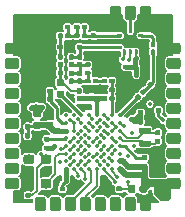
<source format=gtl>
G04 #@! TF.GenerationSoftware,KiCad,Pcbnew,(5.0.1-3-g963ef8bb5)*
G04 #@! TF.CreationDate,2019-02-27T23:12:09+01:00*
G04 #@! TF.ProjectId,TLM-v1,544C4D2D76312E6B696361645F706362,1.0*
G04 #@! TF.SameCoordinates,Original*
G04 #@! TF.FileFunction,Copper,L1,Top,Signal*
G04 #@! TF.FilePolarity,Positive*
%FSLAX46Y46*%
G04 Gerber Fmt 4.6, Leading zero omitted, Abs format (unit mm)*
G04 Created by KiCad (PCBNEW (5.0.1-3-g963ef8bb5)) date 2019 February 27, Wednesday 23:12:09*
%MOMM*%
%LPD*%
G01*
G04 APERTURE LIST*
G04 #@! TA.AperFunction,Conductor*
%ADD10C,0.100000*%
G04 #@! TD*
G04 #@! TA.AperFunction,ComponentPad*
%ADD11C,0.900000*%
G04 #@! TD*
G04 #@! TA.AperFunction,SMDPad,CuDef*
%ADD12C,0.590000*%
G04 #@! TD*
G04 #@! TA.AperFunction,SMDPad,CuDef*
%ADD13C,0.400000*%
G04 #@! TD*
G04 #@! TA.AperFunction,BGAPad,CuDef*
%ADD14C,0.350000*%
G04 #@! TD*
G04 #@! TA.AperFunction,SMDPad,CuDef*
%ADD15C,0.250000*%
G04 #@! TD*
G04 #@! TA.AperFunction,SMDPad,CuDef*
%ADD16C,0.760000*%
G04 #@! TD*
G04 #@! TA.AperFunction,SMDPad,CuDef*
%ADD17C,0.800000*%
G04 #@! TD*
G04 #@! TA.AperFunction,SMDPad,CuDef*
%ADD18C,0.500000*%
G04 #@! TD*
G04 #@! TA.AperFunction,ViaPad*
%ADD19C,0.355600*%
G04 #@! TD*
G04 #@! TA.AperFunction,ViaPad*
%ADD20C,0.482600*%
G04 #@! TD*
G04 #@! TA.AperFunction,Conductor*
%ADD21C,0.508000*%
G04 #@! TD*
G04 #@! TA.AperFunction,Conductor*
%ADD22C,0.254000*%
G04 #@! TD*
G04 #@! TA.AperFunction,Conductor*
%ADD23C,0.381000*%
G04 #@! TD*
G04 #@! TA.AperFunction,Conductor*
%ADD24C,0.203200*%
G04 #@! TD*
G04 #@! TA.AperFunction,Conductor*
%ADD25C,0.152400*%
G04 #@! TD*
G04 #@! TA.AperFunction,Conductor*
%ADD26C,0.127000*%
G04 #@! TD*
G04 #@! TA.AperFunction,Conductor*
%ADD27C,0.101600*%
G04 #@! TD*
G04 #@! TA.AperFunction,Conductor*
%ADD28C,0.177800*%
G04 #@! TD*
G04 #@! TA.AperFunction,Conductor*
%ADD29C,0.635000*%
G04 #@! TD*
G04 #@! TA.AperFunction,Conductor*
%ADD30C,0.200000*%
G04 #@! TD*
G04 APERTURE END LIST*
D10*
G04 #@! TO.N,GND*
G04 #@! TO.C,U1*
G36*
X129873643Y-75750867D02*
X129891116Y-75753459D01*
X129908251Y-75757751D01*
X129924883Y-75763702D01*
X129940851Y-75771254D01*
X129956003Y-75780335D01*
X129970191Y-75790858D01*
X129983279Y-75802721D01*
X129995142Y-75815809D01*
X130005665Y-75829997D01*
X130014746Y-75845149D01*
X130022298Y-75861117D01*
X130028249Y-75877749D01*
X130032541Y-75894884D01*
X130035133Y-75912357D01*
X130036000Y-75930000D01*
X130036000Y-76470000D01*
X130035133Y-76487643D01*
X130032541Y-76505116D01*
X130028249Y-76522251D01*
X130022298Y-76538883D01*
X130014746Y-76554851D01*
X130005665Y-76570003D01*
X129995142Y-76584191D01*
X129983279Y-76597279D01*
X129970191Y-76609142D01*
X129956003Y-76619665D01*
X129940851Y-76628746D01*
X129924883Y-76636298D01*
X129908251Y-76642249D01*
X129891116Y-76646541D01*
X129873643Y-76649133D01*
X129856000Y-76650000D01*
X129016000Y-76650000D01*
X128998357Y-76649133D01*
X128980884Y-76646541D01*
X128963749Y-76642249D01*
X128947117Y-76636298D01*
X128931149Y-76628746D01*
X128915997Y-76619665D01*
X128901809Y-76609142D01*
X128888721Y-76597279D01*
X128876858Y-76584191D01*
X128866335Y-76570003D01*
X128857254Y-76554851D01*
X128849702Y-76538883D01*
X128843751Y-76522251D01*
X128839459Y-76505116D01*
X128836867Y-76487643D01*
X128836000Y-76470000D01*
X128836000Y-75930000D01*
X128836867Y-75912357D01*
X128839459Y-75894884D01*
X128843751Y-75877749D01*
X128849702Y-75861117D01*
X128857254Y-75845149D01*
X128866335Y-75829997D01*
X128876858Y-75815809D01*
X128888721Y-75802721D01*
X128901809Y-75790858D01*
X128915997Y-75780335D01*
X128931149Y-75771254D01*
X128947117Y-75763702D01*
X128963749Y-75757751D01*
X128980884Y-75753459D01*
X128998357Y-75750867D01*
X129016000Y-75750000D01*
X129856000Y-75750000D01*
X129873643Y-75750867D01*
X129873643Y-75750867D01*
G37*
D11*
G04 #@! TD*
G04 #@! TO.P,U1,1*
G04 #@! TO.N,GND*
X129436000Y-76200000D03*
D10*
G04 #@! TO.N,PA06_ADC6*
G04 #@! TO.C,U1*
G36*
X129873643Y-77020867D02*
X129891116Y-77023459D01*
X129908251Y-77027751D01*
X129924883Y-77033702D01*
X129940851Y-77041254D01*
X129956003Y-77050335D01*
X129970191Y-77060858D01*
X129983279Y-77072721D01*
X129995142Y-77085809D01*
X130005665Y-77099997D01*
X130014746Y-77115149D01*
X130022298Y-77131117D01*
X130028249Y-77147749D01*
X130032541Y-77164884D01*
X130035133Y-77182357D01*
X130036000Y-77200000D01*
X130036000Y-77740000D01*
X130035133Y-77757643D01*
X130032541Y-77775116D01*
X130028249Y-77792251D01*
X130022298Y-77808883D01*
X130014746Y-77824851D01*
X130005665Y-77840003D01*
X129995142Y-77854191D01*
X129983279Y-77867279D01*
X129970191Y-77879142D01*
X129956003Y-77889665D01*
X129940851Y-77898746D01*
X129924883Y-77906298D01*
X129908251Y-77912249D01*
X129891116Y-77916541D01*
X129873643Y-77919133D01*
X129856000Y-77920000D01*
X129016000Y-77920000D01*
X128998357Y-77919133D01*
X128980884Y-77916541D01*
X128963749Y-77912249D01*
X128947117Y-77906298D01*
X128931149Y-77898746D01*
X128915997Y-77889665D01*
X128901809Y-77879142D01*
X128888721Y-77867279D01*
X128876858Y-77854191D01*
X128866335Y-77840003D01*
X128857254Y-77824851D01*
X128849702Y-77808883D01*
X128843751Y-77792251D01*
X128839459Y-77775116D01*
X128836867Y-77757643D01*
X128836000Y-77740000D01*
X128836000Y-77200000D01*
X128836867Y-77182357D01*
X128839459Y-77164884D01*
X128843751Y-77147749D01*
X128849702Y-77131117D01*
X128857254Y-77115149D01*
X128866335Y-77099997D01*
X128876858Y-77085809D01*
X128888721Y-77072721D01*
X128901809Y-77060858D01*
X128915997Y-77050335D01*
X128931149Y-77041254D01*
X128947117Y-77033702D01*
X128963749Y-77027751D01*
X128980884Y-77023459D01*
X128998357Y-77020867D01*
X129016000Y-77020000D01*
X129856000Y-77020000D01*
X129873643Y-77020867D01*
X129873643Y-77020867D01*
G37*
D11*
G04 #@! TD*
G04 #@! TO.P,U1,2*
G04 #@! TO.N,PA06_ADC6*
X129436000Y-77470000D03*
D10*
G04 #@! TO.N,PA27_GPIO*
G04 #@! TO.C,U1*
G36*
X129873643Y-78290867D02*
X129891116Y-78293459D01*
X129908251Y-78297751D01*
X129924883Y-78303702D01*
X129940851Y-78311254D01*
X129956003Y-78320335D01*
X129970191Y-78330858D01*
X129983279Y-78342721D01*
X129995142Y-78355809D01*
X130005665Y-78369997D01*
X130014746Y-78385149D01*
X130022298Y-78401117D01*
X130028249Y-78417749D01*
X130032541Y-78434884D01*
X130035133Y-78452357D01*
X130036000Y-78470000D01*
X130036000Y-79010000D01*
X130035133Y-79027643D01*
X130032541Y-79045116D01*
X130028249Y-79062251D01*
X130022298Y-79078883D01*
X130014746Y-79094851D01*
X130005665Y-79110003D01*
X129995142Y-79124191D01*
X129983279Y-79137279D01*
X129970191Y-79149142D01*
X129956003Y-79159665D01*
X129940851Y-79168746D01*
X129924883Y-79176298D01*
X129908251Y-79182249D01*
X129891116Y-79186541D01*
X129873643Y-79189133D01*
X129856000Y-79190000D01*
X129016000Y-79190000D01*
X128998357Y-79189133D01*
X128980884Y-79186541D01*
X128963749Y-79182249D01*
X128947117Y-79176298D01*
X128931149Y-79168746D01*
X128915997Y-79159665D01*
X128901809Y-79149142D01*
X128888721Y-79137279D01*
X128876858Y-79124191D01*
X128866335Y-79110003D01*
X128857254Y-79094851D01*
X128849702Y-79078883D01*
X128843751Y-79062251D01*
X128839459Y-79045116D01*
X128836867Y-79027643D01*
X128836000Y-79010000D01*
X128836000Y-78470000D01*
X128836867Y-78452357D01*
X128839459Y-78434884D01*
X128843751Y-78417749D01*
X128849702Y-78401117D01*
X128857254Y-78385149D01*
X128866335Y-78369997D01*
X128876858Y-78355809D01*
X128888721Y-78342721D01*
X128901809Y-78330858D01*
X128915997Y-78320335D01*
X128931149Y-78311254D01*
X128947117Y-78303702D01*
X128963749Y-78297751D01*
X128980884Y-78293459D01*
X128998357Y-78290867D01*
X129016000Y-78290000D01*
X129856000Y-78290000D01*
X129873643Y-78290867D01*
X129873643Y-78290867D01*
G37*
D11*
G04 #@! TD*
G04 #@! TO.P,U1,3*
G04 #@! TO.N,PA27_GPIO*
X129436000Y-78740000D03*
D10*
G04 #@! TO.N,PA07_ADC7*
G04 #@! TO.C,U1*
G36*
X129873643Y-79560867D02*
X129891116Y-79563459D01*
X129908251Y-79567751D01*
X129924883Y-79573702D01*
X129940851Y-79581254D01*
X129956003Y-79590335D01*
X129970191Y-79600858D01*
X129983279Y-79612721D01*
X129995142Y-79625809D01*
X130005665Y-79639997D01*
X130014746Y-79655149D01*
X130022298Y-79671117D01*
X130028249Y-79687749D01*
X130032541Y-79704884D01*
X130035133Y-79722357D01*
X130036000Y-79740000D01*
X130036000Y-80280000D01*
X130035133Y-80297643D01*
X130032541Y-80315116D01*
X130028249Y-80332251D01*
X130022298Y-80348883D01*
X130014746Y-80364851D01*
X130005665Y-80380003D01*
X129995142Y-80394191D01*
X129983279Y-80407279D01*
X129970191Y-80419142D01*
X129956003Y-80429665D01*
X129940851Y-80438746D01*
X129924883Y-80446298D01*
X129908251Y-80452249D01*
X129891116Y-80456541D01*
X129873643Y-80459133D01*
X129856000Y-80460000D01*
X129016000Y-80460000D01*
X128998357Y-80459133D01*
X128980884Y-80456541D01*
X128963749Y-80452249D01*
X128947117Y-80446298D01*
X128931149Y-80438746D01*
X128915997Y-80429665D01*
X128901809Y-80419142D01*
X128888721Y-80407279D01*
X128876858Y-80394191D01*
X128866335Y-80380003D01*
X128857254Y-80364851D01*
X128849702Y-80348883D01*
X128843751Y-80332251D01*
X128839459Y-80315116D01*
X128836867Y-80297643D01*
X128836000Y-80280000D01*
X128836000Y-79740000D01*
X128836867Y-79722357D01*
X128839459Y-79704884D01*
X128843751Y-79687749D01*
X128849702Y-79671117D01*
X128857254Y-79655149D01*
X128866335Y-79639997D01*
X128876858Y-79625809D01*
X128888721Y-79612721D01*
X128901809Y-79600858D01*
X128915997Y-79590335D01*
X128931149Y-79581254D01*
X128947117Y-79573702D01*
X128963749Y-79567751D01*
X128980884Y-79563459D01*
X128998357Y-79560867D01*
X129016000Y-79560000D01*
X129856000Y-79560000D01*
X129873643Y-79560867D01*
X129873643Y-79560867D01*
G37*
D11*
G04 #@! TD*
G04 #@! TO.P,U1,4*
G04 #@! TO.N,PA07_ADC7*
X129436000Y-80010000D03*
D10*
G04 #@! TO.N,PB22_S5_SPI_MOSI*
G04 #@! TO.C,U1*
G36*
X129873643Y-80830867D02*
X129891116Y-80833459D01*
X129908251Y-80837751D01*
X129924883Y-80843702D01*
X129940851Y-80851254D01*
X129956003Y-80860335D01*
X129970191Y-80870858D01*
X129983279Y-80882721D01*
X129995142Y-80895809D01*
X130005665Y-80909997D01*
X130014746Y-80925149D01*
X130022298Y-80941117D01*
X130028249Y-80957749D01*
X130032541Y-80974884D01*
X130035133Y-80992357D01*
X130036000Y-81010000D01*
X130036000Y-81550000D01*
X130035133Y-81567643D01*
X130032541Y-81585116D01*
X130028249Y-81602251D01*
X130022298Y-81618883D01*
X130014746Y-81634851D01*
X130005665Y-81650003D01*
X129995142Y-81664191D01*
X129983279Y-81677279D01*
X129970191Y-81689142D01*
X129956003Y-81699665D01*
X129940851Y-81708746D01*
X129924883Y-81716298D01*
X129908251Y-81722249D01*
X129891116Y-81726541D01*
X129873643Y-81729133D01*
X129856000Y-81730000D01*
X129016000Y-81730000D01*
X128998357Y-81729133D01*
X128980884Y-81726541D01*
X128963749Y-81722249D01*
X128947117Y-81716298D01*
X128931149Y-81708746D01*
X128915997Y-81699665D01*
X128901809Y-81689142D01*
X128888721Y-81677279D01*
X128876858Y-81664191D01*
X128866335Y-81650003D01*
X128857254Y-81634851D01*
X128849702Y-81618883D01*
X128843751Y-81602251D01*
X128839459Y-81585116D01*
X128836867Y-81567643D01*
X128836000Y-81550000D01*
X128836000Y-81010000D01*
X128836867Y-80992357D01*
X128839459Y-80974884D01*
X128843751Y-80957749D01*
X128849702Y-80941117D01*
X128857254Y-80925149D01*
X128866335Y-80909997D01*
X128876858Y-80895809D01*
X128888721Y-80882721D01*
X128901809Y-80870858D01*
X128915997Y-80860335D01*
X128931149Y-80851254D01*
X128947117Y-80843702D01*
X128963749Y-80837751D01*
X128980884Y-80833459D01*
X128998357Y-80830867D01*
X129016000Y-80830000D01*
X129856000Y-80830000D01*
X129873643Y-80830867D01*
X129873643Y-80830867D01*
G37*
D11*
G04 #@! TD*
G04 #@! TO.P,U1,5*
G04 #@! TO.N,PB22_S5_SPI_MOSI*
X129436000Y-81280000D03*
D10*
G04 #@! TO.N,PA08_GPIO*
G04 #@! TO.C,U1*
G36*
X129873643Y-82100867D02*
X129891116Y-82103459D01*
X129908251Y-82107751D01*
X129924883Y-82113702D01*
X129940851Y-82121254D01*
X129956003Y-82130335D01*
X129970191Y-82140858D01*
X129983279Y-82152721D01*
X129995142Y-82165809D01*
X130005665Y-82179997D01*
X130014746Y-82195149D01*
X130022298Y-82211117D01*
X130028249Y-82227749D01*
X130032541Y-82244884D01*
X130035133Y-82262357D01*
X130036000Y-82280000D01*
X130036000Y-82820000D01*
X130035133Y-82837643D01*
X130032541Y-82855116D01*
X130028249Y-82872251D01*
X130022298Y-82888883D01*
X130014746Y-82904851D01*
X130005665Y-82920003D01*
X129995142Y-82934191D01*
X129983279Y-82947279D01*
X129970191Y-82959142D01*
X129956003Y-82969665D01*
X129940851Y-82978746D01*
X129924883Y-82986298D01*
X129908251Y-82992249D01*
X129891116Y-82996541D01*
X129873643Y-82999133D01*
X129856000Y-83000000D01*
X129016000Y-83000000D01*
X128998357Y-82999133D01*
X128980884Y-82996541D01*
X128963749Y-82992249D01*
X128947117Y-82986298D01*
X128931149Y-82978746D01*
X128915997Y-82969665D01*
X128901809Y-82959142D01*
X128888721Y-82947279D01*
X128876858Y-82934191D01*
X128866335Y-82920003D01*
X128857254Y-82904851D01*
X128849702Y-82888883D01*
X128843751Y-82872251D01*
X128839459Y-82855116D01*
X128836867Y-82837643D01*
X128836000Y-82820000D01*
X128836000Y-82280000D01*
X128836867Y-82262357D01*
X128839459Y-82244884D01*
X128843751Y-82227749D01*
X128849702Y-82211117D01*
X128857254Y-82195149D01*
X128866335Y-82179997D01*
X128876858Y-82165809D01*
X128888721Y-82152721D01*
X128901809Y-82140858D01*
X128915997Y-82130335D01*
X128931149Y-82121254D01*
X128947117Y-82113702D01*
X128963749Y-82107751D01*
X128980884Y-82103459D01*
X128998357Y-82100867D01*
X129016000Y-82100000D01*
X129856000Y-82100000D01*
X129873643Y-82100867D01*
X129873643Y-82100867D01*
G37*
D11*
G04 #@! TD*
G04 #@! TO.P,U1,6*
G04 #@! TO.N,PA08_GPIO*
X129436000Y-82550000D03*
D10*
G04 #@! TO.N,PB23_S5_SPI_SCK*
G04 #@! TO.C,U1*
G36*
X129873643Y-83370867D02*
X129891116Y-83373459D01*
X129908251Y-83377751D01*
X129924883Y-83383702D01*
X129940851Y-83391254D01*
X129956003Y-83400335D01*
X129970191Y-83410858D01*
X129983279Y-83422721D01*
X129995142Y-83435809D01*
X130005665Y-83449997D01*
X130014746Y-83465149D01*
X130022298Y-83481117D01*
X130028249Y-83497749D01*
X130032541Y-83514884D01*
X130035133Y-83532357D01*
X130036000Y-83550000D01*
X130036000Y-84090000D01*
X130035133Y-84107643D01*
X130032541Y-84125116D01*
X130028249Y-84142251D01*
X130022298Y-84158883D01*
X130014746Y-84174851D01*
X130005665Y-84190003D01*
X129995142Y-84204191D01*
X129983279Y-84217279D01*
X129970191Y-84229142D01*
X129956003Y-84239665D01*
X129940851Y-84248746D01*
X129924883Y-84256298D01*
X129908251Y-84262249D01*
X129891116Y-84266541D01*
X129873643Y-84269133D01*
X129856000Y-84270000D01*
X129016000Y-84270000D01*
X128998357Y-84269133D01*
X128980884Y-84266541D01*
X128963749Y-84262249D01*
X128947117Y-84256298D01*
X128931149Y-84248746D01*
X128915997Y-84239665D01*
X128901809Y-84229142D01*
X128888721Y-84217279D01*
X128876858Y-84204191D01*
X128866335Y-84190003D01*
X128857254Y-84174851D01*
X128849702Y-84158883D01*
X128843751Y-84142251D01*
X128839459Y-84125116D01*
X128836867Y-84107643D01*
X128836000Y-84090000D01*
X128836000Y-83550000D01*
X128836867Y-83532357D01*
X128839459Y-83514884D01*
X128843751Y-83497749D01*
X128849702Y-83481117D01*
X128857254Y-83465149D01*
X128866335Y-83449997D01*
X128876858Y-83435809D01*
X128888721Y-83422721D01*
X128901809Y-83410858D01*
X128915997Y-83400335D01*
X128931149Y-83391254D01*
X128947117Y-83383702D01*
X128963749Y-83377751D01*
X128980884Y-83373459D01*
X128998357Y-83370867D01*
X129016000Y-83370000D01*
X129856000Y-83370000D01*
X129873643Y-83370867D01*
X129873643Y-83370867D01*
G37*
D11*
G04 #@! TD*
G04 #@! TO.P,U1,7*
G04 #@! TO.N,PB23_S5_SPI_SCK*
X129436000Y-83820000D03*
D10*
G04 #@! TO.N,PA17_S1_I2C_SCL*
G04 #@! TO.C,U1*
G36*
X129873643Y-84640867D02*
X129891116Y-84643459D01*
X129908251Y-84647751D01*
X129924883Y-84653702D01*
X129940851Y-84661254D01*
X129956003Y-84670335D01*
X129970191Y-84680858D01*
X129983279Y-84692721D01*
X129995142Y-84705809D01*
X130005665Y-84719997D01*
X130014746Y-84735149D01*
X130022298Y-84751117D01*
X130028249Y-84767749D01*
X130032541Y-84784884D01*
X130035133Y-84802357D01*
X130036000Y-84820000D01*
X130036000Y-85360000D01*
X130035133Y-85377643D01*
X130032541Y-85395116D01*
X130028249Y-85412251D01*
X130022298Y-85428883D01*
X130014746Y-85444851D01*
X130005665Y-85460003D01*
X129995142Y-85474191D01*
X129983279Y-85487279D01*
X129970191Y-85499142D01*
X129956003Y-85509665D01*
X129940851Y-85518746D01*
X129924883Y-85526298D01*
X129908251Y-85532249D01*
X129891116Y-85536541D01*
X129873643Y-85539133D01*
X129856000Y-85540000D01*
X129016000Y-85540000D01*
X128998357Y-85539133D01*
X128980884Y-85536541D01*
X128963749Y-85532249D01*
X128947117Y-85526298D01*
X128931149Y-85518746D01*
X128915997Y-85509665D01*
X128901809Y-85499142D01*
X128888721Y-85487279D01*
X128876858Y-85474191D01*
X128866335Y-85460003D01*
X128857254Y-85444851D01*
X128849702Y-85428883D01*
X128843751Y-85412251D01*
X128839459Y-85395116D01*
X128836867Y-85377643D01*
X128836000Y-85360000D01*
X128836000Y-84820000D01*
X128836867Y-84802357D01*
X128839459Y-84784884D01*
X128843751Y-84767749D01*
X128849702Y-84751117D01*
X128857254Y-84735149D01*
X128866335Y-84719997D01*
X128876858Y-84705809D01*
X128888721Y-84692721D01*
X128901809Y-84680858D01*
X128915997Y-84670335D01*
X128931149Y-84661254D01*
X128947117Y-84653702D01*
X128963749Y-84647751D01*
X128980884Y-84643459D01*
X128998357Y-84640867D01*
X129016000Y-84640000D01*
X129856000Y-84640000D01*
X129873643Y-84640867D01*
X129873643Y-84640867D01*
G37*
D11*
G04 #@! TD*
G04 #@! TO.P,U1,8*
G04 #@! TO.N,PA17_S1_I2C_SCL*
X129436000Y-85090000D03*
D10*
G04 #@! TO.N,PA16_S1_I2C_SDA*
G04 #@! TO.C,U1*
G36*
X129873643Y-85910867D02*
X129891116Y-85913459D01*
X129908251Y-85917751D01*
X129924883Y-85923702D01*
X129940851Y-85931254D01*
X129956003Y-85940335D01*
X129970191Y-85950858D01*
X129983279Y-85962721D01*
X129995142Y-85975809D01*
X130005665Y-85989997D01*
X130014746Y-86005149D01*
X130022298Y-86021117D01*
X130028249Y-86037749D01*
X130032541Y-86054884D01*
X130035133Y-86072357D01*
X130036000Y-86090000D01*
X130036000Y-86630000D01*
X130035133Y-86647643D01*
X130032541Y-86665116D01*
X130028249Y-86682251D01*
X130022298Y-86698883D01*
X130014746Y-86714851D01*
X130005665Y-86730003D01*
X129995142Y-86744191D01*
X129983279Y-86757279D01*
X129970191Y-86769142D01*
X129956003Y-86779665D01*
X129940851Y-86788746D01*
X129924883Y-86796298D01*
X129908251Y-86802249D01*
X129891116Y-86806541D01*
X129873643Y-86809133D01*
X129856000Y-86810000D01*
X129016000Y-86810000D01*
X128998357Y-86809133D01*
X128980884Y-86806541D01*
X128963749Y-86802249D01*
X128947117Y-86796298D01*
X128931149Y-86788746D01*
X128915997Y-86779665D01*
X128901809Y-86769142D01*
X128888721Y-86757279D01*
X128876858Y-86744191D01*
X128866335Y-86730003D01*
X128857254Y-86714851D01*
X128849702Y-86698883D01*
X128843751Y-86682251D01*
X128839459Y-86665116D01*
X128836867Y-86647643D01*
X128836000Y-86630000D01*
X128836000Y-86090000D01*
X128836867Y-86072357D01*
X128839459Y-86054884D01*
X128843751Y-86037749D01*
X128849702Y-86021117D01*
X128857254Y-86005149D01*
X128866335Y-85989997D01*
X128876858Y-85975809D01*
X128888721Y-85962721D01*
X128901809Y-85950858D01*
X128915997Y-85940335D01*
X128931149Y-85931254D01*
X128947117Y-85923702D01*
X128963749Y-85917751D01*
X128980884Y-85913459D01*
X128998357Y-85910867D01*
X129016000Y-85910000D01*
X129856000Y-85910000D01*
X129873643Y-85910867D01*
X129873643Y-85910867D01*
G37*
D11*
G04 #@! TD*
G04 #@! TO.P,U1,9*
G04 #@! TO.N,PA16_S1_I2C_SDA*
X129436000Y-86360000D03*
D10*
G04 #@! TO.N,PA18_PWM_T0_W2*
G04 #@! TO.C,U1*
G36*
X129873643Y-87180867D02*
X129891116Y-87183459D01*
X129908251Y-87187751D01*
X129924883Y-87193702D01*
X129940851Y-87201254D01*
X129956003Y-87210335D01*
X129970191Y-87220858D01*
X129983279Y-87232721D01*
X129995142Y-87245809D01*
X130005665Y-87259997D01*
X130014746Y-87275149D01*
X130022298Y-87291117D01*
X130028249Y-87307749D01*
X130032541Y-87324884D01*
X130035133Y-87342357D01*
X130036000Y-87360000D01*
X130036000Y-87900000D01*
X130035133Y-87917643D01*
X130032541Y-87935116D01*
X130028249Y-87952251D01*
X130022298Y-87968883D01*
X130014746Y-87984851D01*
X130005665Y-88000003D01*
X129995142Y-88014191D01*
X129983279Y-88027279D01*
X129970191Y-88039142D01*
X129956003Y-88049665D01*
X129940851Y-88058746D01*
X129924883Y-88066298D01*
X129908251Y-88072249D01*
X129891116Y-88076541D01*
X129873643Y-88079133D01*
X129856000Y-88080000D01*
X129016000Y-88080000D01*
X128998357Y-88079133D01*
X128980884Y-88076541D01*
X128963749Y-88072249D01*
X128947117Y-88066298D01*
X128931149Y-88058746D01*
X128915997Y-88049665D01*
X128901809Y-88039142D01*
X128888721Y-88027279D01*
X128876858Y-88014191D01*
X128866335Y-88000003D01*
X128857254Y-87984851D01*
X128849702Y-87968883D01*
X128843751Y-87952251D01*
X128839459Y-87935116D01*
X128836867Y-87917643D01*
X128836000Y-87900000D01*
X128836000Y-87360000D01*
X128836867Y-87342357D01*
X128839459Y-87324884D01*
X128843751Y-87307749D01*
X128849702Y-87291117D01*
X128857254Y-87275149D01*
X128866335Y-87259997D01*
X128876858Y-87245809D01*
X128888721Y-87232721D01*
X128901809Y-87220858D01*
X128915997Y-87210335D01*
X128931149Y-87201254D01*
X128947117Y-87193702D01*
X128963749Y-87187751D01*
X128980884Y-87183459D01*
X128998357Y-87180867D01*
X129016000Y-87180000D01*
X129856000Y-87180000D01*
X129873643Y-87180867D01*
X129873643Y-87180867D01*
G37*
D11*
G04 #@! TD*
G04 #@! TO.P,U1,10*
G04 #@! TO.N,PA18_PWM_T0_W2*
X129436000Y-87630000D03*
D10*
G04 #@! TO.N,GND*
G04 #@! TO.C,U1*
G36*
X143543643Y-75750867D02*
X143561116Y-75753459D01*
X143578251Y-75757751D01*
X143594883Y-75763702D01*
X143610851Y-75771254D01*
X143626003Y-75780335D01*
X143640191Y-75790858D01*
X143653279Y-75802721D01*
X143665142Y-75815809D01*
X143675665Y-75829997D01*
X143684746Y-75845149D01*
X143692298Y-75861117D01*
X143698249Y-75877749D01*
X143702541Y-75894884D01*
X143705133Y-75912357D01*
X143706000Y-75930000D01*
X143706000Y-76470000D01*
X143705133Y-76487643D01*
X143702541Y-76505116D01*
X143698249Y-76522251D01*
X143692298Y-76538883D01*
X143684746Y-76554851D01*
X143675665Y-76570003D01*
X143665142Y-76584191D01*
X143653279Y-76597279D01*
X143640191Y-76609142D01*
X143626003Y-76619665D01*
X143610851Y-76628746D01*
X143594883Y-76636298D01*
X143578251Y-76642249D01*
X143561116Y-76646541D01*
X143543643Y-76649133D01*
X143526000Y-76650000D01*
X142686000Y-76650000D01*
X142668357Y-76649133D01*
X142650884Y-76646541D01*
X142633749Y-76642249D01*
X142617117Y-76636298D01*
X142601149Y-76628746D01*
X142585997Y-76619665D01*
X142571809Y-76609142D01*
X142558721Y-76597279D01*
X142546858Y-76584191D01*
X142536335Y-76570003D01*
X142527254Y-76554851D01*
X142519702Y-76538883D01*
X142513751Y-76522251D01*
X142509459Y-76505116D01*
X142506867Y-76487643D01*
X142506000Y-76470000D01*
X142506000Y-75930000D01*
X142506867Y-75912357D01*
X142509459Y-75894884D01*
X142513751Y-75877749D01*
X142519702Y-75861117D01*
X142527254Y-75845149D01*
X142536335Y-75829997D01*
X142546858Y-75815809D01*
X142558721Y-75802721D01*
X142571809Y-75790858D01*
X142585997Y-75780335D01*
X142601149Y-75771254D01*
X142617117Y-75763702D01*
X142633749Y-75757751D01*
X142650884Y-75753459D01*
X142668357Y-75750867D01*
X142686000Y-75750000D01*
X143526000Y-75750000D01*
X143543643Y-75750867D01*
X143543643Y-75750867D01*
G37*
D11*
G04 #@! TD*
G04 #@! TO.P,U1,28*
G04 #@! TO.N,GND*
X143106000Y-76200000D03*
D10*
G04 #@! TO.N,PA04_S0_UART_TX*
G04 #@! TO.C,U1*
G36*
X143543643Y-77020867D02*
X143561116Y-77023459D01*
X143578251Y-77027751D01*
X143594883Y-77033702D01*
X143610851Y-77041254D01*
X143626003Y-77050335D01*
X143640191Y-77060858D01*
X143653279Y-77072721D01*
X143665142Y-77085809D01*
X143675665Y-77099997D01*
X143684746Y-77115149D01*
X143692298Y-77131117D01*
X143698249Y-77147749D01*
X143702541Y-77164884D01*
X143705133Y-77182357D01*
X143706000Y-77200000D01*
X143706000Y-77740000D01*
X143705133Y-77757643D01*
X143702541Y-77775116D01*
X143698249Y-77792251D01*
X143692298Y-77808883D01*
X143684746Y-77824851D01*
X143675665Y-77840003D01*
X143665142Y-77854191D01*
X143653279Y-77867279D01*
X143640191Y-77879142D01*
X143626003Y-77889665D01*
X143610851Y-77898746D01*
X143594883Y-77906298D01*
X143578251Y-77912249D01*
X143561116Y-77916541D01*
X143543643Y-77919133D01*
X143526000Y-77920000D01*
X142686000Y-77920000D01*
X142668357Y-77919133D01*
X142650884Y-77916541D01*
X142633749Y-77912249D01*
X142617117Y-77906298D01*
X142601149Y-77898746D01*
X142585997Y-77889665D01*
X142571809Y-77879142D01*
X142558721Y-77867279D01*
X142546858Y-77854191D01*
X142536335Y-77840003D01*
X142527254Y-77824851D01*
X142519702Y-77808883D01*
X142513751Y-77792251D01*
X142509459Y-77775116D01*
X142506867Y-77757643D01*
X142506000Y-77740000D01*
X142506000Y-77200000D01*
X142506867Y-77182357D01*
X142509459Y-77164884D01*
X142513751Y-77147749D01*
X142519702Y-77131117D01*
X142527254Y-77115149D01*
X142536335Y-77099997D01*
X142546858Y-77085809D01*
X142558721Y-77072721D01*
X142571809Y-77060858D01*
X142585997Y-77050335D01*
X142601149Y-77041254D01*
X142617117Y-77033702D01*
X142633749Y-77027751D01*
X142650884Y-77023459D01*
X142668357Y-77020867D01*
X142686000Y-77020000D01*
X143526000Y-77020000D01*
X143543643Y-77020867D01*
X143543643Y-77020867D01*
G37*
D11*
G04 #@! TD*
G04 #@! TO.P,U1,27*
G04 #@! TO.N,PA04_S0_UART_TX*
X143106000Y-77470000D03*
D10*
G04 #@! TO.N,PA05_S0_UART_RX*
G04 #@! TO.C,U1*
G36*
X143543643Y-78290867D02*
X143561116Y-78293459D01*
X143578251Y-78297751D01*
X143594883Y-78303702D01*
X143610851Y-78311254D01*
X143626003Y-78320335D01*
X143640191Y-78330858D01*
X143653279Y-78342721D01*
X143665142Y-78355809D01*
X143675665Y-78369997D01*
X143684746Y-78385149D01*
X143692298Y-78401117D01*
X143698249Y-78417749D01*
X143702541Y-78434884D01*
X143705133Y-78452357D01*
X143706000Y-78470000D01*
X143706000Y-79010000D01*
X143705133Y-79027643D01*
X143702541Y-79045116D01*
X143698249Y-79062251D01*
X143692298Y-79078883D01*
X143684746Y-79094851D01*
X143675665Y-79110003D01*
X143665142Y-79124191D01*
X143653279Y-79137279D01*
X143640191Y-79149142D01*
X143626003Y-79159665D01*
X143610851Y-79168746D01*
X143594883Y-79176298D01*
X143578251Y-79182249D01*
X143561116Y-79186541D01*
X143543643Y-79189133D01*
X143526000Y-79190000D01*
X142686000Y-79190000D01*
X142668357Y-79189133D01*
X142650884Y-79186541D01*
X142633749Y-79182249D01*
X142617117Y-79176298D01*
X142601149Y-79168746D01*
X142585997Y-79159665D01*
X142571809Y-79149142D01*
X142558721Y-79137279D01*
X142546858Y-79124191D01*
X142536335Y-79110003D01*
X142527254Y-79094851D01*
X142519702Y-79078883D01*
X142513751Y-79062251D01*
X142509459Y-79045116D01*
X142506867Y-79027643D01*
X142506000Y-79010000D01*
X142506000Y-78470000D01*
X142506867Y-78452357D01*
X142509459Y-78434884D01*
X142513751Y-78417749D01*
X142519702Y-78401117D01*
X142527254Y-78385149D01*
X142536335Y-78369997D01*
X142546858Y-78355809D01*
X142558721Y-78342721D01*
X142571809Y-78330858D01*
X142585997Y-78320335D01*
X142601149Y-78311254D01*
X142617117Y-78303702D01*
X142633749Y-78297751D01*
X142650884Y-78293459D01*
X142668357Y-78290867D01*
X142686000Y-78290000D01*
X143526000Y-78290000D01*
X143543643Y-78290867D01*
X143543643Y-78290867D01*
G37*
D11*
G04 #@! TD*
G04 #@! TO.P,U1,26*
G04 #@! TO.N,PA05_S0_UART_RX*
X143106000Y-78740000D03*
D10*
G04 #@! TO.N,PB02_S5_SPI_MISO*
G04 #@! TO.C,U1*
G36*
X143543643Y-79560867D02*
X143561116Y-79563459D01*
X143578251Y-79567751D01*
X143594883Y-79573702D01*
X143610851Y-79581254D01*
X143626003Y-79590335D01*
X143640191Y-79600858D01*
X143653279Y-79612721D01*
X143665142Y-79625809D01*
X143675665Y-79639997D01*
X143684746Y-79655149D01*
X143692298Y-79671117D01*
X143698249Y-79687749D01*
X143702541Y-79704884D01*
X143705133Y-79722357D01*
X143706000Y-79740000D01*
X143706000Y-80280000D01*
X143705133Y-80297643D01*
X143702541Y-80315116D01*
X143698249Y-80332251D01*
X143692298Y-80348883D01*
X143684746Y-80364851D01*
X143675665Y-80380003D01*
X143665142Y-80394191D01*
X143653279Y-80407279D01*
X143640191Y-80419142D01*
X143626003Y-80429665D01*
X143610851Y-80438746D01*
X143594883Y-80446298D01*
X143578251Y-80452249D01*
X143561116Y-80456541D01*
X143543643Y-80459133D01*
X143526000Y-80460000D01*
X142686000Y-80460000D01*
X142668357Y-80459133D01*
X142650884Y-80456541D01*
X142633749Y-80452249D01*
X142617117Y-80446298D01*
X142601149Y-80438746D01*
X142585997Y-80429665D01*
X142571809Y-80419142D01*
X142558721Y-80407279D01*
X142546858Y-80394191D01*
X142536335Y-80380003D01*
X142527254Y-80364851D01*
X142519702Y-80348883D01*
X142513751Y-80332251D01*
X142509459Y-80315116D01*
X142506867Y-80297643D01*
X142506000Y-80280000D01*
X142506000Y-79740000D01*
X142506867Y-79722357D01*
X142509459Y-79704884D01*
X142513751Y-79687749D01*
X142519702Y-79671117D01*
X142527254Y-79655149D01*
X142536335Y-79639997D01*
X142546858Y-79625809D01*
X142558721Y-79612721D01*
X142571809Y-79600858D01*
X142585997Y-79590335D01*
X142601149Y-79581254D01*
X142617117Y-79573702D01*
X142633749Y-79567751D01*
X142650884Y-79563459D01*
X142668357Y-79560867D01*
X142686000Y-79560000D01*
X143526000Y-79560000D01*
X143543643Y-79560867D01*
X143543643Y-79560867D01*
G37*
D11*
G04 #@! TD*
G04 #@! TO.P,U1,25*
G04 #@! TO.N,PB02_S5_SPI_MISO*
X143106000Y-80010000D03*
D10*
G04 #@! TO.N,PA28_GPIO*
G04 #@! TO.C,U1*
G36*
X143543643Y-80830867D02*
X143561116Y-80833459D01*
X143578251Y-80837751D01*
X143594883Y-80843702D01*
X143610851Y-80851254D01*
X143626003Y-80860335D01*
X143640191Y-80870858D01*
X143653279Y-80882721D01*
X143665142Y-80895809D01*
X143675665Y-80909997D01*
X143684746Y-80925149D01*
X143692298Y-80941117D01*
X143698249Y-80957749D01*
X143702541Y-80974884D01*
X143705133Y-80992357D01*
X143706000Y-81010000D01*
X143706000Y-81550000D01*
X143705133Y-81567643D01*
X143702541Y-81585116D01*
X143698249Y-81602251D01*
X143692298Y-81618883D01*
X143684746Y-81634851D01*
X143675665Y-81650003D01*
X143665142Y-81664191D01*
X143653279Y-81677279D01*
X143640191Y-81689142D01*
X143626003Y-81699665D01*
X143610851Y-81708746D01*
X143594883Y-81716298D01*
X143578251Y-81722249D01*
X143561116Y-81726541D01*
X143543643Y-81729133D01*
X143526000Y-81730000D01*
X142686000Y-81730000D01*
X142668357Y-81729133D01*
X142650884Y-81726541D01*
X142633749Y-81722249D01*
X142617117Y-81716298D01*
X142601149Y-81708746D01*
X142585997Y-81699665D01*
X142571809Y-81689142D01*
X142558721Y-81677279D01*
X142546858Y-81664191D01*
X142536335Y-81650003D01*
X142527254Y-81634851D01*
X142519702Y-81618883D01*
X142513751Y-81602251D01*
X142509459Y-81585116D01*
X142506867Y-81567643D01*
X142506000Y-81550000D01*
X142506000Y-81010000D01*
X142506867Y-80992357D01*
X142509459Y-80974884D01*
X142513751Y-80957749D01*
X142519702Y-80941117D01*
X142527254Y-80925149D01*
X142536335Y-80909997D01*
X142546858Y-80895809D01*
X142558721Y-80882721D01*
X142571809Y-80870858D01*
X142585997Y-80860335D01*
X142601149Y-80851254D01*
X142617117Y-80843702D01*
X142633749Y-80837751D01*
X142650884Y-80833459D01*
X142668357Y-80830867D01*
X142686000Y-80830000D01*
X143526000Y-80830000D01*
X143543643Y-80830867D01*
X143543643Y-80830867D01*
G37*
D11*
G04 #@! TD*
G04 #@! TO.P,U1,24*
G04 #@! TO.N,PA28_GPIO*
X143106000Y-81280000D03*
D10*
G04 #@! TO.N,+BATT*
G04 #@! TO.C,U1*
G36*
X143543643Y-82100867D02*
X143561116Y-82103459D01*
X143578251Y-82107751D01*
X143594883Y-82113702D01*
X143610851Y-82121254D01*
X143626003Y-82130335D01*
X143640191Y-82140858D01*
X143653279Y-82152721D01*
X143665142Y-82165809D01*
X143675665Y-82179997D01*
X143684746Y-82195149D01*
X143692298Y-82211117D01*
X143698249Y-82227749D01*
X143702541Y-82244884D01*
X143705133Y-82262357D01*
X143706000Y-82280000D01*
X143706000Y-82820000D01*
X143705133Y-82837643D01*
X143702541Y-82855116D01*
X143698249Y-82872251D01*
X143692298Y-82888883D01*
X143684746Y-82904851D01*
X143675665Y-82920003D01*
X143665142Y-82934191D01*
X143653279Y-82947279D01*
X143640191Y-82959142D01*
X143626003Y-82969665D01*
X143610851Y-82978746D01*
X143594883Y-82986298D01*
X143578251Y-82992249D01*
X143561116Y-82996541D01*
X143543643Y-82999133D01*
X143526000Y-83000000D01*
X142686000Y-83000000D01*
X142668357Y-82999133D01*
X142650884Y-82996541D01*
X142633749Y-82992249D01*
X142617117Y-82986298D01*
X142601149Y-82978746D01*
X142585997Y-82969665D01*
X142571809Y-82959142D01*
X142558721Y-82947279D01*
X142546858Y-82934191D01*
X142536335Y-82920003D01*
X142527254Y-82904851D01*
X142519702Y-82888883D01*
X142513751Y-82872251D01*
X142509459Y-82855116D01*
X142506867Y-82837643D01*
X142506000Y-82820000D01*
X142506000Y-82280000D01*
X142506867Y-82262357D01*
X142509459Y-82244884D01*
X142513751Y-82227749D01*
X142519702Y-82211117D01*
X142527254Y-82195149D01*
X142536335Y-82179997D01*
X142546858Y-82165809D01*
X142558721Y-82152721D01*
X142571809Y-82140858D01*
X142585997Y-82130335D01*
X142601149Y-82121254D01*
X142617117Y-82113702D01*
X142633749Y-82107751D01*
X142650884Y-82103459D01*
X142668357Y-82100867D01*
X142686000Y-82100000D01*
X143526000Y-82100000D01*
X143543643Y-82100867D01*
X143543643Y-82100867D01*
G37*
D11*
G04 #@! TD*
G04 #@! TO.P,U1,23*
G04 #@! TO.N,+BATT*
X143106000Y-82550000D03*
D10*
G04 #@! TO.N,PA31_SWDIO*
G04 #@! TO.C,U1*
G36*
X143543643Y-83370867D02*
X143561116Y-83373459D01*
X143578251Y-83377751D01*
X143594883Y-83383702D01*
X143610851Y-83391254D01*
X143626003Y-83400335D01*
X143640191Y-83410858D01*
X143653279Y-83422721D01*
X143665142Y-83435809D01*
X143675665Y-83449997D01*
X143684746Y-83465149D01*
X143692298Y-83481117D01*
X143698249Y-83497749D01*
X143702541Y-83514884D01*
X143705133Y-83532357D01*
X143706000Y-83550000D01*
X143706000Y-84090000D01*
X143705133Y-84107643D01*
X143702541Y-84125116D01*
X143698249Y-84142251D01*
X143692298Y-84158883D01*
X143684746Y-84174851D01*
X143675665Y-84190003D01*
X143665142Y-84204191D01*
X143653279Y-84217279D01*
X143640191Y-84229142D01*
X143626003Y-84239665D01*
X143610851Y-84248746D01*
X143594883Y-84256298D01*
X143578251Y-84262249D01*
X143561116Y-84266541D01*
X143543643Y-84269133D01*
X143526000Y-84270000D01*
X142686000Y-84270000D01*
X142668357Y-84269133D01*
X142650884Y-84266541D01*
X142633749Y-84262249D01*
X142617117Y-84256298D01*
X142601149Y-84248746D01*
X142585997Y-84239665D01*
X142571809Y-84229142D01*
X142558721Y-84217279D01*
X142546858Y-84204191D01*
X142536335Y-84190003D01*
X142527254Y-84174851D01*
X142519702Y-84158883D01*
X142513751Y-84142251D01*
X142509459Y-84125116D01*
X142506867Y-84107643D01*
X142506000Y-84090000D01*
X142506000Y-83550000D01*
X142506867Y-83532357D01*
X142509459Y-83514884D01*
X142513751Y-83497749D01*
X142519702Y-83481117D01*
X142527254Y-83465149D01*
X142536335Y-83449997D01*
X142546858Y-83435809D01*
X142558721Y-83422721D01*
X142571809Y-83410858D01*
X142585997Y-83400335D01*
X142601149Y-83391254D01*
X142617117Y-83383702D01*
X142633749Y-83377751D01*
X142650884Y-83373459D01*
X142668357Y-83370867D01*
X142686000Y-83370000D01*
X143526000Y-83370000D01*
X143543643Y-83370867D01*
X143543643Y-83370867D01*
G37*
D11*
G04 #@! TD*
G04 #@! TO.P,U1,22*
G04 #@! TO.N,PA31_SWDIO*
X143106000Y-83820000D03*
D10*
G04 #@! TO.N,PA30_SWDCLK*
G04 #@! TO.C,U1*
G36*
X143543643Y-84640867D02*
X143561116Y-84643459D01*
X143578251Y-84647751D01*
X143594883Y-84653702D01*
X143610851Y-84661254D01*
X143626003Y-84670335D01*
X143640191Y-84680858D01*
X143653279Y-84692721D01*
X143665142Y-84705809D01*
X143675665Y-84719997D01*
X143684746Y-84735149D01*
X143692298Y-84751117D01*
X143698249Y-84767749D01*
X143702541Y-84784884D01*
X143705133Y-84802357D01*
X143706000Y-84820000D01*
X143706000Y-85360000D01*
X143705133Y-85377643D01*
X143702541Y-85395116D01*
X143698249Y-85412251D01*
X143692298Y-85428883D01*
X143684746Y-85444851D01*
X143675665Y-85460003D01*
X143665142Y-85474191D01*
X143653279Y-85487279D01*
X143640191Y-85499142D01*
X143626003Y-85509665D01*
X143610851Y-85518746D01*
X143594883Y-85526298D01*
X143578251Y-85532249D01*
X143561116Y-85536541D01*
X143543643Y-85539133D01*
X143526000Y-85540000D01*
X142686000Y-85540000D01*
X142668357Y-85539133D01*
X142650884Y-85536541D01*
X142633749Y-85532249D01*
X142617117Y-85526298D01*
X142601149Y-85518746D01*
X142585997Y-85509665D01*
X142571809Y-85499142D01*
X142558721Y-85487279D01*
X142546858Y-85474191D01*
X142536335Y-85460003D01*
X142527254Y-85444851D01*
X142519702Y-85428883D01*
X142513751Y-85412251D01*
X142509459Y-85395116D01*
X142506867Y-85377643D01*
X142506000Y-85360000D01*
X142506000Y-84820000D01*
X142506867Y-84802357D01*
X142509459Y-84784884D01*
X142513751Y-84767749D01*
X142519702Y-84751117D01*
X142527254Y-84735149D01*
X142536335Y-84719997D01*
X142546858Y-84705809D01*
X142558721Y-84692721D01*
X142571809Y-84680858D01*
X142585997Y-84670335D01*
X142601149Y-84661254D01*
X142617117Y-84653702D01*
X142633749Y-84647751D01*
X142650884Y-84643459D01*
X142668357Y-84640867D01*
X142686000Y-84640000D01*
X143526000Y-84640000D01*
X143543643Y-84640867D01*
X143543643Y-84640867D01*
G37*
D11*
G04 #@! TD*
G04 #@! TO.P,U1,21*
G04 #@! TO.N,PA30_SWDCLK*
X143106000Y-85090000D03*
D10*
G04 #@! TO.N,~RESET*
G04 #@! TO.C,U1*
G36*
X143543643Y-85910867D02*
X143561116Y-85913459D01*
X143578251Y-85917751D01*
X143594883Y-85923702D01*
X143610851Y-85931254D01*
X143626003Y-85940335D01*
X143640191Y-85950858D01*
X143653279Y-85962721D01*
X143665142Y-85975809D01*
X143675665Y-85989997D01*
X143684746Y-86005149D01*
X143692298Y-86021117D01*
X143698249Y-86037749D01*
X143702541Y-86054884D01*
X143705133Y-86072357D01*
X143706000Y-86090000D01*
X143706000Y-86630000D01*
X143705133Y-86647643D01*
X143702541Y-86665116D01*
X143698249Y-86682251D01*
X143692298Y-86698883D01*
X143684746Y-86714851D01*
X143675665Y-86730003D01*
X143665142Y-86744191D01*
X143653279Y-86757279D01*
X143640191Y-86769142D01*
X143626003Y-86779665D01*
X143610851Y-86788746D01*
X143594883Y-86796298D01*
X143578251Y-86802249D01*
X143561116Y-86806541D01*
X143543643Y-86809133D01*
X143526000Y-86810000D01*
X142686000Y-86810000D01*
X142668357Y-86809133D01*
X142650884Y-86806541D01*
X142633749Y-86802249D01*
X142617117Y-86796298D01*
X142601149Y-86788746D01*
X142585997Y-86779665D01*
X142571809Y-86769142D01*
X142558721Y-86757279D01*
X142546858Y-86744191D01*
X142536335Y-86730003D01*
X142527254Y-86714851D01*
X142519702Y-86698883D01*
X142513751Y-86682251D01*
X142509459Y-86665116D01*
X142506867Y-86647643D01*
X142506000Y-86630000D01*
X142506000Y-86090000D01*
X142506867Y-86072357D01*
X142509459Y-86054884D01*
X142513751Y-86037749D01*
X142519702Y-86021117D01*
X142527254Y-86005149D01*
X142536335Y-85989997D01*
X142546858Y-85975809D01*
X142558721Y-85962721D01*
X142571809Y-85950858D01*
X142585997Y-85940335D01*
X142601149Y-85931254D01*
X142617117Y-85923702D01*
X142633749Y-85917751D01*
X142650884Y-85913459D01*
X142668357Y-85910867D01*
X142686000Y-85910000D01*
X143526000Y-85910000D01*
X143543643Y-85910867D01*
X143543643Y-85910867D01*
G37*
D11*
G04 #@! TD*
G04 #@! TO.P,U1,20*
G04 #@! TO.N,~RESET*
X143106000Y-86360000D03*
D10*
G04 #@! TO.N,VDD*
G04 #@! TO.C,U1*
G36*
X143543643Y-87180867D02*
X143561116Y-87183459D01*
X143578251Y-87187751D01*
X143594883Y-87193702D01*
X143610851Y-87201254D01*
X143626003Y-87210335D01*
X143640191Y-87220858D01*
X143653279Y-87232721D01*
X143665142Y-87245809D01*
X143675665Y-87259997D01*
X143684746Y-87275149D01*
X143692298Y-87291117D01*
X143698249Y-87307749D01*
X143702541Y-87324884D01*
X143705133Y-87342357D01*
X143706000Y-87360000D01*
X143706000Y-87900000D01*
X143705133Y-87917643D01*
X143702541Y-87935116D01*
X143698249Y-87952251D01*
X143692298Y-87968883D01*
X143684746Y-87984851D01*
X143675665Y-88000003D01*
X143665142Y-88014191D01*
X143653279Y-88027279D01*
X143640191Y-88039142D01*
X143626003Y-88049665D01*
X143610851Y-88058746D01*
X143594883Y-88066298D01*
X143578251Y-88072249D01*
X143561116Y-88076541D01*
X143543643Y-88079133D01*
X143526000Y-88080000D01*
X142686000Y-88080000D01*
X142668357Y-88079133D01*
X142650884Y-88076541D01*
X142633749Y-88072249D01*
X142617117Y-88066298D01*
X142601149Y-88058746D01*
X142585997Y-88049665D01*
X142571809Y-88039142D01*
X142558721Y-88027279D01*
X142546858Y-88014191D01*
X142536335Y-88000003D01*
X142527254Y-87984851D01*
X142519702Y-87968883D01*
X142513751Y-87952251D01*
X142509459Y-87935116D01*
X142506867Y-87917643D01*
X142506000Y-87900000D01*
X142506000Y-87360000D01*
X142506867Y-87342357D01*
X142509459Y-87324884D01*
X142513751Y-87307749D01*
X142519702Y-87291117D01*
X142527254Y-87275149D01*
X142536335Y-87259997D01*
X142546858Y-87245809D01*
X142558721Y-87232721D01*
X142571809Y-87220858D01*
X142585997Y-87210335D01*
X142601149Y-87201254D01*
X142617117Y-87193702D01*
X142633749Y-87187751D01*
X142650884Y-87183459D01*
X142668357Y-87180867D01*
X142686000Y-87180000D01*
X143526000Y-87180000D01*
X143543643Y-87180867D01*
X143543643Y-87180867D01*
G37*
D11*
G04 #@! TD*
G04 #@! TO.P,U1,19*
G04 #@! TO.N,VDD*
X143106000Y-87630000D03*
D10*
G04 #@! TO.N,PA15_GPIO*
G04 #@! TO.C,U1*
G36*
X132113643Y-88785867D02*
X132131116Y-88788459D01*
X132148251Y-88792751D01*
X132164883Y-88798702D01*
X132180851Y-88806254D01*
X132196003Y-88815335D01*
X132210191Y-88825858D01*
X132223279Y-88837721D01*
X132235142Y-88850809D01*
X132245665Y-88864997D01*
X132254746Y-88880149D01*
X132262298Y-88896117D01*
X132268249Y-88912749D01*
X132272541Y-88929884D01*
X132275133Y-88947357D01*
X132276000Y-88965000D01*
X132276000Y-89805000D01*
X132275133Y-89822643D01*
X132272541Y-89840116D01*
X132268249Y-89857251D01*
X132262298Y-89873883D01*
X132254746Y-89889851D01*
X132245665Y-89905003D01*
X132235142Y-89919191D01*
X132223279Y-89932279D01*
X132210191Y-89944142D01*
X132196003Y-89954665D01*
X132180851Y-89963746D01*
X132164883Y-89971298D01*
X132148251Y-89977249D01*
X132131116Y-89981541D01*
X132113643Y-89984133D01*
X132096000Y-89985000D01*
X131556000Y-89985000D01*
X131538357Y-89984133D01*
X131520884Y-89981541D01*
X131503749Y-89977249D01*
X131487117Y-89971298D01*
X131471149Y-89963746D01*
X131455997Y-89954665D01*
X131441809Y-89944142D01*
X131428721Y-89932279D01*
X131416858Y-89919191D01*
X131406335Y-89905003D01*
X131397254Y-89889851D01*
X131389702Y-89873883D01*
X131383751Y-89857251D01*
X131379459Y-89840116D01*
X131376867Y-89822643D01*
X131376000Y-89805000D01*
X131376000Y-88965000D01*
X131376867Y-88947357D01*
X131379459Y-88929884D01*
X131383751Y-88912749D01*
X131389702Y-88896117D01*
X131397254Y-88880149D01*
X131406335Y-88864997D01*
X131416858Y-88850809D01*
X131428721Y-88837721D01*
X131441809Y-88825858D01*
X131455997Y-88815335D01*
X131471149Y-88806254D01*
X131487117Y-88798702D01*
X131503749Y-88792751D01*
X131520884Y-88788459D01*
X131538357Y-88785867D01*
X131556000Y-88785000D01*
X132096000Y-88785000D01*
X132113643Y-88785867D01*
X132113643Y-88785867D01*
G37*
D11*
G04 #@! TD*
G04 #@! TO.P,U1,11*
G04 #@! TO.N,PA15_GPIO*
X131826000Y-89385000D03*
D10*
G04 #@! TO.N,PA14_GPIO*
G04 #@! TO.C,U1*
G36*
X133383643Y-88785867D02*
X133401116Y-88788459D01*
X133418251Y-88792751D01*
X133434883Y-88798702D01*
X133450851Y-88806254D01*
X133466003Y-88815335D01*
X133480191Y-88825858D01*
X133493279Y-88837721D01*
X133505142Y-88850809D01*
X133515665Y-88864997D01*
X133524746Y-88880149D01*
X133532298Y-88896117D01*
X133538249Y-88912749D01*
X133542541Y-88929884D01*
X133545133Y-88947357D01*
X133546000Y-88965000D01*
X133546000Y-89805000D01*
X133545133Y-89822643D01*
X133542541Y-89840116D01*
X133538249Y-89857251D01*
X133532298Y-89873883D01*
X133524746Y-89889851D01*
X133515665Y-89905003D01*
X133505142Y-89919191D01*
X133493279Y-89932279D01*
X133480191Y-89944142D01*
X133466003Y-89954665D01*
X133450851Y-89963746D01*
X133434883Y-89971298D01*
X133418251Y-89977249D01*
X133401116Y-89981541D01*
X133383643Y-89984133D01*
X133366000Y-89985000D01*
X132826000Y-89985000D01*
X132808357Y-89984133D01*
X132790884Y-89981541D01*
X132773749Y-89977249D01*
X132757117Y-89971298D01*
X132741149Y-89963746D01*
X132725997Y-89954665D01*
X132711809Y-89944142D01*
X132698721Y-89932279D01*
X132686858Y-89919191D01*
X132676335Y-89905003D01*
X132667254Y-89889851D01*
X132659702Y-89873883D01*
X132653751Y-89857251D01*
X132649459Y-89840116D01*
X132646867Y-89822643D01*
X132646000Y-89805000D01*
X132646000Y-88965000D01*
X132646867Y-88947357D01*
X132649459Y-88929884D01*
X132653751Y-88912749D01*
X132659702Y-88896117D01*
X132667254Y-88880149D01*
X132676335Y-88864997D01*
X132686858Y-88850809D01*
X132698721Y-88837721D01*
X132711809Y-88825858D01*
X132725997Y-88815335D01*
X132741149Y-88806254D01*
X132757117Y-88798702D01*
X132773749Y-88792751D01*
X132790884Y-88788459D01*
X132808357Y-88785867D01*
X132826000Y-88785000D01*
X133366000Y-88785000D01*
X133383643Y-88785867D01*
X133383643Y-88785867D01*
G37*
D11*
G04 #@! TD*
G04 #@! TO.P,U1,12*
G04 #@! TO.N,PA14_GPIO*
X133096000Y-89385000D03*
D10*
G04 #@! TO.N,PA19_PWM_T0_W3*
G04 #@! TO.C,U1*
G36*
X134653643Y-88785867D02*
X134671116Y-88788459D01*
X134688251Y-88792751D01*
X134704883Y-88798702D01*
X134720851Y-88806254D01*
X134736003Y-88815335D01*
X134750191Y-88825858D01*
X134763279Y-88837721D01*
X134775142Y-88850809D01*
X134785665Y-88864997D01*
X134794746Y-88880149D01*
X134802298Y-88896117D01*
X134808249Y-88912749D01*
X134812541Y-88929884D01*
X134815133Y-88947357D01*
X134816000Y-88965000D01*
X134816000Y-89805000D01*
X134815133Y-89822643D01*
X134812541Y-89840116D01*
X134808249Y-89857251D01*
X134802298Y-89873883D01*
X134794746Y-89889851D01*
X134785665Y-89905003D01*
X134775142Y-89919191D01*
X134763279Y-89932279D01*
X134750191Y-89944142D01*
X134736003Y-89954665D01*
X134720851Y-89963746D01*
X134704883Y-89971298D01*
X134688251Y-89977249D01*
X134671116Y-89981541D01*
X134653643Y-89984133D01*
X134636000Y-89985000D01*
X134096000Y-89985000D01*
X134078357Y-89984133D01*
X134060884Y-89981541D01*
X134043749Y-89977249D01*
X134027117Y-89971298D01*
X134011149Y-89963746D01*
X133995997Y-89954665D01*
X133981809Y-89944142D01*
X133968721Y-89932279D01*
X133956858Y-89919191D01*
X133946335Y-89905003D01*
X133937254Y-89889851D01*
X133929702Y-89873883D01*
X133923751Y-89857251D01*
X133919459Y-89840116D01*
X133916867Y-89822643D01*
X133916000Y-89805000D01*
X133916000Y-88965000D01*
X133916867Y-88947357D01*
X133919459Y-88929884D01*
X133923751Y-88912749D01*
X133929702Y-88896117D01*
X133937254Y-88880149D01*
X133946335Y-88864997D01*
X133956858Y-88850809D01*
X133968721Y-88837721D01*
X133981809Y-88825858D01*
X133995997Y-88815335D01*
X134011149Y-88806254D01*
X134027117Y-88798702D01*
X134043749Y-88792751D01*
X134060884Y-88788459D01*
X134078357Y-88785867D01*
X134096000Y-88785000D01*
X134636000Y-88785000D01*
X134653643Y-88785867D01*
X134653643Y-88785867D01*
G37*
D11*
G04 #@! TD*
G04 #@! TO.P,U1,13*
G04 #@! TO.N,PA19_PWM_T0_W3*
X134366000Y-89385000D03*
D10*
G04 #@! TO.N,PA22_GPIO*
G04 #@! TO.C,U1*
G36*
X135923643Y-88785867D02*
X135941116Y-88788459D01*
X135958251Y-88792751D01*
X135974883Y-88798702D01*
X135990851Y-88806254D01*
X136006003Y-88815335D01*
X136020191Y-88825858D01*
X136033279Y-88837721D01*
X136045142Y-88850809D01*
X136055665Y-88864997D01*
X136064746Y-88880149D01*
X136072298Y-88896117D01*
X136078249Y-88912749D01*
X136082541Y-88929884D01*
X136085133Y-88947357D01*
X136086000Y-88965000D01*
X136086000Y-89805000D01*
X136085133Y-89822643D01*
X136082541Y-89840116D01*
X136078249Y-89857251D01*
X136072298Y-89873883D01*
X136064746Y-89889851D01*
X136055665Y-89905003D01*
X136045142Y-89919191D01*
X136033279Y-89932279D01*
X136020191Y-89944142D01*
X136006003Y-89954665D01*
X135990851Y-89963746D01*
X135974883Y-89971298D01*
X135958251Y-89977249D01*
X135941116Y-89981541D01*
X135923643Y-89984133D01*
X135906000Y-89985000D01*
X135366000Y-89985000D01*
X135348357Y-89984133D01*
X135330884Y-89981541D01*
X135313749Y-89977249D01*
X135297117Y-89971298D01*
X135281149Y-89963746D01*
X135265997Y-89954665D01*
X135251809Y-89944142D01*
X135238721Y-89932279D01*
X135226858Y-89919191D01*
X135216335Y-89905003D01*
X135207254Y-89889851D01*
X135199702Y-89873883D01*
X135193751Y-89857251D01*
X135189459Y-89840116D01*
X135186867Y-89822643D01*
X135186000Y-89805000D01*
X135186000Y-88965000D01*
X135186867Y-88947357D01*
X135189459Y-88929884D01*
X135193751Y-88912749D01*
X135199702Y-88896117D01*
X135207254Y-88880149D01*
X135216335Y-88864997D01*
X135226858Y-88850809D01*
X135238721Y-88837721D01*
X135251809Y-88825858D01*
X135265997Y-88815335D01*
X135281149Y-88806254D01*
X135297117Y-88798702D01*
X135313749Y-88792751D01*
X135330884Y-88788459D01*
X135348357Y-88785867D01*
X135366000Y-88785000D01*
X135906000Y-88785000D01*
X135923643Y-88785867D01*
X135923643Y-88785867D01*
G37*
D11*
G04 #@! TD*
G04 #@! TO.P,U1,14*
G04 #@! TO.N,PA22_GPIO*
X135636000Y-89385000D03*
D10*
G04 #@! TO.N,PA23_S5_SPI_SS*
G04 #@! TO.C,U1*
G36*
X137193643Y-88785867D02*
X137211116Y-88788459D01*
X137228251Y-88792751D01*
X137244883Y-88798702D01*
X137260851Y-88806254D01*
X137276003Y-88815335D01*
X137290191Y-88825858D01*
X137303279Y-88837721D01*
X137315142Y-88850809D01*
X137325665Y-88864997D01*
X137334746Y-88880149D01*
X137342298Y-88896117D01*
X137348249Y-88912749D01*
X137352541Y-88929884D01*
X137355133Y-88947357D01*
X137356000Y-88965000D01*
X137356000Y-89805000D01*
X137355133Y-89822643D01*
X137352541Y-89840116D01*
X137348249Y-89857251D01*
X137342298Y-89873883D01*
X137334746Y-89889851D01*
X137325665Y-89905003D01*
X137315142Y-89919191D01*
X137303279Y-89932279D01*
X137290191Y-89944142D01*
X137276003Y-89954665D01*
X137260851Y-89963746D01*
X137244883Y-89971298D01*
X137228251Y-89977249D01*
X137211116Y-89981541D01*
X137193643Y-89984133D01*
X137176000Y-89985000D01*
X136636000Y-89985000D01*
X136618357Y-89984133D01*
X136600884Y-89981541D01*
X136583749Y-89977249D01*
X136567117Y-89971298D01*
X136551149Y-89963746D01*
X136535997Y-89954665D01*
X136521809Y-89944142D01*
X136508721Y-89932279D01*
X136496858Y-89919191D01*
X136486335Y-89905003D01*
X136477254Y-89889851D01*
X136469702Y-89873883D01*
X136463751Y-89857251D01*
X136459459Y-89840116D01*
X136456867Y-89822643D01*
X136456000Y-89805000D01*
X136456000Y-88965000D01*
X136456867Y-88947357D01*
X136459459Y-88929884D01*
X136463751Y-88912749D01*
X136469702Y-88896117D01*
X136477254Y-88880149D01*
X136486335Y-88864997D01*
X136496858Y-88850809D01*
X136508721Y-88837721D01*
X136521809Y-88825858D01*
X136535997Y-88815335D01*
X136551149Y-88806254D01*
X136567117Y-88798702D01*
X136583749Y-88792751D01*
X136600884Y-88788459D01*
X136618357Y-88785867D01*
X136636000Y-88785000D01*
X137176000Y-88785000D01*
X137193643Y-88785867D01*
X137193643Y-88785867D01*
G37*
D11*
G04 #@! TD*
G04 #@! TO.P,U1,15*
G04 #@! TO.N,PA23_S5_SPI_SS*
X136906000Y-89385000D03*
D10*
G04 #@! TO.N,USB_P*
G04 #@! TO.C,U1*
G36*
X138463643Y-88785867D02*
X138481116Y-88788459D01*
X138498251Y-88792751D01*
X138514883Y-88798702D01*
X138530851Y-88806254D01*
X138546003Y-88815335D01*
X138560191Y-88825858D01*
X138573279Y-88837721D01*
X138585142Y-88850809D01*
X138595665Y-88864997D01*
X138604746Y-88880149D01*
X138612298Y-88896117D01*
X138618249Y-88912749D01*
X138622541Y-88929884D01*
X138625133Y-88947357D01*
X138626000Y-88965000D01*
X138626000Y-89805000D01*
X138625133Y-89822643D01*
X138622541Y-89840116D01*
X138618249Y-89857251D01*
X138612298Y-89873883D01*
X138604746Y-89889851D01*
X138595665Y-89905003D01*
X138585142Y-89919191D01*
X138573279Y-89932279D01*
X138560191Y-89944142D01*
X138546003Y-89954665D01*
X138530851Y-89963746D01*
X138514883Y-89971298D01*
X138498251Y-89977249D01*
X138481116Y-89981541D01*
X138463643Y-89984133D01*
X138446000Y-89985000D01*
X137906000Y-89985000D01*
X137888357Y-89984133D01*
X137870884Y-89981541D01*
X137853749Y-89977249D01*
X137837117Y-89971298D01*
X137821149Y-89963746D01*
X137805997Y-89954665D01*
X137791809Y-89944142D01*
X137778721Y-89932279D01*
X137766858Y-89919191D01*
X137756335Y-89905003D01*
X137747254Y-89889851D01*
X137739702Y-89873883D01*
X137733751Y-89857251D01*
X137729459Y-89840116D01*
X137726867Y-89822643D01*
X137726000Y-89805000D01*
X137726000Y-88965000D01*
X137726867Y-88947357D01*
X137729459Y-88929884D01*
X137733751Y-88912749D01*
X137739702Y-88896117D01*
X137747254Y-88880149D01*
X137756335Y-88864997D01*
X137766858Y-88850809D01*
X137778721Y-88837721D01*
X137791809Y-88825858D01*
X137805997Y-88815335D01*
X137821149Y-88806254D01*
X137837117Y-88798702D01*
X137853749Y-88792751D01*
X137870884Y-88788459D01*
X137888357Y-88785867D01*
X137906000Y-88785000D01*
X138446000Y-88785000D01*
X138463643Y-88785867D01*
X138463643Y-88785867D01*
G37*
D11*
G04 #@! TD*
G04 #@! TO.P,U1,16*
G04 #@! TO.N,USB_P*
X138176000Y-89385000D03*
D10*
G04 #@! TO.N,USB_N*
G04 #@! TO.C,U1*
G36*
X139733643Y-88785867D02*
X139751116Y-88788459D01*
X139768251Y-88792751D01*
X139784883Y-88798702D01*
X139800851Y-88806254D01*
X139816003Y-88815335D01*
X139830191Y-88825858D01*
X139843279Y-88837721D01*
X139855142Y-88850809D01*
X139865665Y-88864997D01*
X139874746Y-88880149D01*
X139882298Y-88896117D01*
X139888249Y-88912749D01*
X139892541Y-88929884D01*
X139895133Y-88947357D01*
X139896000Y-88965000D01*
X139896000Y-89805000D01*
X139895133Y-89822643D01*
X139892541Y-89840116D01*
X139888249Y-89857251D01*
X139882298Y-89873883D01*
X139874746Y-89889851D01*
X139865665Y-89905003D01*
X139855142Y-89919191D01*
X139843279Y-89932279D01*
X139830191Y-89944142D01*
X139816003Y-89954665D01*
X139800851Y-89963746D01*
X139784883Y-89971298D01*
X139768251Y-89977249D01*
X139751116Y-89981541D01*
X139733643Y-89984133D01*
X139716000Y-89985000D01*
X139176000Y-89985000D01*
X139158357Y-89984133D01*
X139140884Y-89981541D01*
X139123749Y-89977249D01*
X139107117Y-89971298D01*
X139091149Y-89963746D01*
X139075997Y-89954665D01*
X139061809Y-89944142D01*
X139048721Y-89932279D01*
X139036858Y-89919191D01*
X139026335Y-89905003D01*
X139017254Y-89889851D01*
X139009702Y-89873883D01*
X139003751Y-89857251D01*
X138999459Y-89840116D01*
X138996867Y-89822643D01*
X138996000Y-89805000D01*
X138996000Y-88965000D01*
X138996867Y-88947357D01*
X138999459Y-88929884D01*
X139003751Y-88912749D01*
X139009702Y-88896117D01*
X139017254Y-88880149D01*
X139026335Y-88864997D01*
X139036858Y-88850809D01*
X139048721Y-88837721D01*
X139061809Y-88825858D01*
X139075997Y-88815335D01*
X139091149Y-88806254D01*
X139107117Y-88798702D01*
X139123749Y-88792751D01*
X139140884Y-88788459D01*
X139158357Y-88785867D01*
X139176000Y-88785000D01*
X139716000Y-88785000D01*
X139733643Y-88785867D01*
X139733643Y-88785867D01*
G37*
D11*
G04 #@! TD*
G04 #@! TO.P,U1,17*
G04 #@! TO.N,USB_N*
X139446000Y-89385000D03*
D10*
G04 #@! TO.N,GND*
G04 #@! TO.C,U1*
G36*
X141003643Y-88785867D02*
X141021116Y-88788459D01*
X141038251Y-88792751D01*
X141054883Y-88798702D01*
X141070851Y-88806254D01*
X141086003Y-88815335D01*
X141100191Y-88825858D01*
X141113279Y-88837721D01*
X141125142Y-88850809D01*
X141135665Y-88864997D01*
X141144746Y-88880149D01*
X141152298Y-88896117D01*
X141158249Y-88912749D01*
X141162541Y-88929884D01*
X141165133Y-88947357D01*
X141166000Y-88965000D01*
X141166000Y-89805000D01*
X141165133Y-89822643D01*
X141162541Y-89840116D01*
X141158249Y-89857251D01*
X141152298Y-89873883D01*
X141144746Y-89889851D01*
X141135665Y-89905003D01*
X141125142Y-89919191D01*
X141113279Y-89932279D01*
X141100191Y-89944142D01*
X141086003Y-89954665D01*
X141070851Y-89963746D01*
X141054883Y-89971298D01*
X141038251Y-89977249D01*
X141021116Y-89981541D01*
X141003643Y-89984133D01*
X140986000Y-89985000D01*
X140446000Y-89985000D01*
X140428357Y-89984133D01*
X140410884Y-89981541D01*
X140393749Y-89977249D01*
X140377117Y-89971298D01*
X140361149Y-89963746D01*
X140345997Y-89954665D01*
X140331809Y-89944142D01*
X140318721Y-89932279D01*
X140306858Y-89919191D01*
X140296335Y-89905003D01*
X140287254Y-89889851D01*
X140279702Y-89873883D01*
X140273751Y-89857251D01*
X140269459Y-89840116D01*
X140266867Y-89822643D01*
X140266000Y-89805000D01*
X140266000Y-88965000D01*
X140266867Y-88947357D01*
X140269459Y-88929884D01*
X140273751Y-88912749D01*
X140279702Y-88896117D01*
X140287254Y-88880149D01*
X140296335Y-88864997D01*
X140306858Y-88850809D01*
X140318721Y-88837721D01*
X140331809Y-88825858D01*
X140345997Y-88815335D01*
X140361149Y-88806254D01*
X140377117Y-88798702D01*
X140393749Y-88792751D01*
X140410884Y-88788459D01*
X140428357Y-88785867D01*
X140446000Y-88785000D01*
X140986000Y-88785000D01*
X141003643Y-88785867D01*
X141003643Y-88785867D01*
G37*
D11*
G04 #@! TD*
G04 #@! TO.P,U1,18*
G04 #@! TO.N,GND*
X140716000Y-89385000D03*
D10*
G04 #@! TO.N,GND*
G04 #@! TO.C,U1*
G36*
X138463643Y-72575867D02*
X138481116Y-72578459D01*
X138498251Y-72582751D01*
X138514883Y-72588702D01*
X138530851Y-72596254D01*
X138546003Y-72605335D01*
X138560191Y-72615858D01*
X138573279Y-72627721D01*
X138585142Y-72640809D01*
X138595665Y-72654997D01*
X138604746Y-72670149D01*
X138612298Y-72686117D01*
X138618249Y-72702749D01*
X138622541Y-72719884D01*
X138625133Y-72737357D01*
X138626000Y-72755000D01*
X138626000Y-73595000D01*
X138625133Y-73612643D01*
X138622541Y-73630116D01*
X138618249Y-73647251D01*
X138612298Y-73663883D01*
X138604746Y-73679851D01*
X138595665Y-73695003D01*
X138585142Y-73709191D01*
X138573279Y-73722279D01*
X138560191Y-73734142D01*
X138546003Y-73744665D01*
X138530851Y-73753746D01*
X138514883Y-73761298D01*
X138498251Y-73767249D01*
X138481116Y-73771541D01*
X138463643Y-73774133D01*
X138446000Y-73775000D01*
X137906000Y-73775000D01*
X137888357Y-73774133D01*
X137870884Y-73771541D01*
X137853749Y-73767249D01*
X137837117Y-73761298D01*
X137821149Y-73753746D01*
X137805997Y-73744665D01*
X137791809Y-73734142D01*
X137778721Y-73722279D01*
X137766858Y-73709191D01*
X137756335Y-73695003D01*
X137747254Y-73679851D01*
X137739702Y-73663883D01*
X137733751Y-73647251D01*
X137729459Y-73630116D01*
X137726867Y-73612643D01*
X137726000Y-73595000D01*
X137726000Y-72755000D01*
X137726867Y-72737357D01*
X137729459Y-72719884D01*
X137733751Y-72702749D01*
X137739702Y-72686117D01*
X137747254Y-72670149D01*
X137756335Y-72654997D01*
X137766858Y-72640809D01*
X137778721Y-72627721D01*
X137791809Y-72615858D01*
X137805997Y-72605335D01*
X137821149Y-72596254D01*
X137837117Y-72588702D01*
X137853749Y-72582751D01*
X137870884Y-72578459D01*
X137888357Y-72575867D01*
X137906000Y-72575000D01*
X138446000Y-72575000D01*
X138463643Y-72575867D01*
X138463643Y-72575867D01*
G37*
D11*
G04 #@! TD*
G04 #@! TO.P,U1,31*
G04 #@! TO.N,GND*
X138176000Y-73175000D03*
D10*
G04 #@! TO.N,ANT_PAD*
G04 #@! TO.C,U1*
G36*
X139733643Y-72575867D02*
X139751116Y-72578459D01*
X139768251Y-72582751D01*
X139784883Y-72588702D01*
X139800851Y-72596254D01*
X139816003Y-72605335D01*
X139830191Y-72615858D01*
X139843279Y-72627721D01*
X139855142Y-72640809D01*
X139865665Y-72654997D01*
X139874746Y-72670149D01*
X139882298Y-72686117D01*
X139888249Y-72702749D01*
X139892541Y-72719884D01*
X139895133Y-72737357D01*
X139896000Y-72755000D01*
X139896000Y-73595000D01*
X139895133Y-73612643D01*
X139892541Y-73630116D01*
X139888249Y-73647251D01*
X139882298Y-73663883D01*
X139874746Y-73679851D01*
X139865665Y-73695003D01*
X139855142Y-73709191D01*
X139843279Y-73722279D01*
X139830191Y-73734142D01*
X139816003Y-73744665D01*
X139800851Y-73753746D01*
X139784883Y-73761298D01*
X139768251Y-73767249D01*
X139751116Y-73771541D01*
X139733643Y-73774133D01*
X139716000Y-73775000D01*
X139176000Y-73775000D01*
X139158357Y-73774133D01*
X139140884Y-73771541D01*
X139123749Y-73767249D01*
X139107117Y-73761298D01*
X139091149Y-73753746D01*
X139075997Y-73744665D01*
X139061809Y-73734142D01*
X139048721Y-73722279D01*
X139036858Y-73709191D01*
X139026335Y-73695003D01*
X139017254Y-73679851D01*
X139009702Y-73663883D01*
X139003751Y-73647251D01*
X138999459Y-73630116D01*
X138996867Y-73612643D01*
X138996000Y-73595000D01*
X138996000Y-72755000D01*
X138996867Y-72737357D01*
X138999459Y-72719884D01*
X139003751Y-72702749D01*
X139009702Y-72686117D01*
X139017254Y-72670149D01*
X139026335Y-72654997D01*
X139036858Y-72640809D01*
X139048721Y-72627721D01*
X139061809Y-72615858D01*
X139075997Y-72605335D01*
X139091149Y-72596254D01*
X139107117Y-72588702D01*
X139123749Y-72582751D01*
X139140884Y-72578459D01*
X139158357Y-72575867D01*
X139176000Y-72575000D01*
X139716000Y-72575000D01*
X139733643Y-72575867D01*
X139733643Y-72575867D01*
G37*
D11*
G04 #@! TD*
G04 #@! TO.P,U1,30*
G04 #@! TO.N,ANT_PAD*
X139446000Y-73175000D03*
D10*
G04 #@! TO.N,GND*
G04 #@! TO.C,U1*
G36*
X141003643Y-72575867D02*
X141021116Y-72578459D01*
X141038251Y-72582751D01*
X141054883Y-72588702D01*
X141070851Y-72596254D01*
X141086003Y-72605335D01*
X141100191Y-72615858D01*
X141113279Y-72627721D01*
X141125142Y-72640809D01*
X141135665Y-72654997D01*
X141144746Y-72670149D01*
X141152298Y-72686117D01*
X141158249Y-72702749D01*
X141162541Y-72719884D01*
X141165133Y-72737357D01*
X141166000Y-72755000D01*
X141166000Y-73595000D01*
X141165133Y-73612643D01*
X141162541Y-73630116D01*
X141158249Y-73647251D01*
X141152298Y-73663883D01*
X141144746Y-73679851D01*
X141135665Y-73695003D01*
X141125142Y-73709191D01*
X141113279Y-73722279D01*
X141100191Y-73734142D01*
X141086003Y-73744665D01*
X141070851Y-73753746D01*
X141054883Y-73761298D01*
X141038251Y-73767249D01*
X141021116Y-73771541D01*
X141003643Y-73774133D01*
X140986000Y-73775000D01*
X140446000Y-73775000D01*
X140428357Y-73774133D01*
X140410884Y-73771541D01*
X140393749Y-73767249D01*
X140377117Y-73761298D01*
X140361149Y-73753746D01*
X140345997Y-73744665D01*
X140331809Y-73734142D01*
X140318721Y-73722279D01*
X140306858Y-73709191D01*
X140296335Y-73695003D01*
X140287254Y-73679851D01*
X140279702Y-73663883D01*
X140273751Y-73647251D01*
X140269459Y-73630116D01*
X140266867Y-73612643D01*
X140266000Y-73595000D01*
X140266000Y-72755000D01*
X140266867Y-72737357D01*
X140269459Y-72719884D01*
X140273751Y-72702749D01*
X140279702Y-72686117D01*
X140287254Y-72670149D01*
X140296335Y-72654997D01*
X140306858Y-72640809D01*
X140318721Y-72627721D01*
X140331809Y-72615858D01*
X140345997Y-72605335D01*
X140361149Y-72596254D01*
X140377117Y-72588702D01*
X140393749Y-72582751D01*
X140410884Y-72578459D01*
X140428357Y-72575867D01*
X140446000Y-72575000D01*
X140986000Y-72575000D01*
X141003643Y-72575867D01*
X141003643Y-72575867D01*
G37*
D11*
G04 #@! TD*
G04 #@! TO.P,U1,29*
G04 #@! TO.N,GND*
X140716000Y-73175000D03*
D10*
G04 #@! TO.N,VDDA*
G04 #@! TO.C,C1*
G36*
X132796958Y-82420710D02*
X132811276Y-82422834D01*
X132825317Y-82426351D01*
X132838946Y-82431228D01*
X132852031Y-82437417D01*
X132864447Y-82444858D01*
X132876073Y-82453481D01*
X132886798Y-82463202D01*
X132896519Y-82473927D01*
X132905142Y-82485553D01*
X132912583Y-82497969D01*
X132918772Y-82511054D01*
X132923649Y-82524683D01*
X132927166Y-82538724D01*
X132929290Y-82553042D01*
X132930000Y-82567500D01*
X132930000Y-82862500D01*
X132929290Y-82876958D01*
X132927166Y-82891276D01*
X132923649Y-82905317D01*
X132918772Y-82918946D01*
X132912583Y-82932031D01*
X132905142Y-82944447D01*
X132896519Y-82956073D01*
X132886798Y-82966798D01*
X132876073Y-82976519D01*
X132864447Y-82985142D01*
X132852031Y-82992583D01*
X132838946Y-82998772D01*
X132825317Y-83003649D01*
X132811276Y-83007166D01*
X132796958Y-83009290D01*
X132782500Y-83010000D01*
X132437500Y-83010000D01*
X132423042Y-83009290D01*
X132408724Y-83007166D01*
X132394683Y-83003649D01*
X132381054Y-82998772D01*
X132367969Y-82992583D01*
X132355553Y-82985142D01*
X132343927Y-82976519D01*
X132333202Y-82966798D01*
X132323481Y-82956073D01*
X132314858Y-82944447D01*
X132307417Y-82932031D01*
X132301228Y-82918946D01*
X132296351Y-82905317D01*
X132292834Y-82891276D01*
X132290710Y-82876958D01*
X132290000Y-82862500D01*
X132290000Y-82567500D01*
X132290710Y-82553042D01*
X132292834Y-82538724D01*
X132296351Y-82524683D01*
X132301228Y-82511054D01*
X132307417Y-82497969D01*
X132314858Y-82485553D01*
X132323481Y-82473927D01*
X132333202Y-82463202D01*
X132343927Y-82453481D01*
X132355553Y-82444858D01*
X132367969Y-82437417D01*
X132381054Y-82431228D01*
X132394683Y-82426351D01*
X132408724Y-82422834D01*
X132423042Y-82420710D01*
X132437500Y-82420000D01*
X132782500Y-82420000D01*
X132796958Y-82420710D01*
X132796958Y-82420710D01*
G37*
D12*
G04 #@! TD*
G04 #@! TO.P,C1,1*
G04 #@! TO.N,VDDA*
X132610000Y-82715000D03*
D10*
G04 #@! TO.N,GND*
G04 #@! TO.C,C1*
G36*
X132796958Y-81450710D02*
X132811276Y-81452834D01*
X132825317Y-81456351D01*
X132838946Y-81461228D01*
X132852031Y-81467417D01*
X132864447Y-81474858D01*
X132876073Y-81483481D01*
X132886798Y-81493202D01*
X132896519Y-81503927D01*
X132905142Y-81515553D01*
X132912583Y-81527969D01*
X132918772Y-81541054D01*
X132923649Y-81554683D01*
X132927166Y-81568724D01*
X132929290Y-81583042D01*
X132930000Y-81597500D01*
X132930000Y-81892500D01*
X132929290Y-81906958D01*
X132927166Y-81921276D01*
X132923649Y-81935317D01*
X132918772Y-81948946D01*
X132912583Y-81962031D01*
X132905142Y-81974447D01*
X132896519Y-81986073D01*
X132886798Y-81996798D01*
X132876073Y-82006519D01*
X132864447Y-82015142D01*
X132852031Y-82022583D01*
X132838946Y-82028772D01*
X132825317Y-82033649D01*
X132811276Y-82037166D01*
X132796958Y-82039290D01*
X132782500Y-82040000D01*
X132437500Y-82040000D01*
X132423042Y-82039290D01*
X132408724Y-82037166D01*
X132394683Y-82033649D01*
X132381054Y-82028772D01*
X132367969Y-82022583D01*
X132355553Y-82015142D01*
X132343927Y-82006519D01*
X132333202Y-81996798D01*
X132323481Y-81986073D01*
X132314858Y-81974447D01*
X132307417Y-81962031D01*
X132301228Y-81948946D01*
X132296351Y-81935317D01*
X132292834Y-81921276D01*
X132290710Y-81906958D01*
X132290000Y-81892500D01*
X132290000Y-81597500D01*
X132290710Y-81583042D01*
X132292834Y-81568724D01*
X132296351Y-81554683D01*
X132301228Y-81541054D01*
X132307417Y-81527969D01*
X132314858Y-81515553D01*
X132323481Y-81503927D01*
X132333202Y-81493202D01*
X132343927Y-81483481D01*
X132355553Y-81474858D01*
X132367969Y-81467417D01*
X132381054Y-81461228D01*
X132394683Y-81456351D01*
X132408724Y-81452834D01*
X132423042Y-81450710D01*
X132437500Y-81450000D01*
X132782500Y-81450000D01*
X132796958Y-81450710D01*
X132796958Y-81450710D01*
G37*
D12*
G04 #@! TD*
G04 #@! TO.P,C1,2*
G04 #@! TO.N,GND*
X132610000Y-81745000D03*
D10*
G04 #@! TO.N,VDDA*
G04 #@! TO.C,C2*
G36*
X130849802Y-82610482D02*
X130859509Y-82611921D01*
X130869028Y-82614306D01*
X130878268Y-82617612D01*
X130887140Y-82621808D01*
X130895557Y-82626853D01*
X130903439Y-82632699D01*
X130910711Y-82639289D01*
X130917301Y-82646561D01*
X130923147Y-82654443D01*
X130928192Y-82662860D01*
X130932388Y-82671732D01*
X130935694Y-82680972D01*
X130938079Y-82690491D01*
X130939518Y-82700198D01*
X130940000Y-82710000D01*
X130940000Y-82970000D01*
X130939518Y-82979802D01*
X130938079Y-82989509D01*
X130935694Y-82999028D01*
X130932388Y-83008268D01*
X130928192Y-83017140D01*
X130923147Y-83025557D01*
X130917301Y-83033439D01*
X130910711Y-83040711D01*
X130903439Y-83047301D01*
X130895557Y-83053147D01*
X130887140Y-83058192D01*
X130878268Y-83062388D01*
X130869028Y-83065694D01*
X130859509Y-83068079D01*
X130849802Y-83069518D01*
X130840000Y-83070000D01*
X130640000Y-83070000D01*
X130630198Y-83069518D01*
X130620491Y-83068079D01*
X130610972Y-83065694D01*
X130601732Y-83062388D01*
X130592860Y-83058192D01*
X130584443Y-83053147D01*
X130576561Y-83047301D01*
X130569289Y-83040711D01*
X130562699Y-83033439D01*
X130556853Y-83025557D01*
X130551808Y-83017140D01*
X130547612Y-83008268D01*
X130544306Y-82999028D01*
X130541921Y-82989509D01*
X130540482Y-82979802D01*
X130540000Y-82970000D01*
X130540000Y-82710000D01*
X130540482Y-82700198D01*
X130541921Y-82690491D01*
X130544306Y-82680972D01*
X130547612Y-82671732D01*
X130551808Y-82662860D01*
X130556853Y-82654443D01*
X130562699Y-82646561D01*
X130569289Y-82639289D01*
X130576561Y-82632699D01*
X130584443Y-82626853D01*
X130592860Y-82621808D01*
X130601732Y-82617612D01*
X130610972Y-82614306D01*
X130620491Y-82611921D01*
X130630198Y-82610482D01*
X130640000Y-82610000D01*
X130840000Y-82610000D01*
X130849802Y-82610482D01*
X130849802Y-82610482D01*
G37*
D13*
G04 #@! TD*
G04 #@! TO.P,C2,1*
G04 #@! TO.N,VDDA*
X130740000Y-82840000D03*
D10*
G04 #@! TO.N,GND*
G04 #@! TO.C,C2*
G36*
X130849802Y-81970482D02*
X130859509Y-81971921D01*
X130869028Y-81974306D01*
X130878268Y-81977612D01*
X130887140Y-81981808D01*
X130895557Y-81986853D01*
X130903439Y-81992699D01*
X130910711Y-81999289D01*
X130917301Y-82006561D01*
X130923147Y-82014443D01*
X130928192Y-82022860D01*
X130932388Y-82031732D01*
X130935694Y-82040972D01*
X130938079Y-82050491D01*
X130939518Y-82060198D01*
X130940000Y-82070000D01*
X130940000Y-82330000D01*
X130939518Y-82339802D01*
X130938079Y-82349509D01*
X130935694Y-82359028D01*
X130932388Y-82368268D01*
X130928192Y-82377140D01*
X130923147Y-82385557D01*
X130917301Y-82393439D01*
X130910711Y-82400711D01*
X130903439Y-82407301D01*
X130895557Y-82413147D01*
X130887140Y-82418192D01*
X130878268Y-82422388D01*
X130869028Y-82425694D01*
X130859509Y-82428079D01*
X130849802Y-82429518D01*
X130840000Y-82430000D01*
X130640000Y-82430000D01*
X130630198Y-82429518D01*
X130620491Y-82428079D01*
X130610972Y-82425694D01*
X130601732Y-82422388D01*
X130592860Y-82418192D01*
X130584443Y-82413147D01*
X130576561Y-82407301D01*
X130569289Y-82400711D01*
X130562699Y-82393439D01*
X130556853Y-82385557D01*
X130551808Y-82377140D01*
X130547612Y-82368268D01*
X130544306Y-82359028D01*
X130541921Y-82349509D01*
X130540482Y-82339802D01*
X130540000Y-82330000D01*
X130540000Y-82070000D01*
X130540482Y-82060198D01*
X130541921Y-82050491D01*
X130544306Y-82040972D01*
X130547612Y-82031732D01*
X130551808Y-82022860D01*
X130556853Y-82014443D01*
X130562699Y-82006561D01*
X130569289Y-81999289D01*
X130576561Y-81992699D01*
X130584443Y-81986853D01*
X130592860Y-81981808D01*
X130601732Y-81977612D01*
X130610972Y-81974306D01*
X130620491Y-81971921D01*
X130630198Y-81970482D01*
X130640000Y-81970000D01*
X130840000Y-81970000D01*
X130849802Y-81970482D01*
X130849802Y-81970482D01*
G37*
D13*
G04 #@! TD*
G04 #@! TO.P,C2,2*
G04 #@! TO.N,GND*
X130740000Y-82200000D03*
D10*
G04 #@! TO.N,VDD*
G04 #@! TO.C,C3*
G36*
X132519802Y-84440482D02*
X132529509Y-84441921D01*
X132539028Y-84444306D01*
X132548268Y-84447612D01*
X132557140Y-84451808D01*
X132565557Y-84456853D01*
X132573439Y-84462699D01*
X132580711Y-84469289D01*
X132587301Y-84476561D01*
X132593147Y-84484443D01*
X132598192Y-84492860D01*
X132602388Y-84501732D01*
X132605694Y-84510972D01*
X132608079Y-84520491D01*
X132609518Y-84530198D01*
X132610000Y-84540000D01*
X132610000Y-84740000D01*
X132609518Y-84749802D01*
X132608079Y-84759509D01*
X132605694Y-84769028D01*
X132602388Y-84778268D01*
X132598192Y-84787140D01*
X132593147Y-84795557D01*
X132587301Y-84803439D01*
X132580711Y-84810711D01*
X132573439Y-84817301D01*
X132565557Y-84823147D01*
X132557140Y-84828192D01*
X132548268Y-84832388D01*
X132539028Y-84835694D01*
X132529509Y-84838079D01*
X132519802Y-84839518D01*
X132510000Y-84840000D01*
X132250000Y-84840000D01*
X132240198Y-84839518D01*
X132230491Y-84838079D01*
X132220972Y-84835694D01*
X132211732Y-84832388D01*
X132202860Y-84828192D01*
X132194443Y-84823147D01*
X132186561Y-84817301D01*
X132179289Y-84810711D01*
X132172699Y-84803439D01*
X132166853Y-84795557D01*
X132161808Y-84787140D01*
X132157612Y-84778268D01*
X132154306Y-84769028D01*
X132151921Y-84759509D01*
X132150482Y-84749802D01*
X132150000Y-84740000D01*
X132150000Y-84540000D01*
X132150482Y-84530198D01*
X132151921Y-84520491D01*
X132154306Y-84510972D01*
X132157612Y-84501732D01*
X132161808Y-84492860D01*
X132166853Y-84484443D01*
X132172699Y-84476561D01*
X132179289Y-84469289D01*
X132186561Y-84462699D01*
X132194443Y-84456853D01*
X132202860Y-84451808D01*
X132211732Y-84447612D01*
X132220972Y-84444306D01*
X132230491Y-84441921D01*
X132240198Y-84440482D01*
X132250000Y-84440000D01*
X132510000Y-84440000D01*
X132519802Y-84440482D01*
X132519802Y-84440482D01*
G37*
D13*
G04 #@! TD*
G04 #@! TO.P,C3,1*
G04 #@! TO.N,VDD*
X132380000Y-84640000D03*
D10*
G04 #@! TO.N,GND*
G04 #@! TO.C,C3*
G36*
X131879802Y-84440482D02*
X131889509Y-84441921D01*
X131899028Y-84444306D01*
X131908268Y-84447612D01*
X131917140Y-84451808D01*
X131925557Y-84456853D01*
X131933439Y-84462699D01*
X131940711Y-84469289D01*
X131947301Y-84476561D01*
X131953147Y-84484443D01*
X131958192Y-84492860D01*
X131962388Y-84501732D01*
X131965694Y-84510972D01*
X131968079Y-84520491D01*
X131969518Y-84530198D01*
X131970000Y-84540000D01*
X131970000Y-84740000D01*
X131969518Y-84749802D01*
X131968079Y-84759509D01*
X131965694Y-84769028D01*
X131962388Y-84778268D01*
X131958192Y-84787140D01*
X131953147Y-84795557D01*
X131947301Y-84803439D01*
X131940711Y-84810711D01*
X131933439Y-84817301D01*
X131925557Y-84823147D01*
X131917140Y-84828192D01*
X131908268Y-84832388D01*
X131899028Y-84835694D01*
X131889509Y-84838079D01*
X131879802Y-84839518D01*
X131870000Y-84840000D01*
X131610000Y-84840000D01*
X131600198Y-84839518D01*
X131590491Y-84838079D01*
X131580972Y-84835694D01*
X131571732Y-84832388D01*
X131562860Y-84828192D01*
X131554443Y-84823147D01*
X131546561Y-84817301D01*
X131539289Y-84810711D01*
X131532699Y-84803439D01*
X131526853Y-84795557D01*
X131521808Y-84787140D01*
X131517612Y-84778268D01*
X131514306Y-84769028D01*
X131511921Y-84759509D01*
X131510482Y-84749802D01*
X131510000Y-84740000D01*
X131510000Y-84540000D01*
X131510482Y-84530198D01*
X131511921Y-84520491D01*
X131514306Y-84510972D01*
X131517612Y-84501732D01*
X131521808Y-84492860D01*
X131526853Y-84484443D01*
X131532699Y-84476561D01*
X131539289Y-84469289D01*
X131546561Y-84462699D01*
X131554443Y-84456853D01*
X131562860Y-84451808D01*
X131571732Y-84447612D01*
X131580972Y-84444306D01*
X131590491Y-84441921D01*
X131600198Y-84440482D01*
X131610000Y-84440000D01*
X131870000Y-84440000D01*
X131879802Y-84440482D01*
X131879802Y-84440482D01*
G37*
D13*
G04 #@! TD*
G04 #@! TO.P,C3,2*
G04 #@! TO.N,GND*
X131740000Y-84640000D03*
D10*
G04 #@! TO.N,GND*
G04 #@! TO.C,C4*
G36*
X141434802Y-86000482D02*
X141444509Y-86001921D01*
X141454028Y-86004306D01*
X141463268Y-86007612D01*
X141472140Y-86011808D01*
X141480557Y-86016853D01*
X141488439Y-86022699D01*
X141495711Y-86029289D01*
X141502301Y-86036561D01*
X141508147Y-86044443D01*
X141513192Y-86052860D01*
X141517388Y-86061732D01*
X141520694Y-86070972D01*
X141523079Y-86080491D01*
X141524518Y-86090198D01*
X141525000Y-86100000D01*
X141525000Y-86300000D01*
X141524518Y-86309802D01*
X141523079Y-86319509D01*
X141520694Y-86329028D01*
X141517388Y-86338268D01*
X141513192Y-86347140D01*
X141508147Y-86355557D01*
X141502301Y-86363439D01*
X141495711Y-86370711D01*
X141488439Y-86377301D01*
X141480557Y-86383147D01*
X141472140Y-86388192D01*
X141463268Y-86392388D01*
X141454028Y-86395694D01*
X141444509Y-86398079D01*
X141434802Y-86399518D01*
X141425000Y-86400000D01*
X141165000Y-86400000D01*
X141155198Y-86399518D01*
X141145491Y-86398079D01*
X141135972Y-86395694D01*
X141126732Y-86392388D01*
X141117860Y-86388192D01*
X141109443Y-86383147D01*
X141101561Y-86377301D01*
X141094289Y-86370711D01*
X141087699Y-86363439D01*
X141081853Y-86355557D01*
X141076808Y-86347140D01*
X141072612Y-86338268D01*
X141069306Y-86329028D01*
X141066921Y-86319509D01*
X141065482Y-86309802D01*
X141065000Y-86300000D01*
X141065000Y-86100000D01*
X141065482Y-86090198D01*
X141066921Y-86080491D01*
X141069306Y-86070972D01*
X141072612Y-86061732D01*
X141076808Y-86052860D01*
X141081853Y-86044443D01*
X141087699Y-86036561D01*
X141094289Y-86029289D01*
X141101561Y-86022699D01*
X141109443Y-86016853D01*
X141117860Y-86011808D01*
X141126732Y-86007612D01*
X141135972Y-86004306D01*
X141145491Y-86001921D01*
X141155198Y-86000482D01*
X141165000Y-86000000D01*
X141425000Y-86000000D01*
X141434802Y-86000482D01*
X141434802Y-86000482D01*
G37*
D13*
G04 #@! TD*
G04 #@! TO.P,C4,1*
G04 #@! TO.N,GND*
X141295000Y-86200000D03*
D10*
G04 #@! TO.N,VDD*
G04 #@! TO.C,C4*
G36*
X140794802Y-86000482D02*
X140804509Y-86001921D01*
X140814028Y-86004306D01*
X140823268Y-86007612D01*
X140832140Y-86011808D01*
X140840557Y-86016853D01*
X140848439Y-86022699D01*
X140855711Y-86029289D01*
X140862301Y-86036561D01*
X140868147Y-86044443D01*
X140873192Y-86052860D01*
X140877388Y-86061732D01*
X140880694Y-86070972D01*
X140883079Y-86080491D01*
X140884518Y-86090198D01*
X140885000Y-86100000D01*
X140885000Y-86300000D01*
X140884518Y-86309802D01*
X140883079Y-86319509D01*
X140880694Y-86329028D01*
X140877388Y-86338268D01*
X140873192Y-86347140D01*
X140868147Y-86355557D01*
X140862301Y-86363439D01*
X140855711Y-86370711D01*
X140848439Y-86377301D01*
X140840557Y-86383147D01*
X140832140Y-86388192D01*
X140823268Y-86392388D01*
X140814028Y-86395694D01*
X140804509Y-86398079D01*
X140794802Y-86399518D01*
X140785000Y-86400000D01*
X140525000Y-86400000D01*
X140515198Y-86399518D01*
X140505491Y-86398079D01*
X140495972Y-86395694D01*
X140486732Y-86392388D01*
X140477860Y-86388192D01*
X140469443Y-86383147D01*
X140461561Y-86377301D01*
X140454289Y-86370711D01*
X140447699Y-86363439D01*
X140441853Y-86355557D01*
X140436808Y-86347140D01*
X140432612Y-86338268D01*
X140429306Y-86329028D01*
X140426921Y-86319509D01*
X140425482Y-86309802D01*
X140425000Y-86300000D01*
X140425000Y-86100000D01*
X140425482Y-86090198D01*
X140426921Y-86080491D01*
X140429306Y-86070972D01*
X140432612Y-86061732D01*
X140436808Y-86052860D01*
X140441853Y-86044443D01*
X140447699Y-86036561D01*
X140454289Y-86029289D01*
X140461561Y-86022699D01*
X140469443Y-86016853D01*
X140477860Y-86011808D01*
X140486732Y-86007612D01*
X140495972Y-86004306D01*
X140505491Y-86001921D01*
X140515198Y-86000482D01*
X140525000Y-86000000D01*
X140785000Y-86000000D01*
X140794802Y-86000482D01*
X140794802Y-86000482D01*
G37*
D13*
G04 #@! TD*
G04 #@! TO.P,C4,2*
G04 #@! TO.N,VDD*
X140655000Y-86200000D03*
D10*
G04 #@! TO.N,GND*
G04 #@! TO.C,C5*
G36*
X141434802Y-86725482D02*
X141444509Y-86726921D01*
X141454028Y-86729306D01*
X141463268Y-86732612D01*
X141472140Y-86736808D01*
X141480557Y-86741853D01*
X141488439Y-86747699D01*
X141495711Y-86754289D01*
X141502301Y-86761561D01*
X141508147Y-86769443D01*
X141513192Y-86777860D01*
X141517388Y-86786732D01*
X141520694Y-86795972D01*
X141523079Y-86805491D01*
X141524518Y-86815198D01*
X141525000Y-86825000D01*
X141525000Y-87025000D01*
X141524518Y-87034802D01*
X141523079Y-87044509D01*
X141520694Y-87054028D01*
X141517388Y-87063268D01*
X141513192Y-87072140D01*
X141508147Y-87080557D01*
X141502301Y-87088439D01*
X141495711Y-87095711D01*
X141488439Y-87102301D01*
X141480557Y-87108147D01*
X141472140Y-87113192D01*
X141463268Y-87117388D01*
X141454028Y-87120694D01*
X141444509Y-87123079D01*
X141434802Y-87124518D01*
X141425000Y-87125000D01*
X141165000Y-87125000D01*
X141155198Y-87124518D01*
X141145491Y-87123079D01*
X141135972Y-87120694D01*
X141126732Y-87117388D01*
X141117860Y-87113192D01*
X141109443Y-87108147D01*
X141101561Y-87102301D01*
X141094289Y-87095711D01*
X141087699Y-87088439D01*
X141081853Y-87080557D01*
X141076808Y-87072140D01*
X141072612Y-87063268D01*
X141069306Y-87054028D01*
X141066921Y-87044509D01*
X141065482Y-87034802D01*
X141065000Y-87025000D01*
X141065000Y-86825000D01*
X141065482Y-86815198D01*
X141066921Y-86805491D01*
X141069306Y-86795972D01*
X141072612Y-86786732D01*
X141076808Y-86777860D01*
X141081853Y-86769443D01*
X141087699Y-86761561D01*
X141094289Y-86754289D01*
X141101561Y-86747699D01*
X141109443Y-86741853D01*
X141117860Y-86736808D01*
X141126732Y-86732612D01*
X141135972Y-86729306D01*
X141145491Y-86726921D01*
X141155198Y-86725482D01*
X141165000Y-86725000D01*
X141425000Y-86725000D01*
X141434802Y-86725482D01*
X141434802Y-86725482D01*
G37*
D13*
G04 #@! TD*
G04 #@! TO.P,C5,2*
G04 #@! TO.N,GND*
X141295000Y-86925000D03*
D10*
G04 #@! TO.N,VDD*
G04 #@! TO.C,C5*
G36*
X140794802Y-86725482D02*
X140804509Y-86726921D01*
X140814028Y-86729306D01*
X140823268Y-86732612D01*
X140832140Y-86736808D01*
X140840557Y-86741853D01*
X140848439Y-86747699D01*
X140855711Y-86754289D01*
X140862301Y-86761561D01*
X140868147Y-86769443D01*
X140873192Y-86777860D01*
X140877388Y-86786732D01*
X140880694Y-86795972D01*
X140883079Y-86805491D01*
X140884518Y-86815198D01*
X140885000Y-86825000D01*
X140885000Y-87025000D01*
X140884518Y-87034802D01*
X140883079Y-87044509D01*
X140880694Y-87054028D01*
X140877388Y-87063268D01*
X140873192Y-87072140D01*
X140868147Y-87080557D01*
X140862301Y-87088439D01*
X140855711Y-87095711D01*
X140848439Y-87102301D01*
X140840557Y-87108147D01*
X140832140Y-87113192D01*
X140823268Y-87117388D01*
X140814028Y-87120694D01*
X140804509Y-87123079D01*
X140794802Y-87124518D01*
X140785000Y-87125000D01*
X140525000Y-87125000D01*
X140515198Y-87124518D01*
X140505491Y-87123079D01*
X140495972Y-87120694D01*
X140486732Y-87117388D01*
X140477860Y-87113192D01*
X140469443Y-87108147D01*
X140461561Y-87102301D01*
X140454289Y-87095711D01*
X140447699Y-87088439D01*
X140441853Y-87080557D01*
X140436808Y-87072140D01*
X140432612Y-87063268D01*
X140429306Y-87054028D01*
X140426921Y-87044509D01*
X140425482Y-87034802D01*
X140425000Y-87025000D01*
X140425000Y-86825000D01*
X140425482Y-86815198D01*
X140426921Y-86805491D01*
X140429306Y-86795972D01*
X140432612Y-86786732D01*
X140436808Y-86777860D01*
X140441853Y-86769443D01*
X140447699Y-86761561D01*
X140454289Y-86754289D01*
X140461561Y-86747699D01*
X140469443Y-86741853D01*
X140477860Y-86736808D01*
X140486732Y-86732612D01*
X140495972Y-86729306D01*
X140505491Y-86726921D01*
X140515198Y-86725482D01*
X140525000Y-86725000D01*
X140785000Y-86725000D01*
X140794802Y-86725482D01*
X140794802Y-86725482D01*
G37*
D13*
G04 #@! TD*
G04 #@! TO.P,C5,1*
G04 #@! TO.N,VDD*
X140655000Y-86925000D03*
D10*
G04 #@! TO.N,VDDA*
G04 #@! TO.C,C6*
G36*
X130849802Y-83370482D02*
X130859509Y-83371921D01*
X130869028Y-83374306D01*
X130878268Y-83377612D01*
X130887140Y-83381808D01*
X130895557Y-83386853D01*
X130903439Y-83392699D01*
X130910711Y-83399289D01*
X130917301Y-83406561D01*
X130923147Y-83414443D01*
X130928192Y-83422860D01*
X130932388Y-83431732D01*
X130935694Y-83440972D01*
X130938079Y-83450491D01*
X130939518Y-83460198D01*
X130940000Y-83470000D01*
X130940000Y-83730000D01*
X130939518Y-83739802D01*
X130938079Y-83749509D01*
X130935694Y-83759028D01*
X130932388Y-83768268D01*
X130928192Y-83777140D01*
X130923147Y-83785557D01*
X130917301Y-83793439D01*
X130910711Y-83800711D01*
X130903439Y-83807301D01*
X130895557Y-83813147D01*
X130887140Y-83818192D01*
X130878268Y-83822388D01*
X130869028Y-83825694D01*
X130859509Y-83828079D01*
X130849802Y-83829518D01*
X130840000Y-83830000D01*
X130640000Y-83830000D01*
X130630198Y-83829518D01*
X130620491Y-83828079D01*
X130610972Y-83825694D01*
X130601732Y-83822388D01*
X130592860Y-83818192D01*
X130584443Y-83813147D01*
X130576561Y-83807301D01*
X130569289Y-83800711D01*
X130562699Y-83793439D01*
X130556853Y-83785557D01*
X130551808Y-83777140D01*
X130547612Y-83768268D01*
X130544306Y-83759028D01*
X130541921Y-83749509D01*
X130540482Y-83739802D01*
X130540000Y-83730000D01*
X130540000Y-83470000D01*
X130540482Y-83460198D01*
X130541921Y-83450491D01*
X130544306Y-83440972D01*
X130547612Y-83431732D01*
X130551808Y-83422860D01*
X130556853Y-83414443D01*
X130562699Y-83406561D01*
X130569289Y-83399289D01*
X130576561Y-83392699D01*
X130584443Y-83386853D01*
X130592860Y-83381808D01*
X130601732Y-83377612D01*
X130610972Y-83374306D01*
X130620491Y-83371921D01*
X130630198Y-83370482D01*
X130640000Y-83370000D01*
X130840000Y-83370000D01*
X130849802Y-83370482D01*
X130849802Y-83370482D01*
G37*
D13*
G04 #@! TD*
G04 #@! TO.P,C6,1*
G04 #@! TO.N,VDDA*
X130740000Y-83600000D03*
D10*
G04 #@! TO.N,GND*
G04 #@! TO.C,C6*
G36*
X130849802Y-84010482D02*
X130859509Y-84011921D01*
X130869028Y-84014306D01*
X130878268Y-84017612D01*
X130887140Y-84021808D01*
X130895557Y-84026853D01*
X130903439Y-84032699D01*
X130910711Y-84039289D01*
X130917301Y-84046561D01*
X130923147Y-84054443D01*
X130928192Y-84062860D01*
X130932388Y-84071732D01*
X130935694Y-84080972D01*
X130938079Y-84090491D01*
X130939518Y-84100198D01*
X130940000Y-84110000D01*
X130940000Y-84370000D01*
X130939518Y-84379802D01*
X130938079Y-84389509D01*
X130935694Y-84399028D01*
X130932388Y-84408268D01*
X130928192Y-84417140D01*
X130923147Y-84425557D01*
X130917301Y-84433439D01*
X130910711Y-84440711D01*
X130903439Y-84447301D01*
X130895557Y-84453147D01*
X130887140Y-84458192D01*
X130878268Y-84462388D01*
X130869028Y-84465694D01*
X130859509Y-84468079D01*
X130849802Y-84469518D01*
X130840000Y-84470000D01*
X130640000Y-84470000D01*
X130630198Y-84469518D01*
X130620491Y-84468079D01*
X130610972Y-84465694D01*
X130601732Y-84462388D01*
X130592860Y-84458192D01*
X130584443Y-84453147D01*
X130576561Y-84447301D01*
X130569289Y-84440711D01*
X130562699Y-84433439D01*
X130556853Y-84425557D01*
X130551808Y-84417140D01*
X130547612Y-84408268D01*
X130544306Y-84399028D01*
X130541921Y-84389509D01*
X130540482Y-84379802D01*
X130540000Y-84370000D01*
X130540000Y-84110000D01*
X130540482Y-84100198D01*
X130541921Y-84090491D01*
X130544306Y-84080972D01*
X130547612Y-84071732D01*
X130551808Y-84062860D01*
X130556853Y-84054443D01*
X130562699Y-84046561D01*
X130569289Y-84039289D01*
X130576561Y-84032699D01*
X130584443Y-84026853D01*
X130592860Y-84021808D01*
X130601732Y-84017612D01*
X130610972Y-84014306D01*
X130620491Y-84011921D01*
X130630198Y-84010482D01*
X130640000Y-84010000D01*
X130840000Y-84010000D01*
X130849802Y-84010482D01*
X130849802Y-84010482D01*
G37*
D13*
G04 #@! TD*
G04 #@! TO.P,C6,2*
G04 #@! TO.N,GND*
X130740000Y-84240000D03*
D10*
G04 #@! TO.N,Net-(C7-Pad1)*
G04 #@! TO.C,C7*
G36*
X132789802Y-80300482D02*
X132799509Y-80301921D01*
X132809028Y-80304306D01*
X132818268Y-80307612D01*
X132827140Y-80311808D01*
X132835557Y-80316853D01*
X132843439Y-80322699D01*
X132850711Y-80329289D01*
X132857301Y-80336561D01*
X132863147Y-80344443D01*
X132868192Y-80352860D01*
X132872388Y-80361732D01*
X132875694Y-80370972D01*
X132878079Y-80380491D01*
X132879518Y-80390198D01*
X132880000Y-80400000D01*
X132880000Y-80600000D01*
X132879518Y-80609802D01*
X132878079Y-80619509D01*
X132875694Y-80629028D01*
X132872388Y-80638268D01*
X132868192Y-80647140D01*
X132863147Y-80655557D01*
X132857301Y-80663439D01*
X132850711Y-80670711D01*
X132843439Y-80677301D01*
X132835557Y-80683147D01*
X132827140Y-80688192D01*
X132818268Y-80692388D01*
X132809028Y-80695694D01*
X132799509Y-80698079D01*
X132789802Y-80699518D01*
X132780000Y-80700000D01*
X132520000Y-80700000D01*
X132510198Y-80699518D01*
X132500491Y-80698079D01*
X132490972Y-80695694D01*
X132481732Y-80692388D01*
X132472860Y-80688192D01*
X132464443Y-80683147D01*
X132456561Y-80677301D01*
X132449289Y-80670711D01*
X132442699Y-80663439D01*
X132436853Y-80655557D01*
X132431808Y-80647140D01*
X132427612Y-80638268D01*
X132424306Y-80629028D01*
X132421921Y-80619509D01*
X132420482Y-80609802D01*
X132420000Y-80600000D01*
X132420000Y-80400000D01*
X132420482Y-80390198D01*
X132421921Y-80380491D01*
X132424306Y-80370972D01*
X132427612Y-80361732D01*
X132431808Y-80352860D01*
X132436853Y-80344443D01*
X132442699Y-80336561D01*
X132449289Y-80329289D01*
X132456561Y-80322699D01*
X132464443Y-80316853D01*
X132472860Y-80311808D01*
X132481732Y-80307612D01*
X132490972Y-80304306D01*
X132500491Y-80301921D01*
X132510198Y-80300482D01*
X132520000Y-80300000D01*
X132780000Y-80300000D01*
X132789802Y-80300482D01*
X132789802Y-80300482D01*
G37*
D13*
G04 #@! TD*
G04 #@! TO.P,C7,1*
G04 #@! TO.N,Net-(C7-Pad1)*
X132650000Y-80500000D03*
D10*
G04 #@! TO.N,GND*
G04 #@! TO.C,C7*
G36*
X132149802Y-80300482D02*
X132159509Y-80301921D01*
X132169028Y-80304306D01*
X132178268Y-80307612D01*
X132187140Y-80311808D01*
X132195557Y-80316853D01*
X132203439Y-80322699D01*
X132210711Y-80329289D01*
X132217301Y-80336561D01*
X132223147Y-80344443D01*
X132228192Y-80352860D01*
X132232388Y-80361732D01*
X132235694Y-80370972D01*
X132238079Y-80380491D01*
X132239518Y-80390198D01*
X132240000Y-80400000D01*
X132240000Y-80600000D01*
X132239518Y-80609802D01*
X132238079Y-80619509D01*
X132235694Y-80629028D01*
X132232388Y-80638268D01*
X132228192Y-80647140D01*
X132223147Y-80655557D01*
X132217301Y-80663439D01*
X132210711Y-80670711D01*
X132203439Y-80677301D01*
X132195557Y-80683147D01*
X132187140Y-80688192D01*
X132178268Y-80692388D01*
X132169028Y-80695694D01*
X132159509Y-80698079D01*
X132149802Y-80699518D01*
X132140000Y-80700000D01*
X131880000Y-80700000D01*
X131870198Y-80699518D01*
X131860491Y-80698079D01*
X131850972Y-80695694D01*
X131841732Y-80692388D01*
X131832860Y-80688192D01*
X131824443Y-80683147D01*
X131816561Y-80677301D01*
X131809289Y-80670711D01*
X131802699Y-80663439D01*
X131796853Y-80655557D01*
X131791808Y-80647140D01*
X131787612Y-80638268D01*
X131784306Y-80629028D01*
X131781921Y-80619509D01*
X131780482Y-80609802D01*
X131780000Y-80600000D01*
X131780000Y-80400000D01*
X131780482Y-80390198D01*
X131781921Y-80380491D01*
X131784306Y-80370972D01*
X131787612Y-80361732D01*
X131791808Y-80352860D01*
X131796853Y-80344443D01*
X131802699Y-80336561D01*
X131809289Y-80329289D01*
X131816561Y-80322699D01*
X131824443Y-80316853D01*
X131832860Y-80311808D01*
X131841732Y-80307612D01*
X131850972Y-80304306D01*
X131860491Y-80301921D01*
X131870198Y-80300482D01*
X131880000Y-80300000D01*
X132140000Y-80300000D01*
X132149802Y-80300482D01*
X132149802Y-80300482D01*
G37*
D13*
G04 #@! TD*
G04 #@! TO.P,C7,2*
G04 #@! TO.N,GND*
X132010000Y-80500000D03*
D10*
G04 #@! TO.N,GND*
G04 #@! TO.C,C8*
G36*
X132146802Y-79600482D02*
X132156509Y-79601921D01*
X132166028Y-79604306D01*
X132175268Y-79607612D01*
X132184140Y-79611808D01*
X132192557Y-79616853D01*
X132200439Y-79622699D01*
X132207711Y-79629289D01*
X132214301Y-79636561D01*
X132220147Y-79644443D01*
X132225192Y-79652860D01*
X132229388Y-79661732D01*
X132232694Y-79670972D01*
X132235079Y-79680491D01*
X132236518Y-79690198D01*
X132237000Y-79700000D01*
X132237000Y-79900000D01*
X132236518Y-79909802D01*
X132235079Y-79919509D01*
X132232694Y-79929028D01*
X132229388Y-79938268D01*
X132225192Y-79947140D01*
X132220147Y-79955557D01*
X132214301Y-79963439D01*
X132207711Y-79970711D01*
X132200439Y-79977301D01*
X132192557Y-79983147D01*
X132184140Y-79988192D01*
X132175268Y-79992388D01*
X132166028Y-79995694D01*
X132156509Y-79998079D01*
X132146802Y-79999518D01*
X132137000Y-80000000D01*
X131877000Y-80000000D01*
X131867198Y-79999518D01*
X131857491Y-79998079D01*
X131847972Y-79995694D01*
X131838732Y-79992388D01*
X131829860Y-79988192D01*
X131821443Y-79983147D01*
X131813561Y-79977301D01*
X131806289Y-79970711D01*
X131799699Y-79963439D01*
X131793853Y-79955557D01*
X131788808Y-79947140D01*
X131784612Y-79938268D01*
X131781306Y-79929028D01*
X131778921Y-79919509D01*
X131777482Y-79909802D01*
X131777000Y-79900000D01*
X131777000Y-79700000D01*
X131777482Y-79690198D01*
X131778921Y-79680491D01*
X131781306Y-79670972D01*
X131784612Y-79661732D01*
X131788808Y-79652860D01*
X131793853Y-79644443D01*
X131799699Y-79636561D01*
X131806289Y-79629289D01*
X131813561Y-79622699D01*
X131821443Y-79616853D01*
X131829860Y-79611808D01*
X131838732Y-79607612D01*
X131847972Y-79604306D01*
X131857491Y-79601921D01*
X131867198Y-79600482D01*
X131877000Y-79600000D01*
X132137000Y-79600000D01*
X132146802Y-79600482D01*
X132146802Y-79600482D01*
G37*
D13*
G04 #@! TD*
G04 #@! TO.P,C8,2*
G04 #@! TO.N,GND*
X132007000Y-79800000D03*
D10*
G04 #@! TO.N,Net-(C7-Pad1)*
G04 #@! TO.C,C8*
G36*
X132786802Y-79600482D02*
X132796509Y-79601921D01*
X132806028Y-79604306D01*
X132815268Y-79607612D01*
X132824140Y-79611808D01*
X132832557Y-79616853D01*
X132840439Y-79622699D01*
X132847711Y-79629289D01*
X132854301Y-79636561D01*
X132860147Y-79644443D01*
X132865192Y-79652860D01*
X132869388Y-79661732D01*
X132872694Y-79670972D01*
X132875079Y-79680491D01*
X132876518Y-79690198D01*
X132877000Y-79700000D01*
X132877000Y-79900000D01*
X132876518Y-79909802D01*
X132875079Y-79919509D01*
X132872694Y-79929028D01*
X132869388Y-79938268D01*
X132865192Y-79947140D01*
X132860147Y-79955557D01*
X132854301Y-79963439D01*
X132847711Y-79970711D01*
X132840439Y-79977301D01*
X132832557Y-79983147D01*
X132824140Y-79988192D01*
X132815268Y-79992388D01*
X132806028Y-79995694D01*
X132796509Y-79998079D01*
X132786802Y-79999518D01*
X132777000Y-80000000D01*
X132517000Y-80000000D01*
X132507198Y-79999518D01*
X132497491Y-79998079D01*
X132487972Y-79995694D01*
X132478732Y-79992388D01*
X132469860Y-79988192D01*
X132461443Y-79983147D01*
X132453561Y-79977301D01*
X132446289Y-79970711D01*
X132439699Y-79963439D01*
X132433853Y-79955557D01*
X132428808Y-79947140D01*
X132424612Y-79938268D01*
X132421306Y-79929028D01*
X132418921Y-79919509D01*
X132417482Y-79909802D01*
X132417000Y-79900000D01*
X132417000Y-79700000D01*
X132417482Y-79690198D01*
X132418921Y-79680491D01*
X132421306Y-79670972D01*
X132424612Y-79661732D01*
X132428808Y-79652860D01*
X132433853Y-79644443D01*
X132439699Y-79636561D01*
X132446289Y-79629289D01*
X132453561Y-79622699D01*
X132461443Y-79616853D01*
X132469860Y-79611808D01*
X132478732Y-79607612D01*
X132487972Y-79604306D01*
X132497491Y-79601921D01*
X132507198Y-79600482D01*
X132517000Y-79600000D01*
X132777000Y-79600000D01*
X132786802Y-79600482D01*
X132786802Y-79600482D01*
G37*
D13*
G04 #@! TD*
G04 #@! TO.P,C8,1*
G04 #@! TO.N,Net-(C7-Pad1)*
X132647000Y-79800000D03*
D10*
G04 #@! TO.N,Net-(C9-Pad1)*
G04 #@! TO.C,C9*
G36*
X132519802Y-83690482D02*
X132529509Y-83691921D01*
X132539028Y-83694306D01*
X132548268Y-83697612D01*
X132557140Y-83701808D01*
X132565557Y-83706853D01*
X132573439Y-83712699D01*
X132580711Y-83719289D01*
X132587301Y-83726561D01*
X132593147Y-83734443D01*
X132598192Y-83742860D01*
X132602388Y-83751732D01*
X132605694Y-83760972D01*
X132608079Y-83770491D01*
X132609518Y-83780198D01*
X132610000Y-83790000D01*
X132610000Y-83990000D01*
X132609518Y-83999802D01*
X132608079Y-84009509D01*
X132605694Y-84019028D01*
X132602388Y-84028268D01*
X132598192Y-84037140D01*
X132593147Y-84045557D01*
X132587301Y-84053439D01*
X132580711Y-84060711D01*
X132573439Y-84067301D01*
X132565557Y-84073147D01*
X132557140Y-84078192D01*
X132548268Y-84082388D01*
X132539028Y-84085694D01*
X132529509Y-84088079D01*
X132519802Y-84089518D01*
X132510000Y-84090000D01*
X132250000Y-84090000D01*
X132240198Y-84089518D01*
X132230491Y-84088079D01*
X132220972Y-84085694D01*
X132211732Y-84082388D01*
X132202860Y-84078192D01*
X132194443Y-84073147D01*
X132186561Y-84067301D01*
X132179289Y-84060711D01*
X132172699Y-84053439D01*
X132166853Y-84045557D01*
X132161808Y-84037140D01*
X132157612Y-84028268D01*
X132154306Y-84019028D01*
X132151921Y-84009509D01*
X132150482Y-83999802D01*
X132150000Y-83990000D01*
X132150000Y-83790000D01*
X132150482Y-83780198D01*
X132151921Y-83770491D01*
X132154306Y-83760972D01*
X132157612Y-83751732D01*
X132161808Y-83742860D01*
X132166853Y-83734443D01*
X132172699Y-83726561D01*
X132179289Y-83719289D01*
X132186561Y-83712699D01*
X132194443Y-83706853D01*
X132202860Y-83701808D01*
X132211732Y-83697612D01*
X132220972Y-83694306D01*
X132230491Y-83691921D01*
X132240198Y-83690482D01*
X132250000Y-83690000D01*
X132510000Y-83690000D01*
X132519802Y-83690482D01*
X132519802Y-83690482D01*
G37*
D13*
G04 #@! TD*
G04 #@! TO.P,C9,1*
G04 #@! TO.N,Net-(C9-Pad1)*
X132380000Y-83890000D03*
D10*
G04 #@! TO.N,GND*
G04 #@! TO.C,C9*
G36*
X131879802Y-83690482D02*
X131889509Y-83691921D01*
X131899028Y-83694306D01*
X131908268Y-83697612D01*
X131917140Y-83701808D01*
X131925557Y-83706853D01*
X131933439Y-83712699D01*
X131940711Y-83719289D01*
X131947301Y-83726561D01*
X131953147Y-83734443D01*
X131958192Y-83742860D01*
X131962388Y-83751732D01*
X131965694Y-83760972D01*
X131968079Y-83770491D01*
X131969518Y-83780198D01*
X131970000Y-83790000D01*
X131970000Y-83990000D01*
X131969518Y-83999802D01*
X131968079Y-84009509D01*
X131965694Y-84019028D01*
X131962388Y-84028268D01*
X131958192Y-84037140D01*
X131953147Y-84045557D01*
X131947301Y-84053439D01*
X131940711Y-84060711D01*
X131933439Y-84067301D01*
X131925557Y-84073147D01*
X131917140Y-84078192D01*
X131908268Y-84082388D01*
X131899028Y-84085694D01*
X131889509Y-84088079D01*
X131879802Y-84089518D01*
X131870000Y-84090000D01*
X131610000Y-84090000D01*
X131600198Y-84089518D01*
X131590491Y-84088079D01*
X131580972Y-84085694D01*
X131571732Y-84082388D01*
X131562860Y-84078192D01*
X131554443Y-84073147D01*
X131546561Y-84067301D01*
X131539289Y-84060711D01*
X131532699Y-84053439D01*
X131526853Y-84045557D01*
X131521808Y-84037140D01*
X131517612Y-84028268D01*
X131514306Y-84019028D01*
X131511921Y-84009509D01*
X131510482Y-83999802D01*
X131510000Y-83990000D01*
X131510000Y-83790000D01*
X131510482Y-83780198D01*
X131511921Y-83770491D01*
X131514306Y-83760972D01*
X131517612Y-83751732D01*
X131521808Y-83742860D01*
X131526853Y-83734443D01*
X131532699Y-83726561D01*
X131539289Y-83719289D01*
X131546561Y-83712699D01*
X131554443Y-83706853D01*
X131562860Y-83701808D01*
X131571732Y-83697612D01*
X131580972Y-83694306D01*
X131590491Y-83691921D01*
X131600198Y-83690482D01*
X131610000Y-83690000D01*
X131870000Y-83690000D01*
X131879802Y-83690482D01*
X131879802Y-83690482D01*
G37*
D13*
G04 #@! TD*
G04 #@! TO.P,C9,2*
G04 #@! TO.N,GND*
X131740000Y-83890000D03*
D10*
G04 #@! TO.N,VDDA*
G04 #@! TO.C,C10*
G36*
X139199802Y-77570482D02*
X139209509Y-77571921D01*
X139219028Y-77574306D01*
X139228268Y-77577612D01*
X139237140Y-77581808D01*
X139245557Y-77586853D01*
X139253439Y-77592699D01*
X139260711Y-77599289D01*
X139267301Y-77606561D01*
X139273147Y-77614443D01*
X139278192Y-77622860D01*
X139282388Y-77631732D01*
X139285694Y-77640972D01*
X139288079Y-77650491D01*
X139289518Y-77660198D01*
X139290000Y-77670000D01*
X139290000Y-77870000D01*
X139289518Y-77879802D01*
X139288079Y-77889509D01*
X139285694Y-77899028D01*
X139282388Y-77908268D01*
X139278192Y-77917140D01*
X139273147Y-77925557D01*
X139267301Y-77933439D01*
X139260711Y-77940711D01*
X139253439Y-77947301D01*
X139245557Y-77953147D01*
X139237140Y-77958192D01*
X139228268Y-77962388D01*
X139219028Y-77965694D01*
X139209509Y-77968079D01*
X139199802Y-77969518D01*
X139190000Y-77970000D01*
X138930000Y-77970000D01*
X138920198Y-77969518D01*
X138910491Y-77968079D01*
X138900972Y-77965694D01*
X138891732Y-77962388D01*
X138882860Y-77958192D01*
X138874443Y-77953147D01*
X138866561Y-77947301D01*
X138859289Y-77940711D01*
X138852699Y-77933439D01*
X138846853Y-77925557D01*
X138841808Y-77917140D01*
X138837612Y-77908268D01*
X138834306Y-77899028D01*
X138831921Y-77889509D01*
X138830482Y-77879802D01*
X138830000Y-77870000D01*
X138830000Y-77670000D01*
X138830482Y-77660198D01*
X138831921Y-77650491D01*
X138834306Y-77640972D01*
X138837612Y-77631732D01*
X138841808Y-77622860D01*
X138846853Y-77614443D01*
X138852699Y-77606561D01*
X138859289Y-77599289D01*
X138866561Y-77592699D01*
X138874443Y-77586853D01*
X138882860Y-77581808D01*
X138891732Y-77577612D01*
X138900972Y-77574306D01*
X138910491Y-77571921D01*
X138920198Y-77570482D01*
X138930000Y-77570000D01*
X139190000Y-77570000D01*
X139199802Y-77570482D01*
X139199802Y-77570482D01*
G37*
D13*
G04 #@! TD*
G04 #@! TO.P,C10,1*
G04 #@! TO.N,VDDA*
X139060000Y-77770000D03*
D10*
G04 #@! TO.N,GND*
G04 #@! TO.C,C10*
G36*
X138559802Y-77570482D02*
X138569509Y-77571921D01*
X138579028Y-77574306D01*
X138588268Y-77577612D01*
X138597140Y-77581808D01*
X138605557Y-77586853D01*
X138613439Y-77592699D01*
X138620711Y-77599289D01*
X138627301Y-77606561D01*
X138633147Y-77614443D01*
X138638192Y-77622860D01*
X138642388Y-77631732D01*
X138645694Y-77640972D01*
X138648079Y-77650491D01*
X138649518Y-77660198D01*
X138650000Y-77670000D01*
X138650000Y-77870000D01*
X138649518Y-77879802D01*
X138648079Y-77889509D01*
X138645694Y-77899028D01*
X138642388Y-77908268D01*
X138638192Y-77917140D01*
X138633147Y-77925557D01*
X138627301Y-77933439D01*
X138620711Y-77940711D01*
X138613439Y-77947301D01*
X138605557Y-77953147D01*
X138597140Y-77958192D01*
X138588268Y-77962388D01*
X138579028Y-77965694D01*
X138569509Y-77968079D01*
X138559802Y-77969518D01*
X138550000Y-77970000D01*
X138290000Y-77970000D01*
X138280198Y-77969518D01*
X138270491Y-77968079D01*
X138260972Y-77965694D01*
X138251732Y-77962388D01*
X138242860Y-77958192D01*
X138234443Y-77953147D01*
X138226561Y-77947301D01*
X138219289Y-77940711D01*
X138212699Y-77933439D01*
X138206853Y-77925557D01*
X138201808Y-77917140D01*
X138197612Y-77908268D01*
X138194306Y-77899028D01*
X138191921Y-77889509D01*
X138190482Y-77879802D01*
X138190000Y-77870000D01*
X138190000Y-77670000D01*
X138190482Y-77660198D01*
X138191921Y-77650491D01*
X138194306Y-77640972D01*
X138197612Y-77631732D01*
X138201808Y-77622860D01*
X138206853Y-77614443D01*
X138212699Y-77606561D01*
X138219289Y-77599289D01*
X138226561Y-77592699D01*
X138234443Y-77586853D01*
X138242860Y-77581808D01*
X138251732Y-77577612D01*
X138260972Y-77574306D01*
X138270491Y-77571921D01*
X138280198Y-77570482D01*
X138290000Y-77570000D01*
X138550000Y-77570000D01*
X138559802Y-77570482D01*
X138559802Y-77570482D01*
G37*
D13*
G04 #@! TD*
G04 #@! TO.P,C10,2*
G04 #@! TO.N,GND*
X138420000Y-77770000D03*
D10*
G04 #@! TO.N,VDDA*
G04 #@! TO.C,C11*
G36*
X140439802Y-81440482D02*
X140449509Y-81441921D01*
X140459028Y-81444306D01*
X140468268Y-81447612D01*
X140477140Y-81451808D01*
X140485557Y-81456853D01*
X140493439Y-81462699D01*
X140500711Y-81469289D01*
X140507301Y-81476561D01*
X140513147Y-81484443D01*
X140518192Y-81492860D01*
X140522388Y-81501732D01*
X140525694Y-81510972D01*
X140528079Y-81520491D01*
X140529518Y-81530198D01*
X140530000Y-81540000D01*
X140530000Y-81740000D01*
X140529518Y-81749802D01*
X140528079Y-81759509D01*
X140525694Y-81769028D01*
X140522388Y-81778268D01*
X140518192Y-81787140D01*
X140513147Y-81795557D01*
X140507301Y-81803439D01*
X140500711Y-81810711D01*
X140493439Y-81817301D01*
X140485557Y-81823147D01*
X140477140Y-81828192D01*
X140468268Y-81832388D01*
X140459028Y-81835694D01*
X140449509Y-81838079D01*
X140439802Y-81839518D01*
X140430000Y-81840000D01*
X140170000Y-81840000D01*
X140160198Y-81839518D01*
X140150491Y-81838079D01*
X140140972Y-81835694D01*
X140131732Y-81832388D01*
X140122860Y-81828192D01*
X140114443Y-81823147D01*
X140106561Y-81817301D01*
X140099289Y-81810711D01*
X140092699Y-81803439D01*
X140086853Y-81795557D01*
X140081808Y-81787140D01*
X140077612Y-81778268D01*
X140074306Y-81769028D01*
X140071921Y-81759509D01*
X140070482Y-81749802D01*
X140070000Y-81740000D01*
X140070000Y-81540000D01*
X140070482Y-81530198D01*
X140071921Y-81520491D01*
X140074306Y-81510972D01*
X140077612Y-81501732D01*
X140081808Y-81492860D01*
X140086853Y-81484443D01*
X140092699Y-81476561D01*
X140099289Y-81469289D01*
X140106561Y-81462699D01*
X140114443Y-81456853D01*
X140122860Y-81451808D01*
X140131732Y-81447612D01*
X140140972Y-81444306D01*
X140150491Y-81441921D01*
X140160198Y-81440482D01*
X140170000Y-81440000D01*
X140430000Y-81440000D01*
X140439802Y-81440482D01*
X140439802Y-81440482D01*
G37*
D13*
G04 #@! TD*
G04 #@! TO.P,C11,1*
G04 #@! TO.N,VDDA*
X140300000Y-81640000D03*
D10*
G04 #@! TO.N,GND*
G04 #@! TO.C,C11*
G36*
X141079802Y-81440482D02*
X141089509Y-81441921D01*
X141099028Y-81444306D01*
X141108268Y-81447612D01*
X141117140Y-81451808D01*
X141125557Y-81456853D01*
X141133439Y-81462699D01*
X141140711Y-81469289D01*
X141147301Y-81476561D01*
X141153147Y-81484443D01*
X141158192Y-81492860D01*
X141162388Y-81501732D01*
X141165694Y-81510972D01*
X141168079Y-81520491D01*
X141169518Y-81530198D01*
X141170000Y-81540000D01*
X141170000Y-81740000D01*
X141169518Y-81749802D01*
X141168079Y-81759509D01*
X141165694Y-81769028D01*
X141162388Y-81778268D01*
X141158192Y-81787140D01*
X141153147Y-81795557D01*
X141147301Y-81803439D01*
X141140711Y-81810711D01*
X141133439Y-81817301D01*
X141125557Y-81823147D01*
X141117140Y-81828192D01*
X141108268Y-81832388D01*
X141099028Y-81835694D01*
X141089509Y-81838079D01*
X141079802Y-81839518D01*
X141070000Y-81840000D01*
X140810000Y-81840000D01*
X140800198Y-81839518D01*
X140790491Y-81838079D01*
X140780972Y-81835694D01*
X140771732Y-81832388D01*
X140762860Y-81828192D01*
X140754443Y-81823147D01*
X140746561Y-81817301D01*
X140739289Y-81810711D01*
X140732699Y-81803439D01*
X140726853Y-81795557D01*
X140721808Y-81787140D01*
X140717612Y-81778268D01*
X140714306Y-81769028D01*
X140711921Y-81759509D01*
X140710482Y-81749802D01*
X140710000Y-81740000D01*
X140710000Y-81540000D01*
X140710482Y-81530198D01*
X140711921Y-81520491D01*
X140714306Y-81510972D01*
X140717612Y-81501732D01*
X140721808Y-81492860D01*
X140726853Y-81484443D01*
X140732699Y-81476561D01*
X140739289Y-81469289D01*
X140746561Y-81462699D01*
X140754443Y-81456853D01*
X140762860Y-81451808D01*
X140771732Y-81447612D01*
X140780972Y-81444306D01*
X140790491Y-81441921D01*
X140800198Y-81440482D01*
X140810000Y-81440000D01*
X141070000Y-81440000D01*
X141079802Y-81440482D01*
X141079802Y-81440482D01*
G37*
D13*
G04 #@! TD*
G04 #@! TO.P,C11,2*
G04 #@! TO.N,GND*
X140940000Y-81640000D03*
D10*
G04 #@! TO.N,VDDA*
G04 #@! TO.C,C12*
G36*
X140439802Y-82210482D02*
X140449509Y-82211921D01*
X140459028Y-82214306D01*
X140468268Y-82217612D01*
X140477140Y-82221808D01*
X140485557Y-82226853D01*
X140493439Y-82232699D01*
X140500711Y-82239289D01*
X140507301Y-82246561D01*
X140513147Y-82254443D01*
X140518192Y-82262860D01*
X140522388Y-82271732D01*
X140525694Y-82280972D01*
X140528079Y-82290491D01*
X140529518Y-82300198D01*
X140530000Y-82310000D01*
X140530000Y-82510000D01*
X140529518Y-82519802D01*
X140528079Y-82529509D01*
X140525694Y-82539028D01*
X140522388Y-82548268D01*
X140518192Y-82557140D01*
X140513147Y-82565557D01*
X140507301Y-82573439D01*
X140500711Y-82580711D01*
X140493439Y-82587301D01*
X140485557Y-82593147D01*
X140477140Y-82598192D01*
X140468268Y-82602388D01*
X140459028Y-82605694D01*
X140449509Y-82608079D01*
X140439802Y-82609518D01*
X140430000Y-82610000D01*
X140170000Y-82610000D01*
X140160198Y-82609518D01*
X140150491Y-82608079D01*
X140140972Y-82605694D01*
X140131732Y-82602388D01*
X140122860Y-82598192D01*
X140114443Y-82593147D01*
X140106561Y-82587301D01*
X140099289Y-82580711D01*
X140092699Y-82573439D01*
X140086853Y-82565557D01*
X140081808Y-82557140D01*
X140077612Y-82548268D01*
X140074306Y-82539028D01*
X140071921Y-82529509D01*
X140070482Y-82519802D01*
X140070000Y-82510000D01*
X140070000Y-82310000D01*
X140070482Y-82300198D01*
X140071921Y-82290491D01*
X140074306Y-82280972D01*
X140077612Y-82271732D01*
X140081808Y-82262860D01*
X140086853Y-82254443D01*
X140092699Y-82246561D01*
X140099289Y-82239289D01*
X140106561Y-82232699D01*
X140114443Y-82226853D01*
X140122860Y-82221808D01*
X140131732Y-82217612D01*
X140140972Y-82214306D01*
X140150491Y-82211921D01*
X140160198Y-82210482D01*
X140170000Y-82210000D01*
X140430000Y-82210000D01*
X140439802Y-82210482D01*
X140439802Y-82210482D01*
G37*
D13*
G04 #@! TD*
G04 #@! TO.P,C12,1*
G04 #@! TO.N,VDDA*
X140300000Y-82410000D03*
D10*
G04 #@! TO.N,GND*
G04 #@! TO.C,C12*
G36*
X141079802Y-82210482D02*
X141089509Y-82211921D01*
X141099028Y-82214306D01*
X141108268Y-82217612D01*
X141117140Y-82221808D01*
X141125557Y-82226853D01*
X141133439Y-82232699D01*
X141140711Y-82239289D01*
X141147301Y-82246561D01*
X141153147Y-82254443D01*
X141158192Y-82262860D01*
X141162388Y-82271732D01*
X141165694Y-82280972D01*
X141168079Y-82290491D01*
X141169518Y-82300198D01*
X141170000Y-82310000D01*
X141170000Y-82510000D01*
X141169518Y-82519802D01*
X141168079Y-82529509D01*
X141165694Y-82539028D01*
X141162388Y-82548268D01*
X141158192Y-82557140D01*
X141153147Y-82565557D01*
X141147301Y-82573439D01*
X141140711Y-82580711D01*
X141133439Y-82587301D01*
X141125557Y-82593147D01*
X141117140Y-82598192D01*
X141108268Y-82602388D01*
X141099028Y-82605694D01*
X141089509Y-82608079D01*
X141079802Y-82609518D01*
X141070000Y-82610000D01*
X140810000Y-82610000D01*
X140800198Y-82609518D01*
X140790491Y-82608079D01*
X140780972Y-82605694D01*
X140771732Y-82602388D01*
X140762860Y-82598192D01*
X140754443Y-82593147D01*
X140746561Y-82587301D01*
X140739289Y-82580711D01*
X140732699Y-82573439D01*
X140726853Y-82565557D01*
X140721808Y-82557140D01*
X140717612Y-82548268D01*
X140714306Y-82539028D01*
X140711921Y-82529509D01*
X140710482Y-82519802D01*
X140710000Y-82510000D01*
X140710000Y-82310000D01*
X140710482Y-82300198D01*
X140711921Y-82290491D01*
X140714306Y-82280972D01*
X140717612Y-82271732D01*
X140721808Y-82262860D01*
X140726853Y-82254443D01*
X140732699Y-82246561D01*
X140739289Y-82239289D01*
X140746561Y-82232699D01*
X140754443Y-82226853D01*
X140762860Y-82221808D01*
X140771732Y-82217612D01*
X140780972Y-82214306D01*
X140790491Y-82211921D01*
X140800198Y-82210482D01*
X140810000Y-82210000D01*
X141070000Y-82210000D01*
X141079802Y-82210482D01*
X141079802Y-82210482D01*
G37*
D13*
G04 #@! TD*
G04 #@! TO.P,C12,2*
G04 #@! TO.N,GND*
X140940000Y-82410000D03*
D10*
G04 #@! TO.N,VDD*
G04 #@! TO.C,C13*
G36*
X133819802Y-87900482D02*
X133829509Y-87901921D01*
X133839028Y-87904306D01*
X133848268Y-87907612D01*
X133857140Y-87911808D01*
X133865557Y-87916853D01*
X133873439Y-87922699D01*
X133880711Y-87929289D01*
X133887301Y-87936561D01*
X133893147Y-87944443D01*
X133898192Y-87952860D01*
X133902388Y-87961732D01*
X133905694Y-87970972D01*
X133908079Y-87980491D01*
X133909518Y-87990198D01*
X133910000Y-88000000D01*
X133910000Y-88200000D01*
X133909518Y-88209802D01*
X133908079Y-88219509D01*
X133905694Y-88229028D01*
X133902388Y-88238268D01*
X133898192Y-88247140D01*
X133893147Y-88255557D01*
X133887301Y-88263439D01*
X133880711Y-88270711D01*
X133873439Y-88277301D01*
X133865557Y-88283147D01*
X133857140Y-88288192D01*
X133848268Y-88292388D01*
X133839028Y-88295694D01*
X133829509Y-88298079D01*
X133819802Y-88299518D01*
X133810000Y-88300000D01*
X133550000Y-88300000D01*
X133540198Y-88299518D01*
X133530491Y-88298079D01*
X133520972Y-88295694D01*
X133511732Y-88292388D01*
X133502860Y-88288192D01*
X133494443Y-88283147D01*
X133486561Y-88277301D01*
X133479289Y-88270711D01*
X133472699Y-88263439D01*
X133466853Y-88255557D01*
X133461808Y-88247140D01*
X133457612Y-88238268D01*
X133454306Y-88229028D01*
X133451921Y-88219509D01*
X133450482Y-88209802D01*
X133450000Y-88200000D01*
X133450000Y-88000000D01*
X133450482Y-87990198D01*
X133451921Y-87980491D01*
X133454306Y-87970972D01*
X133457612Y-87961732D01*
X133461808Y-87952860D01*
X133466853Y-87944443D01*
X133472699Y-87936561D01*
X133479289Y-87929289D01*
X133486561Y-87922699D01*
X133494443Y-87916853D01*
X133502860Y-87911808D01*
X133511732Y-87907612D01*
X133520972Y-87904306D01*
X133530491Y-87901921D01*
X133540198Y-87900482D01*
X133550000Y-87900000D01*
X133810000Y-87900000D01*
X133819802Y-87900482D01*
X133819802Y-87900482D01*
G37*
D13*
G04 #@! TD*
G04 #@! TO.P,C13,2*
G04 #@! TO.N,VDD*
X133680000Y-88100000D03*
D10*
G04 #@! TO.N,GND*
G04 #@! TO.C,C13*
G36*
X134459802Y-87900482D02*
X134469509Y-87901921D01*
X134479028Y-87904306D01*
X134488268Y-87907612D01*
X134497140Y-87911808D01*
X134505557Y-87916853D01*
X134513439Y-87922699D01*
X134520711Y-87929289D01*
X134527301Y-87936561D01*
X134533147Y-87944443D01*
X134538192Y-87952860D01*
X134542388Y-87961732D01*
X134545694Y-87970972D01*
X134548079Y-87980491D01*
X134549518Y-87990198D01*
X134550000Y-88000000D01*
X134550000Y-88200000D01*
X134549518Y-88209802D01*
X134548079Y-88219509D01*
X134545694Y-88229028D01*
X134542388Y-88238268D01*
X134538192Y-88247140D01*
X134533147Y-88255557D01*
X134527301Y-88263439D01*
X134520711Y-88270711D01*
X134513439Y-88277301D01*
X134505557Y-88283147D01*
X134497140Y-88288192D01*
X134488268Y-88292388D01*
X134479028Y-88295694D01*
X134469509Y-88298079D01*
X134459802Y-88299518D01*
X134450000Y-88300000D01*
X134190000Y-88300000D01*
X134180198Y-88299518D01*
X134170491Y-88298079D01*
X134160972Y-88295694D01*
X134151732Y-88292388D01*
X134142860Y-88288192D01*
X134134443Y-88283147D01*
X134126561Y-88277301D01*
X134119289Y-88270711D01*
X134112699Y-88263439D01*
X134106853Y-88255557D01*
X134101808Y-88247140D01*
X134097612Y-88238268D01*
X134094306Y-88229028D01*
X134091921Y-88219509D01*
X134090482Y-88209802D01*
X134090000Y-88200000D01*
X134090000Y-88000000D01*
X134090482Y-87990198D01*
X134091921Y-87980491D01*
X134094306Y-87970972D01*
X134097612Y-87961732D01*
X134101808Y-87952860D01*
X134106853Y-87944443D01*
X134112699Y-87936561D01*
X134119289Y-87929289D01*
X134126561Y-87922699D01*
X134134443Y-87916853D01*
X134142860Y-87911808D01*
X134151732Y-87907612D01*
X134160972Y-87904306D01*
X134170491Y-87901921D01*
X134180198Y-87900482D01*
X134190000Y-87900000D01*
X134450000Y-87900000D01*
X134459802Y-87900482D01*
X134459802Y-87900482D01*
G37*
D13*
G04 #@! TD*
G04 #@! TO.P,C13,1*
G04 #@! TO.N,GND*
X134320000Y-88100000D03*
D10*
G04 #@! TO.N,GND*
G04 #@! TO.C,C14*
G36*
X141419802Y-85250482D02*
X141429509Y-85251921D01*
X141439028Y-85254306D01*
X141448268Y-85257612D01*
X141457140Y-85261808D01*
X141465557Y-85266853D01*
X141473439Y-85272699D01*
X141480711Y-85279289D01*
X141487301Y-85286561D01*
X141493147Y-85294443D01*
X141498192Y-85302860D01*
X141502388Y-85311732D01*
X141505694Y-85320972D01*
X141508079Y-85330491D01*
X141509518Y-85340198D01*
X141510000Y-85350000D01*
X141510000Y-85550000D01*
X141509518Y-85559802D01*
X141508079Y-85569509D01*
X141505694Y-85579028D01*
X141502388Y-85588268D01*
X141498192Y-85597140D01*
X141493147Y-85605557D01*
X141487301Y-85613439D01*
X141480711Y-85620711D01*
X141473439Y-85627301D01*
X141465557Y-85633147D01*
X141457140Y-85638192D01*
X141448268Y-85642388D01*
X141439028Y-85645694D01*
X141429509Y-85648079D01*
X141419802Y-85649518D01*
X141410000Y-85650000D01*
X141150000Y-85650000D01*
X141140198Y-85649518D01*
X141130491Y-85648079D01*
X141120972Y-85645694D01*
X141111732Y-85642388D01*
X141102860Y-85638192D01*
X141094443Y-85633147D01*
X141086561Y-85627301D01*
X141079289Y-85620711D01*
X141072699Y-85613439D01*
X141066853Y-85605557D01*
X141061808Y-85597140D01*
X141057612Y-85588268D01*
X141054306Y-85579028D01*
X141051921Y-85569509D01*
X141050482Y-85559802D01*
X141050000Y-85550000D01*
X141050000Y-85350000D01*
X141050482Y-85340198D01*
X141051921Y-85330491D01*
X141054306Y-85320972D01*
X141057612Y-85311732D01*
X141061808Y-85302860D01*
X141066853Y-85294443D01*
X141072699Y-85286561D01*
X141079289Y-85279289D01*
X141086561Y-85272699D01*
X141094443Y-85266853D01*
X141102860Y-85261808D01*
X141111732Y-85257612D01*
X141120972Y-85254306D01*
X141130491Y-85251921D01*
X141140198Y-85250482D01*
X141150000Y-85250000D01*
X141410000Y-85250000D01*
X141419802Y-85250482D01*
X141419802Y-85250482D01*
G37*
D13*
G04 #@! TD*
G04 #@! TO.P,C14,2*
G04 #@! TO.N,GND*
X141280000Y-85450000D03*
D10*
G04 #@! TO.N,Net-(C14-Pad1)*
G04 #@! TO.C,C14*
G36*
X140779802Y-85250482D02*
X140789509Y-85251921D01*
X140799028Y-85254306D01*
X140808268Y-85257612D01*
X140817140Y-85261808D01*
X140825557Y-85266853D01*
X140833439Y-85272699D01*
X140840711Y-85279289D01*
X140847301Y-85286561D01*
X140853147Y-85294443D01*
X140858192Y-85302860D01*
X140862388Y-85311732D01*
X140865694Y-85320972D01*
X140868079Y-85330491D01*
X140869518Y-85340198D01*
X140870000Y-85350000D01*
X140870000Y-85550000D01*
X140869518Y-85559802D01*
X140868079Y-85569509D01*
X140865694Y-85579028D01*
X140862388Y-85588268D01*
X140858192Y-85597140D01*
X140853147Y-85605557D01*
X140847301Y-85613439D01*
X140840711Y-85620711D01*
X140833439Y-85627301D01*
X140825557Y-85633147D01*
X140817140Y-85638192D01*
X140808268Y-85642388D01*
X140799028Y-85645694D01*
X140789509Y-85648079D01*
X140779802Y-85649518D01*
X140770000Y-85650000D01*
X140510000Y-85650000D01*
X140500198Y-85649518D01*
X140490491Y-85648079D01*
X140480972Y-85645694D01*
X140471732Y-85642388D01*
X140462860Y-85638192D01*
X140454443Y-85633147D01*
X140446561Y-85627301D01*
X140439289Y-85620711D01*
X140432699Y-85613439D01*
X140426853Y-85605557D01*
X140421808Y-85597140D01*
X140417612Y-85588268D01*
X140414306Y-85579028D01*
X140411921Y-85569509D01*
X140410482Y-85559802D01*
X140410000Y-85550000D01*
X140410000Y-85350000D01*
X140410482Y-85340198D01*
X140411921Y-85330491D01*
X140414306Y-85320972D01*
X140417612Y-85311732D01*
X140421808Y-85302860D01*
X140426853Y-85294443D01*
X140432699Y-85286561D01*
X140439289Y-85279289D01*
X140446561Y-85272699D01*
X140454443Y-85266853D01*
X140462860Y-85261808D01*
X140471732Y-85257612D01*
X140480972Y-85254306D01*
X140490491Y-85251921D01*
X140500198Y-85250482D01*
X140510000Y-85250000D01*
X140770000Y-85250000D01*
X140779802Y-85250482D01*
X140779802Y-85250482D01*
G37*
D13*
G04 #@! TD*
G04 #@! TO.P,C14,1*
G04 #@! TO.N,Net-(C14-Pad1)*
X140640000Y-85450000D03*
D10*
G04 #@! TO.N,GND*
G04 #@! TO.C,C15*
G36*
X137995802Y-87887682D02*
X138005509Y-87889121D01*
X138015028Y-87891506D01*
X138024268Y-87894812D01*
X138033140Y-87899008D01*
X138041557Y-87904053D01*
X138049439Y-87909899D01*
X138056711Y-87916489D01*
X138063301Y-87923761D01*
X138069147Y-87931643D01*
X138074192Y-87940060D01*
X138078388Y-87948932D01*
X138081694Y-87958172D01*
X138084079Y-87967691D01*
X138085518Y-87977398D01*
X138086000Y-87987200D01*
X138086000Y-88187200D01*
X138085518Y-88197002D01*
X138084079Y-88206709D01*
X138081694Y-88216228D01*
X138078388Y-88225468D01*
X138074192Y-88234340D01*
X138069147Y-88242757D01*
X138063301Y-88250639D01*
X138056711Y-88257911D01*
X138049439Y-88264501D01*
X138041557Y-88270347D01*
X138033140Y-88275392D01*
X138024268Y-88279588D01*
X138015028Y-88282894D01*
X138005509Y-88285279D01*
X137995802Y-88286718D01*
X137986000Y-88287200D01*
X137726000Y-88287200D01*
X137716198Y-88286718D01*
X137706491Y-88285279D01*
X137696972Y-88282894D01*
X137687732Y-88279588D01*
X137678860Y-88275392D01*
X137670443Y-88270347D01*
X137662561Y-88264501D01*
X137655289Y-88257911D01*
X137648699Y-88250639D01*
X137642853Y-88242757D01*
X137637808Y-88234340D01*
X137633612Y-88225468D01*
X137630306Y-88216228D01*
X137627921Y-88206709D01*
X137626482Y-88197002D01*
X137626000Y-88187200D01*
X137626000Y-87987200D01*
X137626482Y-87977398D01*
X137627921Y-87967691D01*
X137630306Y-87958172D01*
X137633612Y-87948932D01*
X137637808Y-87940060D01*
X137642853Y-87931643D01*
X137648699Y-87923761D01*
X137655289Y-87916489D01*
X137662561Y-87909899D01*
X137670443Y-87904053D01*
X137678860Y-87899008D01*
X137687732Y-87894812D01*
X137696972Y-87891506D01*
X137706491Y-87889121D01*
X137716198Y-87887682D01*
X137726000Y-87887200D01*
X137986000Y-87887200D01*
X137995802Y-87887682D01*
X137995802Y-87887682D01*
G37*
D13*
G04 #@! TD*
G04 #@! TO.P,C15,2*
G04 #@! TO.N,GND*
X137856000Y-88087200D03*
D10*
G04 #@! TO.N,~RESET*
G04 #@! TO.C,C15*
G36*
X138635802Y-87887682D02*
X138645509Y-87889121D01*
X138655028Y-87891506D01*
X138664268Y-87894812D01*
X138673140Y-87899008D01*
X138681557Y-87904053D01*
X138689439Y-87909899D01*
X138696711Y-87916489D01*
X138703301Y-87923761D01*
X138709147Y-87931643D01*
X138714192Y-87940060D01*
X138718388Y-87948932D01*
X138721694Y-87958172D01*
X138724079Y-87967691D01*
X138725518Y-87977398D01*
X138726000Y-87987200D01*
X138726000Y-88187200D01*
X138725518Y-88197002D01*
X138724079Y-88206709D01*
X138721694Y-88216228D01*
X138718388Y-88225468D01*
X138714192Y-88234340D01*
X138709147Y-88242757D01*
X138703301Y-88250639D01*
X138696711Y-88257911D01*
X138689439Y-88264501D01*
X138681557Y-88270347D01*
X138673140Y-88275392D01*
X138664268Y-88279588D01*
X138655028Y-88282894D01*
X138645509Y-88285279D01*
X138635802Y-88286718D01*
X138626000Y-88287200D01*
X138366000Y-88287200D01*
X138356198Y-88286718D01*
X138346491Y-88285279D01*
X138336972Y-88282894D01*
X138327732Y-88279588D01*
X138318860Y-88275392D01*
X138310443Y-88270347D01*
X138302561Y-88264501D01*
X138295289Y-88257911D01*
X138288699Y-88250639D01*
X138282853Y-88242757D01*
X138277808Y-88234340D01*
X138273612Y-88225468D01*
X138270306Y-88216228D01*
X138267921Y-88206709D01*
X138266482Y-88197002D01*
X138266000Y-88187200D01*
X138266000Y-87987200D01*
X138266482Y-87977398D01*
X138267921Y-87967691D01*
X138270306Y-87958172D01*
X138273612Y-87948932D01*
X138277808Y-87940060D01*
X138282853Y-87931643D01*
X138288699Y-87923761D01*
X138295289Y-87916489D01*
X138302561Y-87909899D01*
X138310443Y-87904053D01*
X138318860Y-87899008D01*
X138327732Y-87894812D01*
X138336972Y-87891506D01*
X138346491Y-87889121D01*
X138356198Y-87887682D01*
X138366000Y-87887200D01*
X138626000Y-87887200D01*
X138635802Y-87887682D01*
X138635802Y-87887682D01*
G37*
D13*
G04 #@! TD*
G04 #@! TO.P,C15,1*
G04 #@! TO.N,~RESET*
X138496000Y-88087200D03*
D10*
G04 #@! TO.N,Net-(C16-Pad2)*
G04 #@! TO.C,C16*
G36*
X135054482Y-74197082D02*
X135064189Y-74198521D01*
X135073708Y-74200906D01*
X135082948Y-74204212D01*
X135091820Y-74208408D01*
X135100237Y-74213453D01*
X135108119Y-74219299D01*
X135115391Y-74225889D01*
X135121981Y-74233161D01*
X135127827Y-74241043D01*
X135132872Y-74249460D01*
X135137068Y-74258332D01*
X135140374Y-74267572D01*
X135142759Y-74277091D01*
X135144198Y-74286798D01*
X135144680Y-74296600D01*
X135144680Y-74496600D01*
X135144198Y-74506402D01*
X135142759Y-74516109D01*
X135140374Y-74525628D01*
X135137068Y-74534868D01*
X135132872Y-74543740D01*
X135127827Y-74552157D01*
X135121981Y-74560039D01*
X135115391Y-74567311D01*
X135108119Y-74573901D01*
X135100237Y-74579747D01*
X135091820Y-74584792D01*
X135082948Y-74588988D01*
X135073708Y-74592294D01*
X135064189Y-74594679D01*
X135054482Y-74596118D01*
X135044680Y-74596600D01*
X134784680Y-74596600D01*
X134774878Y-74596118D01*
X134765171Y-74594679D01*
X134755652Y-74592294D01*
X134746412Y-74588988D01*
X134737540Y-74584792D01*
X134729123Y-74579747D01*
X134721241Y-74573901D01*
X134713969Y-74567311D01*
X134707379Y-74560039D01*
X134701533Y-74552157D01*
X134696488Y-74543740D01*
X134692292Y-74534868D01*
X134688986Y-74525628D01*
X134686601Y-74516109D01*
X134685162Y-74506402D01*
X134684680Y-74496600D01*
X134684680Y-74296600D01*
X134685162Y-74286798D01*
X134686601Y-74277091D01*
X134688986Y-74267572D01*
X134692292Y-74258332D01*
X134696488Y-74249460D01*
X134701533Y-74241043D01*
X134707379Y-74233161D01*
X134713969Y-74225889D01*
X134721241Y-74219299D01*
X134729123Y-74213453D01*
X134737540Y-74208408D01*
X134746412Y-74204212D01*
X134755652Y-74200906D01*
X134765171Y-74198521D01*
X134774878Y-74197082D01*
X134784680Y-74196600D01*
X135044680Y-74196600D01*
X135054482Y-74197082D01*
X135054482Y-74197082D01*
G37*
D13*
G04 #@! TD*
G04 #@! TO.P,C16,2*
G04 #@! TO.N,Net-(C16-Pad2)*
X134914680Y-74396600D03*
D10*
G04 #@! TO.N,Net-(C16-Pad1)*
G04 #@! TO.C,C16*
G36*
X135694482Y-74197082D02*
X135704189Y-74198521D01*
X135713708Y-74200906D01*
X135722948Y-74204212D01*
X135731820Y-74208408D01*
X135740237Y-74213453D01*
X135748119Y-74219299D01*
X135755391Y-74225889D01*
X135761981Y-74233161D01*
X135767827Y-74241043D01*
X135772872Y-74249460D01*
X135777068Y-74258332D01*
X135780374Y-74267572D01*
X135782759Y-74277091D01*
X135784198Y-74286798D01*
X135784680Y-74296600D01*
X135784680Y-74496600D01*
X135784198Y-74506402D01*
X135782759Y-74516109D01*
X135780374Y-74525628D01*
X135777068Y-74534868D01*
X135772872Y-74543740D01*
X135767827Y-74552157D01*
X135761981Y-74560039D01*
X135755391Y-74567311D01*
X135748119Y-74573901D01*
X135740237Y-74579747D01*
X135731820Y-74584792D01*
X135722948Y-74588988D01*
X135713708Y-74592294D01*
X135704189Y-74594679D01*
X135694482Y-74596118D01*
X135684680Y-74596600D01*
X135424680Y-74596600D01*
X135414878Y-74596118D01*
X135405171Y-74594679D01*
X135395652Y-74592294D01*
X135386412Y-74588988D01*
X135377540Y-74584792D01*
X135369123Y-74579747D01*
X135361241Y-74573901D01*
X135353969Y-74567311D01*
X135347379Y-74560039D01*
X135341533Y-74552157D01*
X135336488Y-74543740D01*
X135332292Y-74534868D01*
X135328986Y-74525628D01*
X135326601Y-74516109D01*
X135325162Y-74506402D01*
X135324680Y-74496600D01*
X135324680Y-74296600D01*
X135325162Y-74286798D01*
X135326601Y-74277091D01*
X135328986Y-74267572D01*
X135332292Y-74258332D01*
X135336488Y-74249460D01*
X135341533Y-74241043D01*
X135347379Y-74233161D01*
X135353969Y-74225889D01*
X135361241Y-74219299D01*
X135369123Y-74213453D01*
X135377540Y-74208408D01*
X135386412Y-74204212D01*
X135395652Y-74200906D01*
X135405171Y-74198521D01*
X135414878Y-74197082D01*
X135424680Y-74196600D01*
X135684680Y-74196600D01*
X135694482Y-74197082D01*
X135694482Y-74197082D01*
G37*
D13*
G04 #@! TD*
G04 #@! TO.P,C16,1*
G04 #@! TO.N,Net-(C16-Pad1)*
X135554680Y-74396600D03*
D10*
G04 #@! TO.N,Net-(C17-Pad2)*
G04 #@! TO.C,C17*
G36*
X133637602Y-77321722D02*
X133647309Y-77323161D01*
X133656828Y-77325546D01*
X133666068Y-77328852D01*
X133674940Y-77333048D01*
X133683357Y-77338093D01*
X133691239Y-77343939D01*
X133698511Y-77350529D01*
X133705101Y-77357801D01*
X133710947Y-77365683D01*
X133715992Y-77374100D01*
X133720188Y-77382972D01*
X133723494Y-77392212D01*
X133725879Y-77401731D01*
X133727318Y-77411438D01*
X133727800Y-77421240D01*
X133727800Y-77681240D01*
X133727318Y-77691042D01*
X133725879Y-77700749D01*
X133723494Y-77710268D01*
X133720188Y-77719508D01*
X133715992Y-77728380D01*
X133710947Y-77736797D01*
X133705101Y-77744679D01*
X133698511Y-77751951D01*
X133691239Y-77758541D01*
X133683357Y-77764387D01*
X133674940Y-77769432D01*
X133666068Y-77773628D01*
X133656828Y-77776934D01*
X133647309Y-77779319D01*
X133637602Y-77780758D01*
X133627800Y-77781240D01*
X133427800Y-77781240D01*
X133417998Y-77780758D01*
X133408291Y-77779319D01*
X133398772Y-77776934D01*
X133389532Y-77773628D01*
X133380660Y-77769432D01*
X133372243Y-77764387D01*
X133364361Y-77758541D01*
X133357089Y-77751951D01*
X133350499Y-77744679D01*
X133344653Y-77736797D01*
X133339608Y-77728380D01*
X133335412Y-77719508D01*
X133332106Y-77710268D01*
X133329721Y-77700749D01*
X133328282Y-77691042D01*
X133327800Y-77681240D01*
X133327800Y-77421240D01*
X133328282Y-77411438D01*
X133329721Y-77401731D01*
X133332106Y-77392212D01*
X133335412Y-77382972D01*
X133339608Y-77374100D01*
X133344653Y-77365683D01*
X133350499Y-77357801D01*
X133357089Y-77350529D01*
X133364361Y-77343939D01*
X133372243Y-77338093D01*
X133380660Y-77333048D01*
X133389532Y-77328852D01*
X133398772Y-77325546D01*
X133408291Y-77323161D01*
X133417998Y-77321722D01*
X133427800Y-77321240D01*
X133627800Y-77321240D01*
X133637602Y-77321722D01*
X133637602Y-77321722D01*
G37*
D13*
G04 #@! TD*
G04 #@! TO.P,C17,2*
G04 #@! TO.N,Net-(C17-Pad2)*
X133527800Y-77551240D03*
D10*
G04 #@! TO.N,Net-(C17-Pad1)*
G04 #@! TO.C,C17*
G36*
X133637602Y-76681722D02*
X133647309Y-76683161D01*
X133656828Y-76685546D01*
X133666068Y-76688852D01*
X133674940Y-76693048D01*
X133683357Y-76698093D01*
X133691239Y-76703939D01*
X133698511Y-76710529D01*
X133705101Y-76717801D01*
X133710947Y-76725683D01*
X133715992Y-76734100D01*
X133720188Y-76742972D01*
X133723494Y-76752212D01*
X133725879Y-76761731D01*
X133727318Y-76771438D01*
X133727800Y-76781240D01*
X133727800Y-77041240D01*
X133727318Y-77051042D01*
X133725879Y-77060749D01*
X133723494Y-77070268D01*
X133720188Y-77079508D01*
X133715992Y-77088380D01*
X133710947Y-77096797D01*
X133705101Y-77104679D01*
X133698511Y-77111951D01*
X133691239Y-77118541D01*
X133683357Y-77124387D01*
X133674940Y-77129432D01*
X133666068Y-77133628D01*
X133656828Y-77136934D01*
X133647309Y-77139319D01*
X133637602Y-77140758D01*
X133627800Y-77141240D01*
X133427800Y-77141240D01*
X133417998Y-77140758D01*
X133408291Y-77139319D01*
X133398772Y-77136934D01*
X133389532Y-77133628D01*
X133380660Y-77129432D01*
X133372243Y-77124387D01*
X133364361Y-77118541D01*
X133357089Y-77111951D01*
X133350499Y-77104679D01*
X133344653Y-77096797D01*
X133339608Y-77088380D01*
X133335412Y-77079508D01*
X133332106Y-77070268D01*
X133329721Y-77060749D01*
X133328282Y-77051042D01*
X133327800Y-77041240D01*
X133327800Y-76781240D01*
X133328282Y-76771438D01*
X133329721Y-76761731D01*
X133332106Y-76752212D01*
X133335412Y-76742972D01*
X133339608Y-76734100D01*
X133344653Y-76725683D01*
X133350499Y-76717801D01*
X133357089Y-76710529D01*
X133364361Y-76703939D01*
X133372243Y-76698093D01*
X133380660Y-76693048D01*
X133389532Y-76688852D01*
X133398772Y-76685546D01*
X133408291Y-76683161D01*
X133417998Y-76681722D01*
X133427800Y-76681240D01*
X133627800Y-76681240D01*
X133637602Y-76681722D01*
X133637602Y-76681722D01*
G37*
D13*
G04 #@! TD*
G04 #@! TO.P,C17,1*
G04 #@! TO.N,Net-(C17-Pad1)*
X133527800Y-76911240D03*
D10*
G04 #@! TO.N,GND*
G04 #@! TO.C,C18*
G36*
X133017402Y-78073122D02*
X133027109Y-78074561D01*
X133036628Y-78076946D01*
X133045868Y-78080252D01*
X133054740Y-78084448D01*
X133063157Y-78089493D01*
X133071039Y-78095339D01*
X133078311Y-78101929D01*
X133084901Y-78109201D01*
X133090747Y-78117083D01*
X133095792Y-78125500D01*
X133099988Y-78134372D01*
X133103294Y-78143612D01*
X133105679Y-78153131D01*
X133107118Y-78162838D01*
X133107600Y-78172640D01*
X133107600Y-78372640D01*
X133107118Y-78382442D01*
X133105679Y-78392149D01*
X133103294Y-78401668D01*
X133099988Y-78410908D01*
X133095792Y-78419780D01*
X133090747Y-78428197D01*
X133084901Y-78436079D01*
X133078311Y-78443351D01*
X133071039Y-78449941D01*
X133063157Y-78455787D01*
X133054740Y-78460832D01*
X133045868Y-78465028D01*
X133036628Y-78468334D01*
X133027109Y-78470719D01*
X133017402Y-78472158D01*
X133007600Y-78472640D01*
X132747600Y-78472640D01*
X132737798Y-78472158D01*
X132728091Y-78470719D01*
X132718572Y-78468334D01*
X132709332Y-78465028D01*
X132700460Y-78460832D01*
X132692043Y-78455787D01*
X132684161Y-78449941D01*
X132676889Y-78443351D01*
X132670299Y-78436079D01*
X132664453Y-78428197D01*
X132659408Y-78419780D01*
X132655212Y-78410908D01*
X132651906Y-78401668D01*
X132649521Y-78392149D01*
X132648082Y-78382442D01*
X132647600Y-78372640D01*
X132647600Y-78172640D01*
X132648082Y-78162838D01*
X132649521Y-78153131D01*
X132651906Y-78143612D01*
X132655212Y-78134372D01*
X132659408Y-78125500D01*
X132664453Y-78117083D01*
X132670299Y-78109201D01*
X132676889Y-78101929D01*
X132684161Y-78095339D01*
X132692043Y-78089493D01*
X132700460Y-78084448D01*
X132709332Y-78080252D01*
X132718572Y-78076946D01*
X132728091Y-78074561D01*
X132737798Y-78073122D01*
X132747600Y-78072640D01*
X133007600Y-78072640D01*
X133017402Y-78073122D01*
X133017402Y-78073122D01*
G37*
D13*
G04 #@! TD*
G04 #@! TO.P,C18,2*
G04 #@! TO.N,GND*
X132877600Y-78272640D03*
D10*
G04 #@! TO.N,Net-(C17-Pad2)*
G04 #@! TO.C,C18*
G36*
X133657402Y-78073122D02*
X133667109Y-78074561D01*
X133676628Y-78076946D01*
X133685868Y-78080252D01*
X133694740Y-78084448D01*
X133703157Y-78089493D01*
X133711039Y-78095339D01*
X133718311Y-78101929D01*
X133724901Y-78109201D01*
X133730747Y-78117083D01*
X133735792Y-78125500D01*
X133739988Y-78134372D01*
X133743294Y-78143612D01*
X133745679Y-78153131D01*
X133747118Y-78162838D01*
X133747600Y-78172640D01*
X133747600Y-78372640D01*
X133747118Y-78382442D01*
X133745679Y-78392149D01*
X133743294Y-78401668D01*
X133739988Y-78410908D01*
X133735792Y-78419780D01*
X133730747Y-78428197D01*
X133724901Y-78436079D01*
X133718311Y-78443351D01*
X133711039Y-78449941D01*
X133703157Y-78455787D01*
X133694740Y-78460832D01*
X133685868Y-78465028D01*
X133676628Y-78468334D01*
X133667109Y-78470719D01*
X133657402Y-78472158D01*
X133647600Y-78472640D01*
X133387600Y-78472640D01*
X133377798Y-78472158D01*
X133368091Y-78470719D01*
X133358572Y-78468334D01*
X133349332Y-78465028D01*
X133340460Y-78460832D01*
X133332043Y-78455787D01*
X133324161Y-78449941D01*
X133316889Y-78443351D01*
X133310299Y-78436079D01*
X133304453Y-78428197D01*
X133299408Y-78419780D01*
X133295212Y-78410908D01*
X133291906Y-78401668D01*
X133289521Y-78392149D01*
X133288082Y-78382442D01*
X133287600Y-78372640D01*
X133287600Y-78172640D01*
X133288082Y-78162838D01*
X133289521Y-78153131D01*
X133291906Y-78143612D01*
X133295212Y-78134372D01*
X133299408Y-78125500D01*
X133304453Y-78117083D01*
X133310299Y-78109201D01*
X133316889Y-78101929D01*
X133324161Y-78095339D01*
X133332043Y-78089493D01*
X133340460Y-78084448D01*
X133349332Y-78080252D01*
X133358572Y-78076946D01*
X133368091Y-78074561D01*
X133377798Y-78073122D01*
X133387600Y-78072640D01*
X133647600Y-78072640D01*
X133657402Y-78073122D01*
X133657402Y-78073122D01*
G37*
D13*
G04 #@! TD*
G04 #@! TO.P,C18,1*
G04 #@! TO.N,Net-(C17-Pad2)*
X133517600Y-78272640D03*
D10*
G04 #@! TO.N,GND*
G04 #@! TO.C,C19*
G36*
X132992002Y-75878562D02*
X133001709Y-75880001D01*
X133011228Y-75882386D01*
X133020468Y-75885692D01*
X133029340Y-75889888D01*
X133037757Y-75894933D01*
X133045639Y-75900779D01*
X133052911Y-75907369D01*
X133059501Y-75914641D01*
X133065347Y-75922523D01*
X133070392Y-75930940D01*
X133074588Y-75939812D01*
X133077894Y-75949052D01*
X133080279Y-75958571D01*
X133081718Y-75968278D01*
X133082200Y-75978080D01*
X133082200Y-76178080D01*
X133081718Y-76187882D01*
X133080279Y-76197589D01*
X133077894Y-76207108D01*
X133074588Y-76216348D01*
X133070392Y-76225220D01*
X133065347Y-76233637D01*
X133059501Y-76241519D01*
X133052911Y-76248791D01*
X133045639Y-76255381D01*
X133037757Y-76261227D01*
X133029340Y-76266272D01*
X133020468Y-76270468D01*
X133011228Y-76273774D01*
X133001709Y-76276159D01*
X132992002Y-76277598D01*
X132982200Y-76278080D01*
X132722200Y-76278080D01*
X132712398Y-76277598D01*
X132702691Y-76276159D01*
X132693172Y-76273774D01*
X132683932Y-76270468D01*
X132675060Y-76266272D01*
X132666643Y-76261227D01*
X132658761Y-76255381D01*
X132651489Y-76248791D01*
X132644899Y-76241519D01*
X132639053Y-76233637D01*
X132634008Y-76225220D01*
X132629812Y-76216348D01*
X132626506Y-76207108D01*
X132624121Y-76197589D01*
X132622682Y-76187882D01*
X132622200Y-76178080D01*
X132622200Y-75978080D01*
X132622682Y-75968278D01*
X132624121Y-75958571D01*
X132626506Y-75949052D01*
X132629812Y-75939812D01*
X132634008Y-75930940D01*
X132639053Y-75922523D01*
X132644899Y-75914641D01*
X132651489Y-75907369D01*
X132658761Y-75900779D01*
X132666643Y-75894933D01*
X132675060Y-75889888D01*
X132683932Y-75885692D01*
X132693172Y-75882386D01*
X132702691Y-75880001D01*
X132712398Y-75878562D01*
X132722200Y-75878080D01*
X132982200Y-75878080D01*
X132992002Y-75878562D01*
X132992002Y-75878562D01*
G37*
D13*
G04 #@! TD*
G04 #@! TO.P,C19,2*
G04 #@! TO.N,GND*
X132852200Y-76078080D03*
D10*
G04 #@! TO.N,Net-(C17-Pad1)*
G04 #@! TO.C,C19*
G36*
X133632002Y-75878562D02*
X133641709Y-75880001D01*
X133651228Y-75882386D01*
X133660468Y-75885692D01*
X133669340Y-75889888D01*
X133677757Y-75894933D01*
X133685639Y-75900779D01*
X133692911Y-75907369D01*
X133699501Y-75914641D01*
X133705347Y-75922523D01*
X133710392Y-75930940D01*
X133714588Y-75939812D01*
X133717894Y-75949052D01*
X133720279Y-75958571D01*
X133721718Y-75968278D01*
X133722200Y-75978080D01*
X133722200Y-76178080D01*
X133721718Y-76187882D01*
X133720279Y-76197589D01*
X133717894Y-76207108D01*
X133714588Y-76216348D01*
X133710392Y-76225220D01*
X133705347Y-76233637D01*
X133699501Y-76241519D01*
X133692911Y-76248791D01*
X133685639Y-76255381D01*
X133677757Y-76261227D01*
X133669340Y-76266272D01*
X133660468Y-76270468D01*
X133651228Y-76273774D01*
X133641709Y-76276159D01*
X133632002Y-76277598D01*
X133622200Y-76278080D01*
X133362200Y-76278080D01*
X133352398Y-76277598D01*
X133342691Y-76276159D01*
X133333172Y-76273774D01*
X133323932Y-76270468D01*
X133315060Y-76266272D01*
X133306643Y-76261227D01*
X133298761Y-76255381D01*
X133291489Y-76248791D01*
X133284899Y-76241519D01*
X133279053Y-76233637D01*
X133274008Y-76225220D01*
X133269812Y-76216348D01*
X133266506Y-76207108D01*
X133264121Y-76197589D01*
X133262682Y-76187882D01*
X133262200Y-76178080D01*
X133262200Y-75978080D01*
X133262682Y-75968278D01*
X133264121Y-75958571D01*
X133266506Y-75949052D01*
X133269812Y-75939812D01*
X133274008Y-75930940D01*
X133279053Y-75922523D01*
X133284899Y-75914641D01*
X133291489Y-75907369D01*
X133298761Y-75900779D01*
X133306643Y-75894933D01*
X133315060Y-75889888D01*
X133323932Y-75885692D01*
X133333172Y-75882386D01*
X133342691Y-75880001D01*
X133352398Y-75878562D01*
X133362200Y-75878080D01*
X133622200Y-75878080D01*
X133632002Y-75878562D01*
X133632002Y-75878562D01*
G37*
D13*
G04 #@! TD*
G04 #@! TO.P,C19,1*
G04 #@! TO.N,Net-(C17-Pad1)*
X133492200Y-76078080D03*
D10*
G04 #@! TO.N,Net-(C16-Pad2)*
G04 #@! TO.C,C20*
G36*
X134272082Y-74197082D02*
X134281789Y-74198521D01*
X134291308Y-74200906D01*
X134300548Y-74204212D01*
X134309420Y-74208408D01*
X134317837Y-74213453D01*
X134325719Y-74219299D01*
X134332991Y-74225889D01*
X134339581Y-74233161D01*
X134345427Y-74241043D01*
X134350472Y-74249460D01*
X134354668Y-74258332D01*
X134357974Y-74267572D01*
X134360359Y-74277091D01*
X134361798Y-74286798D01*
X134362280Y-74296600D01*
X134362280Y-74496600D01*
X134361798Y-74506402D01*
X134360359Y-74516109D01*
X134357974Y-74525628D01*
X134354668Y-74534868D01*
X134350472Y-74543740D01*
X134345427Y-74552157D01*
X134339581Y-74560039D01*
X134332991Y-74567311D01*
X134325719Y-74573901D01*
X134317837Y-74579747D01*
X134309420Y-74584792D01*
X134300548Y-74588988D01*
X134291308Y-74592294D01*
X134281789Y-74594679D01*
X134272082Y-74596118D01*
X134262280Y-74596600D01*
X134002280Y-74596600D01*
X133992478Y-74596118D01*
X133982771Y-74594679D01*
X133973252Y-74592294D01*
X133964012Y-74588988D01*
X133955140Y-74584792D01*
X133946723Y-74579747D01*
X133938841Y-74573901D01*
X133931569Y-74567311D01*
X133924979Y-74560039D01*
X133919133Y-74552157D01*
X133914088Y-74543740D01*
X133909892Y-74534868D01*
X133906586Y-74525628D01*
X133904201Y-74516109D01*
X133902762Y-74506402D01*
X133902280Y-74496600D01*
X133902280Y-74296600D01*
X133902762Y-74286798D01*
X133904201Y-74277091D01*
X133906586Y-74267572D01*
X133909892Y-74258332D01*
X133914088Y-74249460D01*
X133919133Y-74241043D01*
X133924979Y-74233161D01*
X133931569Y-74225889D01*
X133938841Y-74219299D01*
X133946723Y-74213453D01*
X133955140Y-74208408D01*
X133964012Y-74204212D01*
X133973252Y-74200906D01*
X133982771Y-74198521D01*
X133992478Y-74197082D01*
X134002280Y-74196600D01*
X134262280Y-74196600D01*
X134272082Y-74197082D01*
X134272082Y-74197082D01*
G37*
D13*
G04 #@! TD*
G04 #@! TO.P,C20,1*
G04 #@! TO.N,Net-(C16-Pad2)*
X134132280Y-74396600D03*
D10*
G04 #@! TO.N,GND*
G04 #@! TO.C,C20*
G36*
X133632082Y-74197082D02*
X133641789Y-74198521D01*
X133651308Y-74200906D01*
X133660548Y-74204212D01*
X133669420Y-74208408D01*
X133677837Y-74213453D01*
X133685719Y-74219299D01*
X133692991Y-74225889D01*
X133699581Y-74233161D01*
X133705427Y-74241043D01*
X133710472Y-74249460D01*
X133714668Y-74258332D01*
X133717974Y-74267572D01*
X133720359Y-74277091D01*
X133721798Y-74286798D01*
X133722280Y-74296600D01*
X133722280Y-74496600D01*
X133721798Y-74506402D01*
X133720359Y-74516109D01*
X133717974Y-74525628D01*
X133714668Y-74534868D01*
X133710472Y-74543740D01*
X133705427Y-74552157D01*
X133699581Y-74560039D01*
X133692991Y-74567311D01*
X133685719Y-74573901D01*
X133677837Y-74579747D01*
X133669420Y-74584792D01*
X133660548Y-74588988D01*
X133651308Y-74592294D01*
X133641789Y-74594679D01*
X133632082Y-74596118D01*
X133622280Y-74596600D01*
X133362280Y-74596600D01*
X133352478Y-74596118D01*
X133342771Y-74594679D01*
X133333252Y-74592294D01*
X133324012Y-74588988D01*
X133315140Y-74584792D01*
X133306723Y-74579747D01*
X133298841Y-74573901D01*
X133291569Y-74567311D01*
X133284979Y-74560039D01*
X133279133Y-74552157D01*
X133274088Y-74543740D01*
X133269892Y-74534868D01*
X133266586Y-74525628D01*
X133264201Y-74516109D01*
X133262762Y-74506402D01*
X133262280Y-74496600D01*
X133262280Y-74296600D01*
X133262762Y-74286798D01*
X133264201Y-74277091D01*
X133266586Y-74267572D01*
X133269892Y-74258332D01*
X133274088Y-74249460D01*
X133279133Y-74241043D01*
X133284979Y-74233161D01*
X133291569Y-74225889D01*
X133298841Y-74219299D01*
X133306723Y-74213453D01*
X133315140Y-74208408D01*
X133324012Y-74204212D01*
X133333252Y-74200906D01*
X133342771Y-74198521D01*
X133352478Y-74197082D01*
X133362280Y-74196600D01*
X133622280Y-74196600D01*
X133632082Y-74197082D01*
X133632082Y-74197082D01*
G37*
D13*
G04 #@! TD*
G04 #@! TO.P,C20,2*
G04 #@! TO.N,GND*
X133492280Y-74396600D03*
D10*
G04 #@! TO.N,GND*
G04 #@! TO.C,C21*
G36*
X136411282Y-74240782D02*
X136420989Y-74242221D01*
X136430508Y-74244606D01*
X136439748Y-74247912D01*
X136448620Y-74252108D01*
X136457037Y-74257153D01*
X136464919Y-74262999D01*
X136472191Y-74269589D01*
X136478781Y-74276861D01*
X136484627Y-74284743D01*
X136489672Y-74293160D01*
X136493868Y-74302032D01*
X136497174Y-74311272D01*
X136499559Y-74320791D01*
X136500998Y-74330498D01*
X136501480Y-74340300D01*
X136501480Y-74600300D01*
X136500998Y-74610102D01*
X136499559Y-74619809D01*
X136497174Y-74629328D01*
X136493868Y-74638568D01*
X136489672Y-74647440D01*
X136484627Y-74655857D01*
X136478781Y-74663739D01*
X136472191Y-74671011D01*
X136464919Y-74677601D01*
X136457037Y-74683447D01*
X136448620Y-74688492D01*
X136439748Y-74692688D01*
X136430508Y-74695994D01*
X136420989Y-74698379D01*
X136411282Y-74699818D01*
X136401480Y-74700300D01*
X136201480Y-74700300D01*
X136191678Y-74699818D01*
X136181971Y-74698379D01*
X136172452Y-74695994D01*
X136163212Y-74692688D01*
X136154340Y-74688492D01*
X136145923Y-74683447D01*
X136138041Y-74677601D01*
X136130769Y-74671011D01*
X136124179Y-74663739D01*
X136118333Y-74655857D01*
X136113288Y-74647440D01*
X136109092Y-74638568D01*
X136105786Y-74629328D01*
X136103401Y-74619809D01*
X136101962Y-74610102D01*
X136101480Y-74600300D01*
X136101480Y-74340300D01*
X136101962Y-74330498D01*
X136103401Y-74320791D01*
X136105786Y-74311272D01*
X136109092Y-74302032D01*
X136113288Y-74293160D01*
X136118333Y-74284743D01*
X136124179Y-74276861D01*
X136130769Y-74269589D01*
X136138041Y-74262999D01*
X136145923Y-74257153D01*
X136154340Y-74252108D01*
X136163212Y-74247912D01*
X136172452Y-74244606D01*
X136181971Y-74242221D01*
X136191678Y-74240782D01*
X136201480Y-74240300D01*
X136401480Y-74240300D01*
X136411282Y-74240782D01*
X136411282Y-74240782D01*
G37*
D13*
G04 #@! TD*
G04 #@! TO.P,C21,2*
G04 #@! TO.N,GND*
X136301480Y-74470300D03*
D10*
G04 #@! TO.N,Net-(C16-Pad1)*
G04 #@! TO.C,C21*
G36*
X136411282Y-74880782D02*
X136420989Y-74882221D01*
X136430508Y-74884606D01*
X136439748Y-74887912D01*
X136448620Y-74892108D01*
X136457037Y-74897153D01*
X136464919Y-74902999D01*
X136472191Y-74909589D01*
X136478781Y-74916861D01*
X136484627Y-74924743D01*
X136489672Y-74933160D01*
X136493868Y-74942032D01*
X136497174Y-74951272D01*
X136499559Y-74960791D01*
X136500998Y-74970498D01*
X136501480Y-74980300D01*
X136501480Y-75240300D01*
X136500998Y-75250102D01*
X136499559Y-75259809D01*
X136497174Y-75269328D01*
X136493868Y-75278568D01*
X136489672Y-75287440D01*
X136484627Y-75295857D01*
X136478781Y-75303739D01*
X136472191Y-75311011D01*
X136464919Y-75317601D01*
X136457037Y-75323447D01*
X136448620Y-75328492D01*
X136439748Y-75332688D01*
X136430508Y-75335994D01*
X136420989Y-75338379D01*
X136411282Y-75339818D01*
X136401480Y-75340300D01*
X136201480Y-75340300D01*
X136191678Y-75339818D01*
X136181971Y-75338379D01*
X136172452Y-75335994D01*
X136163212Y-75332688D01*
X136154340Y-75328492D01*
X136145923Y-75323447D01*
X136138041Y-75317601D01*
X136130769Y-75311011D01*
X136124179Y-75303739D01*
X136118333Y-75295857D01*
X136113288Y-75287440D01*
X136109092Y-75278568D01*
X136105786Y-75269328D01*
X136103401Y-75259809D01*
X136101962Y-75250102D01*
X136101480Y-75240300D01*
X136101480Y-74980300D01*
X136101962Y-74970498D01*
X136103401Y-74960791D01*
X136105786Y-74951272D01*
X136109092Y-74942032D01*
X136113288Y-74933160D01*
X136118333Y-74924743D01*
X136124179Y-74916861D01*
X136130769Y-74909589D01*
X136138041Y-74902999D01*
X136145923Y-74897153D01*
X136154340Y-74892108D01*
X136163212Y-74887912D01*
X136172452Y-74884606D01*
X136181971Y-74882221D01*
X136191678Y-74880782D01*
X136201480Y-74880300D01*
X136401480Y-74880300D01*
X136411282Y-74880782D01*
X136411282Y-74880782D01*
G37*
D13*
G04 #@! TD*
G04 #@! TO.P,C21,1*
G04 #@! TO.N,Net-(C16-Pad1)*
X136301480Y-75110300D03*
D10*
G04 #@! TO.N,Net-(C22-Pad1)*
G04 #@! TO.C,C22*
G36*
X141486202Y-76290482D02*
X141495909Y-76291921D01*
X141505428Y-76294306D01*
X141514668Y-76297612D01*
X141523540Y-76301808D01*
X141531957Y-76306853D01*
X141539839Y-76312699D01*
X141547111Y-76319289D01*
X141553701Y-76326561D01*
X141559547Y-76334443D01*
X141564592Y-76342860D01*
X141568788Y-76351732D01*
X141572094Y-76360972D01*
X141574479Y-76370491D01*
X141575918Y-76380198D01*
X141576400Y-76390000D01*
X141576400Y-76650000D01*
X141575918Y-76659802D01*
X141574479Y-76669509D01*
X141572094Y-76679028D01*
X141568788Y-76688268D01*
X141564592Y-76697140D01*
X141559547Y-76705557D01*
X141553701Y-76713439D01*
X141547111Y-76720711D01*
X141539839Y-76727301D01*
X141531957Y-76733147D01*
X141523540Y-76738192D01*
X141514668Y-76742388D01*
X141505428Y-76745694D01*
X141495909Y-76748079D01*
X141486202Y-76749518D01*
X141476400Y-76750000D01*
X141276400Y-76750000D01*
X141266598Y-76749518D01*
X141256891Y-76748079D01*
X141247372Y-76745694D01*
X141238132Y-76742388D01*
X141229260Y-76738192D01*
X141220843Y-76733147D01*
X141212961Y-76727301D01*
X141205689Y-76720711D01*
X141199099Y-76713439D01*
X141193253Y-76705557D01*
X141188208Y-76697140D01*
X141184012Y-76688268D01*
X141180706Y-76679028D01*
X141178321Y-76669509D01*
X141176882Y-76659802D01*
X141176400Y-76650000D01*
X141176400Y-76390000D01*
X141176882Y-76380198D01*
X141178321Y-76370491D01*
X141180706Y-76360972D01*
X141184012Y-76351732D01*
X141188208Y-76342860D01*
X141193253Y-76334443D01*
X141199099Y-76326561D01*
X141205689Y-76319289D01*
X141212961Y-76312699D01*
X141220843Y-76306853D01*
X141229260Y-76301808D01*
X141238132Y-76297612D01*
X141247372Y-76294306D01*
X141256891Y-76291921D01*
X141266598Y-76290482D01*
X141276400Y-76290000D01*
X141476400Y-76290000D01*
X141486202Y-76290482D01*
X141486202Y-76290482D01*
G37*
D13*
G04 #@! TD*
G04 #@! TO.P,C22,1*
G04 #@! TO.N,Net-(C22-Pad1)*
X141376400Y-76520000D03*
D10*
G04 #@! TO.N,Net-(C22-Pad2)*
G04 #@! TO.C,C22*
G36*
X141486202Y-75650482D02*
X141495909Y-75651921D01*
X141505428Y-75654306D01*
X141514668Y-75657612D01*
X141523540Y-75661808D01*
X141531957Y-75666853D01*
X141539839Y-75672699D01*
X141547111Y-75679289D01*
X141553701Y-75686561D01*
X141559547Y-75694443D01*
X141564592Y-75702860D01*
X141568788Y-75711732D01*
X141572094Y-75720972D01*
X141574479Y-75730491D01*
X141575918Y-75740198D01*
X141576400Y-75750000D01*
X141576400Y-76010000D01*
X141575918Y-76019802D01*
X141574479Y-76029509D01*
X141572094Y-76039028D01*
X141568788Y-76048268D01*
X141564592Y-76057140D01*
X141559547Y-76065557D01*
X141553701Y-76073439D01*
X141547111Y-76080711D01*
X141539839Y-76087301D01*
X141531957Y-76093147D01*
X141523540Y-76098192D01*
X141514668Y-76102388D01*
X141505428Y-76105694D01*
X141495909Y-76108079D01*
X141486202Y-76109518D01*
X141476400Y-76110000D01*
X141276400Y-76110000D01*
X141266598Y-76109518D01*
X141256891Y-76108079D01*
X141247372Y-76105694D01*
X141238132Y-76102388D01*
X141229260Y-76098192D01*
X141220843Y-76093147D01*
X141212961Y-76087301D01*
X141205689Y-76080711D01*
X141199099Y-76073439D01*
X141193253Y-76065557D01*
X141188208Y-76057140D01*
X141184012Y-76048268D01*
X141180706Y-76039028D01*
X141178321Y-76029509D01*
X141176882Y-76019802D01*
X141176400Y-76010000D01*
X141176400Y-75750000D01*
X141176882Y-75740198D01*
X141178321Y-75730491D01*
X141180706Y-75720972D01*
X141184012Y-75711732D01*
X141188208Y-75702860D01*
X141193253Y-75694443D01*
X141199099Y-75686561D01*
X141205689Y-75679289D01*
X141212961Y-75672699D01*
X141220843Y-75666853D01*
X141229260Y-75661808D01*
X141238132Y-75657612D01*
X141247372Y-75654306D01*
X141256891Y-75651921D01*
X141266598Y-75650482D01*
X141276400Y-75650000D01*
X141476400Y-75650000D01*
X141486202Y-75650482D01*
X141486202Y-75650482D01*
G37*
D13*
G04 #@! TD*
G04 #@! TO.P,C22,2*
G04 #@! TO.N,Net-(C22-Pad2)*
X141376400Y-75880000D03*
D10*
G04 #@! TO.N,GND*
G04 #@! TO.C,C23*
G36*
X140681515Y-78556373D02*
X140691222Y-78557812D01*
X140700741Y-78560197D01*
X140709981Y-78563503D01*
X140718853Y-78567699D01*
X140727270Y-78572744D01*
X140735152Y-78578590D01*
X140742424Y-78585180D01*
X140926272Y-78769028D01*
X140932862Y-78776300D01*
X140938708Y-78784182D01*
X140943753Y-78792599D01*
X140947949Y-78801471D01*
X140951255Y-78810711D01*
X140953640Y-78820230D01*
X140955079Y-78829937D01*
X140955561Y-78839739D01*
X140955079Y-78849541D01*
X140953640Y-78859248D01*
X140951255Y-78868767D01*
X140947949Y-78878007D01*
X140943753Y-78886879D01*
X140938708Y-78895296D01*
X140932862Y-78903178D01*
X140926272Y-78910450D01*
X140784850Y-79051872D01*
X140777578Y-79058462D01*
X140769696Y-79064308D01*
X140761279Y-79069353D01*
X140752407Y-79073549D01*
X140743167Y-79076855D01*
X140733648Y-79079240D01*
X140723941Y-79080679D01*
X140714139Y-79081161D01*
X140704337Y-79080679D01*
X140694630Y-79079240D01*
X140685111Y-79076855D01*
X140675871Y-79073549D01*
X140666999Y-79069353D01*
X140658582Y-79064308D01*
X140650700Y-79058462D01*
X140643428Y-79051872D01*
X140459580Y-78868024D01*
X140452990Y-78860752D01*
X140447144Y-78852870D01*
X140442099Y-78844453D01*
X140437903Y-78835581D01*
X140434597Y-78826341D01*
X140432212Y-78816822D01*
X140430773Y-78807115D01*
X140430291Y-78797313D01*
X140430773Y-78787511D01*
X140432212Y-78777804D01*
X140434597Y-78768285D01*
X140437903Y-78759045D01*
X140442099Y-78750173D01*
X140447144Y-78741756D01*
X140452990Y-78733874D01*
X140459580Y-78726602D01*
X140601002Y-78585180D01*
X140608274Y-78578590D01*
X140616156Y-78572744D01*
X140624573Y-78567699D01*
X140633445Y-78563503D01*
X140642685Y-78560197D01*
X140652204Y-78557812D01*
X140661911Y-78556373D01*
X140671713Y-78555891D01*
X140681515Y-78556373D01*
X140681515Y-78556373D01*
G37*
D13*
G04 #@! TD*
G04 #@! TO.P,C23,2*
G04 #@! TO.N,GND*
X140692926Y-78818526D03*
D10*
G04 #@! TO.N,Net-(C22-Pad1)*
G04 #@! TO.C,C23*
G36*
X141134063Y-79008921D02*
X141143770Y-79010360D01*
X141153289Y-79012745D01*
X141162529Y-79016051D01*
X141171401Y-79020247D01*
X141179818Y-79025292D01*
X141187700Y-79031138D01*
X141194972Y-79037728D01*
X141378820Y-79221576D01*
X141385410Y-79228848D01*
X141391256Y-79236730D01*
X141396301Y-79245147D01*
X141400497Y-79254019D01*
X141403803Y-79263259D01*
X141406188Y-79272778D01*
X141407627Y-79282485D01*
X141408109Y-79292287D01*
X141407627Y-79302089D01*
X141406188Y-79311796D01*
X141403803Y-79321315D01*
X141400497Y-79330555D01*
X141396301Y-79339427D01*
X141391256Y-79347844D01*
X141385410Y-79355726D01*
X141378820Y-79362998D01*
X141237398Y-79504420D01*
X141230126Y-79511010D01*
X141222244Y-79516856D01*
X141213827Y-79521901D01*
X141204955Y-79526097D01*
X141195715Y-79529403D01*
X141186196Y-79531788D01*
X141176489Y-79533227D01*
X141166687Y-79533709D01*
X141156885Y-79533227D01*
X141147178Y-79531788D01*
X141137659Y-79529403D01*
X141128419Y-79526097D01*
X141119547Y-79521901D01*
X141111130Y-79516856D01*
X141103248Y-79511010D01*
X141095976Y-79504420D01*
X140912128Y-79320572D01*
X140905538Y-79313300D01*
X140899692Y-79305418D01*
X140894647Y-79297001D01*
X140890451Y-79288129D01*
X140887145Y-79278889D01*
X140884760Y-79269370D01*
X140883321Y-79259663D01*
X140882839Y-79249861D01*
X140883321Y-79240059D01*
X140884760Y-79230352D01*
X140887145Y-79220833D01*
X140890451Y-79211593D01*
X140894647Y-79202721D01*
X140899692Y-79194304D01*
X140905538Y-79186422D01*
X140912128Y-79179150D01*
X141053550Y-79037728D01*
X141060822Y-79031138D01*
X141068704Y-79025292D01*
X141077121Y-79020247D01*
X141085993Y-79016051D01*
X141095233Y-79012745D01*
X141104752Y-79010360D01*
X141114459Y-79008921D01*
X141124261Y-79008439D01*
X141134063Y-79008921D01*
X141134063Y-79008921D01*
G37*
D13*
G04 #@! TD*
G04 #@! TO.P,C23,1*
G04 #@! TO.N,Net-(C22-Pad1)*
X141145474Y-79271074D03*
D10*
G04 #@! TO.N,VR_PA*
G04 #@! TO.C,C24*
G36*
X136620802Y-80210482D02*
X136630509Y-80211921D01*
X136640028Y-80214306D01*
X136649268Y-80217612D01*
X136658140Y-80221808D01*
X136666557Y-80226853D01*
X136674439Y-80232699D01*
X136681711Y-80239289D01*
X136688301Y-80246561D01*
X136694147Y-80254443D01*
X136699192Y-80262860D01*
X136703388Y-80271732D01*
X136706694Y-80280972D01*
X136709079Y-80290491D01*
X136710518Y-80300198D01*
X136711000Y-80310000D01*
X136711000Y-80570000D01*
X136710518Y-80579802D01*
X136709079Y-80589509D01*
X136706694Y-80599028D01*
X136703388Y-80608268D01*
X136699192Y-80617140D01*
X136694147Y-80625557D01*
X136688301Y-80633439D01*
X136681711Y-80640711D01*
X136674439Y-80647301D01*
X136666557Y-80653147D01*
X136658140Y-80658192D01*
X136649268Y-80662388D01*
X136640028Y-80665694D01*
X136630509Y-80668079D01*
X136620802Y-80669518D01*
X136611000Y-80670000D01*
X136411000Y-80670000D01*
X136401198Y-80669518D01*
X136391491Y-80668079D01*
X136381972Y-80665694D01*
X136372732Y-80662388D01*
X136363860Y-80658192D01*
X136355443Y-80653147D01*
X136347561Y-80647301D01*
X136340289Y-80640711D01*
X136333699Y-80633439D01*
X136327853Y-80625557D01*
X136322808Y-80617140D01*
X136318612Y-80608268D01*
X136315306Y-80599028D01*
X136312921Y-80589509D01*
X136311482Y-80579802D01*
X136311000Y-80570000D01*
X136311000Y-80310000D01*
X136311482Y-80300198D01*
X136312921Y-80290491D01*
X136315306Y-80280972D01*
X136318612Y-80271732D01*
X136322808Y-80262860D01*
X136327853Y-80254443D01*
X136333699Y-80246561D01*
X136340289Y-80239289D01*
X136347561Y-80232699D01*
X136355443Y-80226853D01*
X136363860Y-80221808D01*
X136372732Y-80217612D01*
X136381972Y-80214306D01*
X136391491Y-80211921D01*
X136401198Y-80210482D01*
X136411000Y-80210000D01*
X136611000Y-80210000D01*
X136620802Y-80210482D01*
X136620802Y-80210482D01*
G37*
D13*
G04 #@! TD*
G04 #@! TO.P,C24,1*
G04 #@! TO.N,VR_PA*
X136511000Y-80440000D03*
D10*
G04 #@! TO.N,GND*
G04 #@! TO.C,C24*
G36*
X136620802Y-79570482D02*
X136630509Y-79571921D01*
X136640028Y-79574306D01*
X136649268Y-79577612D01*
X136658140Y-79581808D01*
X136666557Y-79586853D01*
X136674439Y-79592699D01*
X136681711Y-79599289D01*
X136688301Y-79606561D01*
X136694147Y-79614443D01*
X136699192Y-79622860D01*
X136703388Y-79631732D01*
X136706694Y-79640972D01*
X136709079Y-79650491D01*
X136710518Y-79660198D01*
X136711000Y-79670000D01*
X136711000Y-79930000D01*
X136710518Y-79939802D01*
X136709079Y-79949509D01*
X136706694Y-79959028D01*
X136703388Y-79968268D01*
X136699192Y-79977140D01*
X136694147Y-79985557D01*
X136688301Y-79993439D01*
X136681711Y-80000711D01*
X136674439Y-80007301D01*
X136666557Y-80013147D01*
X136658140Y-80018192D01*
X136649268Y-80022388D01*
X136640028Y-80025694D01*
X136630509Y-80028079D01*
X136620802Y-80029518D01*
X136611000Y-80030000D01*
X136411000Y-80030000D01*
X136401198Y-80029518D01*
X136391491Y-80028079D01*
X136381972Y-80025694D01*
X136372732Y-80022388D01*
X136363860Y-80018192D01*
X136355443Y-80013147D01*
X136347561Y-80007301D01*
X136340289Y-80000711D01*
X136333699Y-79993439D01*
X136327853Y-79985557D01*
X136322808Y-79977140D01*
X136318612Y-79968268D01*
X136315306Y-79959028D01*
X136312921Y-79949509D01*
X136311482Y-79939802D01*
X136311000Y-79930000D01*
X136311000Y-79670000D01*
X136311482Y-79660198D01*
X136312921Y-79650491D01*
X136315306Y-79640972D01*
X136318612Y-79631732D01*
X136322808Y-79622860D01*
X136327853Y-79614443D01*
X136333699Y-79606561D01*
X136340289Y-79599289D01*
X136347561Y-79592699D01*
X136355443Y-79586853D01*
X136363860Y-79581808D01*
X136372732Y-79577612D01*
X136381972Y-79574306D01*
X136391491Y-79571921D01*
X136401198Y-79570482D01*
X136411000Y-79570000D01*
X136611000Y-79570000D01*
X136620802Y-79570482D01*
X136620802Y-79570482D01*
G37*
D13*
G04 #@! TD*
G04 #@! TO.P,C24,2*
G04 #@! TO.N,GND*
X136511000Y-79800000D03*
D10*
G04 #@! TO.N,GND*
G04 #@! TO.C,C25*
G36*
X135909602Y-79570482D02*
X135919309Y-79571921D01*
X135928828Y-79574306D01*
X135938068Y-79577612D01*
X135946940Y-79581808D01*
X135955357Y-79586853D01*
X135963239Y-79592699D01*
X135970511Y-79599289D01*
X135977101Y-79606561D01*
X135982947Y-79614443D01*
X135987992Y-79622860D01*
X135992188Y-79631732D01*
X135995494Y-79640972D01*
X135997879Y-79650491D01*
X135999318Y-79660198D01*
X135999800Y-79670000D01*
X135999800Y-79930000D01*
X135999318Y-79939802D01*
X135997879Y-79949509D01*
X135995494Y-79959028D01*
X135992188Y-79968268D01*
X135987992Y-79977140D01*
X135982947Y-79985557D01*
X135977101Y-79993439D01*
X135970511Y-80000711D01*
X135963239Y-80007301D01*
X135955357Y-80013147D01*
X135946940Y-80018192D01*
X135938068Y-80022388D01*
X135928828Y-80025694D01*
X135919309Y-80028079D01*
X135909602Y-80029518D01*
X135899800Y-80030000D01*
X135699800Y-80030000D01*
X135689998Y-80029518D01*
X135680291Y-80028079D01*
X135670772Y-80025694D01*
X135661532Y-80022388D01*
X135652660Y-80018192D01*
X135644243Y-80013147D01*
X135636361Y-80007301D01*
X135629089Y-80000711D01*
X135622499Y-79993439D01*
X135616653Y-79985557D01*
X135611608Y-79977140D01*
X135607412Y-79968268D01*
X135604106Y-79959028D01*
X135601721Y-79949509D01*
X135600282Y-79939802D01*
X135599800Y-79930000D01*
X135599800Y-79670000D01*
X135600282Y-79660198D01*
X135601721Y-79650491D01*
X135604106Y-79640972D01*
X135607412Y-79631732D01*
X135611608Y-79622860D01*
X135616653Y-79614443D01*
X135622499Y-79606561D01*
X135629089Y-79599289D01*
X135636361Y-79592699D01*
X135644243Y-79586853D01*
X135652660Y-79581808D01*
X135661532Y-79577612D01*
X135670772Y-79574306D01*
X135680291Y-79571921D01*
X135689998Y-79570482D01*
X135699800Y-79570000D01*
X135899800Y-79570000D01*
X135909602Y-79570482D01*
X135909602Y-79570482D01*
G37*
D13*
G04 #@! TD*
G04 #@! TO.P,C25,2*
G04 #@! TO.N,GND*
X135799800Y-79800000D03*
D10*
G04 #@! TO.N,VR_PA*
G04 #@! TO.C,C25*
G36*
X135909602Y-80210482D02*
X135919309Y-80211921D01*
X135928828Y-80214306D01*
X135938068Y-80217612D01*
X135946940Y-80221808D01*
X135955357Y-80226853D01*
X135963239Y-80232699D01*
X135970511Y-80239289D01*
X135977101Y-80246561D01*
X135982947Y-80254443D01*
X135987992Y-80262860D01*
X135992188Y-80271732D01*
X135995494Y-80280972D01*
X135997879Y-80290491D01*
X135999318Y-80300198D01*
X135999800Y-80310000D01*
X135999800Y-80570000D01*
X135999318Y-80579802D01*
X135997879Y-80589509D01*
X135995494Y-80599028D01*
X135992188Y-80608268D01*
X135987992Y-80617140D01*
X135982947Y-80625557D01*
X135977101Y-80633439D01*
X135970511Y-80640711D01*
X135963239Y-80647301D01*
X135955357Y-80653147D01*
X135946940Y-80658192D01*
X135938068Y-80662388D01*
X135928828Y-80665694D01*
X135919309Y-80668079D01*
X135909602Y-80669518D01*
X135899800Y-80670000D01*
X135699800Y-80670000D01*
X135689998Y-80669518D01*
X135680291Y-80668079D01*
X135670772Y-80665694D01*
X135661532Y-80662388D01*
X135652660Y-80658192D01*
X135644243Y-80653147D01*
X135636361Y-80647301D01*
X135629089Y-80640711D01*
X135622499Y-80633439D01*
X135616653Y-80625557D01*
X135611608Y-80617140D01*
X135607412Y-80608268D01*
X135604106Y-80599028D01*
X135601721Y-80589509D01*
X135600282Y-80579802D01*
X135599800Y-80570000D01*
X135599800Y-80310000D01*
X135600282Y-80300198D01*
X135601721Y-80290491D01*
X135604106Y-80280972D01*
X135607412Y-80271732D01*
X135611608Y-80262860D01*
X135616653Y-80254443D01*
X135622499Y-80246561D01*
X135629089Y-80239289D01*
X135636361Y-80232699D01*
X135644243Y-80226853D01*
X135652660Y-80221808D01*
X135661532Y-80217612D01*
X135670772Y-80214306D01*
X135680291Y-80211921D01*
X135689998Y-80210482D01*
X135699800Y-80210000D01*
X135899800Y-80210000D01*
X135909602Y-80210482D01*
X135909602Y-80210482D01*
G37*
D13*
G04 #@! TD*
G04 #@! TO.P,C25,1*
G04 #@! TO.N,VR_PA*
X135799800Y-80440000D03*
D10*
G04 #@! TO.N,Net-(C26-Pad2)*
G04 #@! TO.C,C26*
G36*
X134562162Y-78728882D02*
X134571869Y-78730321D01*
X134581388Y-78732706D01*
X134590628Y-78736012D01*
X134599500Y-78740208D01*
X134607917Y-78745253D01*
X134615799Y-78751099D01*
X134623071Y-78757689D01*
X134629661Y-78764961D01*
X134635507Y-78772843D01*
X134640552Y-78781260D01*
X134644748Y-78790132D01*
X134648054Y-78799372D01*
X134650439Y-78808891D01*
X134651878Y-78818598D01*
X134652360Y-78828400D01*
X134652360Y-79088400D01*
X134651878Y-79098202D01*
X134650439Y-79107909D01*
X134648054Y-79117428D01*
X134644748Y-79126668D01*
X134640552Y-79135540D01*
X134635507Y-79143957D01*
X134629661Y-79151839D01*
X134623071Y-79159111D01*
X134615799Y-79165701D01*
X134607917Y-79171547D01*
X134599500Y-79176592D01*
X134590628Y-79180788D01*
X134581388Y-79184094D01*
X134571869Y-79186479D01*
X134562162Y-79187918D01*
X134552360Y-79188400D01*
X134352360Y-79188400D01*
X134342558Y-79187918D01*
X134332851Y-79186479D01*
X134323332Y-79184094D01*
X134314092Y-79180788D01*
X134305220Y-79176592D01*
X134296803Y-79171547D01*
X134288921Y-79165701D01*
X134281649Y-79159111D01*
X134275059Y-79151839D01*
X134269213Y-79143957D01*
X134264168Y-79135540D01*
X134259972Y-79126668D01*
X134256666Y-79117428D01*
X134254281Y-79107909D01*
X134252842Y-79098202D01*
X134252360Y-79088400D01*
X134252360Y-78828400D01*
X134252842Y-78818598D01*
X134254281Y-78808891D01*
X134256666Y-78799372D01*
X134259972Y-78790132D01*
X134264168Y-78781260D01*
X134269213Y-78772843D01*
X134275059Y-78764961D01*
X134281649Y-78757689D01*
X134288921Y-78751099D01*
X134296803Y-78745253D01*
X134305220Y-78740208D01*
X134314092Y-78736012D01*
X134323332Y-78732706D01*
X134332851Y-78730321D01*
X134342558Y-78728882D01*
X134352360Y-78728400D01*
X134552360Y-78728400D01*
X134562162Y-78728882D01*
X134562162Y-78728882D01*
G37*
D13*
G04 #@! TD*
G04 #@! TO.P,C26,2*
G04 #@! TO.N,Net-(C26-Pad2)*
X134452360Y-78958400D03*
D10*
G04 #@! TO.N,Net-(C26-Pad1)*
G04 #@! TO.C,C26*
G36*
X134562162Y-78088882D02*
X134571869Y-78090321D01*
X134581388Y-78092706D01*
X134590628Y-78096012D01*
X134599500Y-78100208D01*
X134607917Y-78105253D01*
X134615799Y-78111099D01*
X134623071Y-78117689D01*
X134629661Y-78124961D01*
X134635507Y-78132843D01*
X134640552Y-78141260D01*
X134644748Y-78150132D01*
X134648054Y-78159372D01*
X134650439Y-78168891D01*
X134651878Y-78178598D01*
X134652360Y-78188400D01*
X134652360Y-78448400D01*
X134651878Y-78458202D01*
X134650439Y-78467909D01*
X134648054Y-78477428D01*
X134644748Y-78486668D01*
X134640552Y-78495540D01*
X134635507Y-78503957D01*
X134629661Y-78511839D01*
X134623071Y-78519111D01*
X134615799Y-78525701D01*
X134607917Y-78531547D01*
X134599500Y-78536592D01*
X134590628Y-78540788D01*
X134581388Y-78544094D01*
X134571869Y-78546479D01*
X134562162Y-78547918D01*
X134552360Y-78548400D01*
X134352360Y-78548400D01*
X134342558Y-78547918D01*
X134332851Y-78546479D01*
X134323332Y-78544094D01*
X134314092Y-78540788D01*
X134305220Y-78536592D01*
X134296803Y-78531547D01*
X134288921Y-78525701D01*
X134281649Y-78519111D01*
X134275059Y-78511839D01*
X134269213Y-78503957D01*
X134264168Y-78495540D01*
X134259972Y-78486668D01*
X134256666Y-78477428D01*
X134254281Y-78467909D01*
X134252842Y-78458202D01*
X134252360Y-78448400D01*
X134252360Y-78188400D01*
X134252842Y-78178598D01*
X134254281Y-78168891D01*
X134256666Y-78159372D01*
X134259972Y-78150132D01*
X134264168Y-78141260D01*
X134269213Y-78132843D01*
X134275059Y-78124961D01*
X134281649Y-78117689D01*
X134288921Y-78111099D01*
X134296803Y-78105253D01*
X134305220Y-78100208D01*
X134314092Y-78096012D01*
X134323332Y-78092706D01*
X134332851Y-78090321D01*
X134342558Y-78088882D01*
X134352360Y-78088400D01*
X134552360Y-78088400D01*
X134562162Y-78088882D01*
X134562162Y-78088882D01*
G37*
D13*
G04 #@! TD*
G04 #@! TO.P,C26,1*
G04 #@! TO.N,Net-(C26-Pad1)*
X134452360Y-78318400D03*
D10*
G04 #@! TO.N,Net-(C26-Pad1)*
G04 #@! TO.C,C27*
G36*
X134562162Y-77342042D02*
X134571869Y-77343481D01*
X134581388Y-77345866D01*
X134590628Y-77349172D01*
X134599500Y-77353368D01*
X134607917Y-77358413D01*
X134615799Y-77364259D01*
X134623071Y-77370849D01*
X134629661Y-77378121D01*
X134635507Y-77386003D01*
X134640552Y-77394420D01*
X134644748Y-77403292D01*
X134648054Y-77412532D01*
X134650439Y-77422051D01*
X134651878Y-77431758D01*
X134652360Y-77441560D01*
X134652360Y-77701560D01*
X134651878Y-77711362D01*
X134650439Y-77721069D01*
X134648054Y-77730588D01*
X134644748Y-77739828D01*
X134640552Y-77748700D01*
X134635507Y-77757117D01*
X134629661Y-77764999D01*
X134623071Y-77772271D01*
X134615799Y-77778861D01*
X134607917Y-77784707D01*
X134599500Y-77789752D01*
X134590628Y-77793948D01*
X134581388Y-77797254D01*
X134571869Y-77799639D01*
X134562162Y-77801078D01*
X134552360Y-77801560D01*
X134352360Y-77801560D01*
X134342558Y-77801078D01*
X134332851Y-77799639D01*
X134323332Y-77797254D01*
X134314092Y-77793948D01*
X134305220Y-77789752D01*
X134296803Y-77784707D01*
X134288921Y-77778861D01*
X134281649Y-77772271D01*
X134275059Y-77764999D01*
X134269213Y-77757117D01*
X134264168Y-77748700D01*
X134259972Y-77739828D01*
X134256666Y-77730588D01*
X134254281Y-77721069D01*
X134252842Y-77711362D01*
X134252360Y-77701560D01*
X134252360Y-77441560D01*
X134252842Y-77431758D01*
X134254281Y-77422051D01*
X134256666Y-77412532D01*
X134259972Y-77403292D01*
X134264168Y-77394420D01*
X134269213Y-77386003D01*
X134275059Y-77378121D01*
X134281649Y-77370849D01*
X134288921Y-77364259D01*
X134296803Y-77358413D01*
X134305220Y-77353368D01*
X134314092Y-77349172D01*
X134323332Y-77345866D01*
X134332851Y-77343481D01*
X134342558Y-77342042D01*
X134352360Y-77341560D01*
X134552360Y-77341560D01*
X134562162Y-77342042D01*
X134562162Y-77342042D01*
G37*
D13*
G04 #@! TD*
G04 #@! TO.P,C27,2*
G04 #@! TO.N,Net-(C26-Pad1)*
X134452360Y-77571560D03*
D10*
G04 #@! TO.N,Net-(C27-Pad1)*
G04 #@! TO.C,C27*
G36*
X134562162Y-76702042D02*
X134571869Y-76703481D01*
X134581388Y-76705866D01*
X134590628Y-76709172D01*
X134599500Y-76713368D01*
X134607917Y-76718413D01*
X134615799Y-76724259D01*
X134623071Y-76730849D01*
X134629661Y-76738121D01*
X134635507Y-76746003D01*
X134640552Y-76754420D01*
X134644748Y-76763292D01*
X134648054Y-76772532D01*
X134650439Y-76782051D01*
X134651878Y-76791758D01*
X134652360Y-76801560D01*
X134652360Y-77061560D01*
X134651878Y-77071362D01*
X134650439Y-77081069D01*
X134648054Y-77090588D01*
X134644748Y-77099828D01*
X134640552Y-77108700D01*
X134635507Y-77117117D01*
X134629661Y-77124999D01*
X134623071Y-77132271D01*
X134615799Y-77138861D01*
X134607917Y-77144707D01*
X134599500Y-77149752D01*
X134590628Y-77153948D01*
X134581388Y-77157254D01*
X134571869Y-77159639D01*
X134562162Y-77161078D01*
X134552360Y-77161560D01*
X134352360Y-77161560D01*
X134342558Y-77161078D01*
X134332851Y-77159639D01*
X134323332Y-77157254D01*
X134314092Y-77153948D01*
X134305220Y-77149752D01*
X134296803Y-77144707D01*
X134288921Y-77138861D01*
X134281649Y-77132271D01*
X134275059Y-77124999D01*
X134269213Y-77117117D01*
X134264168Y-77108700D01*
X134259972Y-77099828D01*
X134256666Y-77090588D01*
X134254281Y-77081069D01*
X134252842Y-77071362D01*
X134252360Y-77061560D01*
X134252360Y-76801560D01*
X134252842Y-76791758D01*
X134254281Y-76782051D01*
X134256666Y-76772532D01*
X134259972Y-76763292D01*
X134264168Y-76754420D01*
X134269213Y-76746003D01*
X134275059Y-76738121D01*
X134281649Y-76730849D01*
X134288921Y-76724259D01*
X134296803Y-76718413D01*
X134305220Y-76713368D01*
X134314092Y-76709172D01*
X134323332Y-76705866D01*
X134332851Y-76703481D01*
X134342558Y-76702042D01*
X134352360Y-76701560D01*
X134552360Y-76701560D01*
X134562162Y-76702042D01*
X134562162Y-76702042D01*
G37*
D13*
G04 #@! TD*
G04 #@! TO.P,C27,1*
G04 #@! TO.N,Net-(C27-Pad1)*
X134452360Y-76931560D03*
D10*
G04 #@! TO.N,Net-(C28-Pad1)*
G04 #@! TO.C,C28*
G36*
X137391402Y-78764782D02*
X137401109Y-78766221D01*
X137410628Y-78768606D01*
X137419868Y-78771912D01*
X137428740Y-78776108D01*
X137437157Y-78781153D01*
X137445039Y-78786999D01*
X137452311Y-78793589D01*
X137458901Y-78800861D01*
X137464747Y-78808743D01*
X137469792Y-78817160D01*
X137473988Y-78826032D01*
X137477294Y-78835272D01*
X137479679Y-78844791D01*
X137481118Y-78854498D01*
X137481600Y-78864300D01*
X137481600Y-79064300D01*
X137481118Y-79074102D01*
X137479679Y-79083809D01*
X137477294Y-79093328D01*
X137473988Y-79102568D01*
X137469792Y-79111440D01*
X137464747Y-79119857D01*
X137458901Y-79127739D01*
X137452311Y-79135011D01*
X137445039Y-79141601D01*
X137437157Y-79147447D01*
X137428740Y-79152492D01*
X137419868Y-79156688D01*
X137410628Y-79159994D01*
X137401109Y-79162379D01*
X137391402Y-79163818D01*
X137381600Y-79164300D01*
X137121600Y-79164300D01*
X137111798Y-79163818D01*
X137102091Y-79162379D01*
X137092572Y-79159994D01*
X137083332Y-79156688D01*
X137074460Y-79152492D01*
X137066043Y-79147447D01*
X137058161Y-79141601D01*
X137050889Y-79135011D01*
X137044299Y-79127739D01*
X137038453Y-79119857D01*
X137033408Y-79111440D01*
X137029212Y-79102568D01*
X137025906Y-79093328D01*
X137023521Y-79083809D01*
X137022082Y-79074102D01*
X137021600Y-79064300D01*
X137021600Y-78864300D01*
X137022082Y-78854498D01*
X137023521Y-78844791D01*
X137025906Y-78835272D01*
X137029212Y-78826032D01*
X137033408Y-78817160D01*
X137038453Y-78808743D01*
X137044299Y-78800861D01*
X137050889Y-78793589D01*
X137058161Y-78786999D01*
X137066043Y-78781153D01*
X137074460Y-78776108D01*
X137083332Y-78771912D01*
X137092572Y-78768606D01*
X137102091Y-78766221D01*
X137111798Y-78764782D01*
X137121600Y-78764300D01*
X137381600Y-78764300D01*
X137391402Y-78764782D01*
X137391402Y-78764782D01*
G37*
D13*
G04 #@! TD*
G04 #@! TO.P,C28,1*
G04 #@! TO.N,Net-(C28-Pad1)*
X137251600Y-78964300D03*
D10*
G04 #@! TO.N,RFO_HF*
G04 #@! TO.C,C28*
G36*
X138031402Y-78764782D02*
X138041109Y-78766221D01*
X138050628Y-78768606D01*
X138059868Y-78771912D01*
X138068740Y-78776108D01*
X138077157Y-78781153D01*
X138085039Y-78786999D01*
X138092311Y-78793589D01*
X138098901Y-78800861D01*
X138104747Y-78808743D01*
X138109792Y-78817160D01*
X138113988Y-78826032D01*
X138117294Y-78835272D01*
X138119679Y-78844791D01*
X138121118Y-78854498D01*
X138121600Y-78864300D01*
X138121600Y-79064300D01*
X138121118Y-79074102D01*
X138119679Y-79083809D01*
X138117294Y-79093328D01*
X138113988Y-79102568D01*
X138109792Y-79111440D01*
X138104747Y-79119857D01*
X138098901Y-79127739D01*
X138092311Y-79135011D01*
X138085039Y-79141601D01*
X138077157Y-79147447D01*
X138068740Y-79152492D01*
X138059868Y-79156688D01*
X138050628Y-79159994D01*
X138041109Y-79162379D01*
X138031402Y-79163818D01*
X138021600Y-79164300D01*
X137761600Y-79164300D01*
X137751798Y-79163818D01*
X137742091Y-79162379D01*
X137732572Y-79159994D01*
X137723332Y-79156688D01*
X137714460Y-79152492D01*
X137706043Y-79147447D01*
X137698161Y-79141601D01*
X137690889Y-79135011D01*
X137684299Y-79127739D01*
X137678453Y-79119857D01*
X137673408Y-79111440D01*
X137669212Y-79102568D01*
X137665906Y-79093328D01*
X137663521Y-79083809D01*
X137662082Y-79074102D01*
X137661600Y-79064300D01*
X137661600Y-78864300D01*
X137662082Y-78854498D01*
X137663521Y-78844791D01*
X137665906Y-78835272D01*
X137669212Y-78826032D01*
X137673408Y-78817160D01*
X137678453Y-78808743D01*
X137684299Y-78800861D01*
X137690889Y-78793589D01*
X137698161Y-78786999D01*
X137706043Y-78781153D01*
X137714460Y-78776108D01*
X137723332Y-78771912D01*
X137732572Y-78768606D01*
X137742091Y-78766221D01*
X137751798Y-78764782D01*
X137761600Y-78764300D01*
X138021600Y-78764300D01*
X138031402Y-78764782D01*
X138031402Y-78764782D01*
G37*
D13*
G04 #@! TD*
G04 #@! TO.P,C28,2*
G04 #@! TO.N,RFO_HF*
X137891600Y-78964300D03*
D10*
G04 #@! TO.N,GND*
G04 #@! TO.C,C29*
G36*
X137391402Y-79501382D02*
X137401109Y-79502821D01*
X137410628Y-79505206D01*
X137419868Y-79508512D01*
X137428740Y-79512708D01*
X137437157Y-79517753D01*
X137445039Y-79523599D01*
X137452311Y-79530189D01*
X137458901Y-79537461D01*
X137464747Y-79545343D01*
X137469792Y-79553760D01*
X137473988Y-79562632D01*
X137477294Y-79571872D01*
X137479679Y-79581391D01*
X137481118Y-79591098D01*
X137481600Y-79600900D01*
X137481600Y-79800900D01*
X137481118Y-79810702D01*
X137479679Y-79820409D01*
X137477294Y-79829928D01*
X137473988Y-79839168D01*
X137469792Y-79848040D01*
X137464747Y-79856457D01*
X137458901Y-79864339D01*
X137452311Y-79871611D01*
X137445039Y-79878201D01*
X137437157Y-79884047D01*
X137428740Y-79889092D01*
X137419868Y-79893288D01*
X137410628Y-79896594D01*
X137401109Y-79898979D01*
X137391402Y-79900418D01*
X137381600Y-79900900D01*
X137121600Y-79900900D01*
X137111798Y-79900418D01*
X137102091Y-79898979D01*
X137092572Y-79896594D01*
X137083332Y-79893288D01*
X137074460Y-79889092D01*
X137066043Y-79884047D01*
X137058161Y-79878201D01*
X137050889Y-79871611D01*
X137044299Y-79864339D01*
X137038453Y-79856457D01*
X137033408Y-79848040D01*
X137029212Y-79839168D01*
X137025906Y-79829928D01*
X137023521Y-79820409D01*
X137022082Y-79810702D01*
X137021600Y-79800900D01*
X137021600Y-79600900D01*
X137022082Y-79591098D01*
X137023521Y-79581391D01*
X137025906Y-79571872D01*
X137029212Y-79562632D01*
X137033408Y-79553760D01*
X137038453Y-79545343D01*
X137044299Y-79537461D01*
X137050889Y-79530189D01*
X137058161Y-79523599D01*
X137066043Y-79517753D01*
X137074460Y-79512708D01*
X137083332Y-79508512D01*
X137092572Y-79505206D01*
X137102091Y-79502821D01*
X137111798Y-79501382D01*
X137121600Y-79500900D01*
X137381600Y-79500900D01*
X137391402Y-79501382D01*
X137391402Y-79501382D01*
G37*
D13*
G04 #@! TD*
G04 #@! TO.P,C29,2*
G04 #@! TO.N,GND*
X137251600Y-79700900D03*
D10*
G04 #@! TO.N,RFO_HF*
G04 #@! TO.C,C29*
G36*
X138031402Y-79501382D02*
X138041109Y-79502821D01*
X138050628Y-79505206D01*
X138059868Y-79508512D01*
X138068740Y-79512708D01*
X138077157Y-79517753D01*
X138085039Y-79523599D01*
X138092311Y-79530189D01*
X138098901Y-79537461D01*
X138104747Y-79545343D01*
X138109792Y-79553760D01*
X138113988Y-79562632D01*
X138117294Y-79571872D01*
X138119679Y-79581391D01*
X138121118Y-79591098D01*
X138121600Y-79600900D01*
X138121600Y-79800900D01*
X138121118Y-79810702D01*
X138119679Y-79820409D01*
X138117294Y-79829928D01*
X138113988Y-79839168D01*
X138109792Y-79848040D01*
X138104747Y-79856457D01*
X138098901Y-79864339D01*
X138092311Y-79871611D01*
X138085039Y-79878201D01*
X138077157Y-79884047D01*
X138068740Y-79889092D01*
X138059868Y-79893288D01*
X138050628Y-79896594D01*
X138041109Y-79898979D01*
X138031402Y-79900418D01*
X138021600Y-79900900D01*
X137761600Y-79900900D01*
X137751798Y-79900418D01*
X137742091Y-79898979D01*
X137732572Y-79896594D01*
X137723332Y-79893288D01*
X137714460Y-79889092D01*
X137706043Y-79884047D01*
X137698161Y-79878201D01*
X137690889Y-79871611D01*
X137684299Y-79864339D01*
X137678453Y-79856457D01*
X137673408Y-79848040D01*
X137669212Y-79839168D01*
X137665906Y-79829928D01*
X137663521Y-79820409D01*
X137662082Y-79810702D01*
X137661600Y-79800900D01*
X137661600Y-79600900D01*
X137662082Y-79591098D01*
X137663521Y-79581391D01*
X137665906Y-79571872D01*
X137669212Y-79562632D01*
X137673408Y-79553760D01*
X137678453Y-79545343D01*
X137684299Y-79537461D01*
X137690889Y-79530189D01*
X137698161Y-79523599D01*
X137706043Y-79517753D01*
X137714460Y-79512708D01*
X137723332Y-79508512D01*
X137732572Y-79505206D01*
X137742091Y-79502821D01*
X137751798Y-79501382D01*
X137761600Y-79500900D01*
X138021600Y-79500900D01*
X138031402Y-79501382D01*
X138031402Y-79501382D01*
G37*
D13*
G04 #@! TD*
G04 #@! TO.P,C29,1*
G04 #@! TO.N,RFO_HF*
X137891600Y-79700900D03*
D10*
G04 #@! TO.N,Net-(C26-Pad2)*
G04 #@! TO.C,C30*
G36*
X135984122Y-78083282D02*
X135993829Y-78084721D01*
X136003348Y-78087106D01*
X136012588Y-78090412D01*
X136021460Y-78094608D01*
X136029877Y-78099653D01*
X136037759Y-78105499D01*
X136045031Y-78112089D01*
X136051621Y-78119361D01*
X136057467Y-78127243D01*
X136062512Y-78135660D01*
X136066708Y-78144532D01*
X136070014Y-78153772D01*
X136072399Y-78163291D01*
X136073838Y-78172998D01*
X136074320Y-78182800D01*
X136074320Y-78382800D01*
X136073838Y-78392602D01*
X136072399Y-78402309D01*
X136070014Y-78411828D01*
X136066708Y-78421068D01*
X136062512Y-78429940D01*
X136057467Y-78438357D01*
X136051621Y-78446239D01*
X136045031Y-78453511D01*
X136037759Y-78460101D01*
X136029877Y-78465947D01*
X136021460Y-78470992D01*
X136012588Y-78475188D01*
X136003348Y-78478494D01*
X135993829Y-78480879D01*
X135984122Y-78482318D01*
X135974320Y-78482800D01*
X135714320Y-78482800D01*
X135704518Y-78482318D01*
X135694811Y-78480879D01*
X135685292Y-78478494D01*
X135676052Y-78475188D01*
X135667180Y-78470992D01*
X135658763Y-78465947D01*
X135650881Y-78460101D01*
X135643609Y-78453511D01*
X135637019Y-78446239D01*
X135631173Y-78438357D01*
X135626128Y-78429940D01*
X135621932Y-78421068D01*
X135618626Y-78411828D01*
X135616241Y-78402309D01*
X135614802Y-78392602D01*
X135614320Y-78382800D01*
X135614320Y-78182800D01*
X135614802Y-78172998D01*
X135616241Y-78163291D01*
X135618626Y-78153772D01*
X135621932Y-78144532D01*
X135626128Y-78135660D01*
X135631173Y-78127243D01*
X135637019Y-78119361D01*
X135643609Y-78112089D01*
X135650881Y-78105499D01*
X135658763Y-78099653D01*
X135667180Y-78094608D01*
X135676052Y-78090412D01*
X135685292Y-78087106D01*
X135694811Y-78084721D01*
X135704518Y-78083282D01*
X135714320Y-78082800D01*
X135974320Y-78082800D01*
X135984122Y-78083282D01*
X135984122Y-78083282D01*
G37*
D13*
G04 #@! TD*
G04 #@! TO.P,C30,1*
G04 #@! TO.N,Net-(C26-Pad2)*
X135844320Y-78282800D03*
D10*
G04 #@! TO.N,GND*
G04 #@! TO.C,C30*
G36*
X136624122Y-78083282D02*
X136633829Y-78084721D01*
X136643348Y-78087106D01*
X136652588Y-78090412D01*
X136661460Y-78094608D01*
X136669877Y-78099653D01*
X136677759Y-78105499D01*
X136685031Y-78112089D01*
X136691621Y-78119361D01*
X136697467Y-78127243D01*
X136702512Y-78135660D01*
X136706708Y-78144532D01*
X136710014Y-78153772D01*
X136712399Y-78163291D01*
X136713838Y-78172998D01*
X136714320Y-78182800D01*
X136714320Y-78382800D01*
X136713838Y-78392602D01*
X136712399Y-78402309D01*
X136710014Y-78411828D01*
X136706708Y-78421068D01*
X136702512Y-78429940D01*
X136697467Y-78438357D01*
X136691621Y-78446239D01*
X136685031Y-78453511D01*
X136677759Y-78460101D01*
X136669877Y-78465947D01*
X136661460Y-78470992D01*
X136652588Y-78475188D01*
X136643348Y-78478494D01*
X136633829Y-78480879D01*
X136624122Y-78482318D01*
X136614320Y-78482800D01*
X136354320Y-78482800D01*
X136344518Y-78482318D01*
X136334811Y-78480879D01*
X136325292Y-78478494D01*
X136316052Y-78475188D01*
X136307180Y-78470992D01*
X136298763Y-78465947D01*
X136290881Y-78460101D01*
X136283609Y-78453511D01*
X136277019Y-78446239D01*
X136271173Y-78438357D01*
X136266128Y-78429940D01*
X136261932Y-78421068D01*
X136258626Y-78411828D01*
X136256241Y-78402309D01*
X136254802Y-78392602D01*
X136254320Y-78382800D01*
X136254320Y-78182800D01*
X136254802Y-78172998D01*
X136256241Y-78163291D01*
X136258626Y-78153772D01*
X136261932Y-78144532D01*
X136266128Y-78135660D01*
X136271173Y-78127243D01*
X136277019Y-78119361D01*
X136283609Y-78112089D01*
X136290881Y-78105499D01*
X136298763Y-78099653D01*
X136307180Y-78094608D01*
X136316052Y-78090412D01*
X136325292Y-78087106D01*
X136334811Y-78084721D01*
X136344518Y-78083282D01*
X136354320Y-78082800D01*
X136614320Y-78082800D01*
X136624122Y-78083282D01*
X136624122Y-78083282D01*
G37*
D13*
G04 #@! TD*
G04 #@! TO.P,C30,2*
G04 #@! TO.N,GND*
X136484320Y-78282800D03*
D10*
G04 #@! TO.N,GND*
G04 #@! TO.C,C31*
G36*
X136624122Y-77387322D02*
X136633829Y-77388761D01*
X136643348Y-77391146D01*
X136652588Y-77394452D01*
X136661460Y-77398648D01*
X136669877Y-77403693D01*
X136677759Y-77409539D01*
X136685031Y-77416129D01*
X136691621Y-77423401D01*
X136697467Y-77431283D01*
X136702512Y-77439700D01*
X136706708Y-77448572D01*
X136710014Y-77457812D01*
X136712399Y-77467331D01*
X136713838Y-77477038D01*
X136714320Y-77486840D01*
X136714320Y-77686840D01*
X136713838Y-77696642D01*
X136712399Y-77706349D01*
X136710014Y-77715868D01*
X136706708Y-77725108D01*
X136702512Y-77733980D01*
X136697467Y-77742397D01*
X136691621Y-77750279D01*
X136685031Y-77757551D01*
X136677759Y-77764141D01*
X136669877Y-77769987D01*
X136661460Y-77775032D01*
X136652588Y-77779228D01*
X136643348Y-77782534D01*
X136633829Y-77784919D01*
X136624122Y-77786358D01*
X136614320Y-77786840D01*
X136354320Y-77786840D01*
X136344518Y-77786358D01*
X136334811Y-77784919D01*
X136325292Y-77782534D01*
X136316052Y-77779228D01*
X136307180Y-77775032D01*
X136298763Y-77769987D01*
X136290881Y-77764141D01*
X136283609Y-77757551D01*
X136277019Y-77750279D01*
X136271173Y-77742397D01*
X136266128Y-77733980D01*
X136261932Y-77725108D01*
X136258626Y-77715868D01*
X136256241Y-77706349D01*
X136254802Y-77696642D01*
X136254320Y-77686840D01*
X136254320Y-77486840D01*
X136254802Y-77477038D01*
X136256241Y-77467331D01*
X136258626Y-77457812D01*
X136261932Y-77448572D01*
X136266128Y-77439700D01*
X136271173Y-77431283D01*
X136277019Y-77423401D01*
X136283609Y-77416129D01*
X136290881Y-77409539D01*
X136298763Y-77403693D01*
X136307180Y-77398648D01*
X136316052Y-77394452D01*
X136325292Y-77391146D01*
X136334811Y-77388761D01*
X136344518Y-77387322D01*
X136354320Y-77386840D01*
X136614320Y-77386840D01*
X136624122Y-77387322D01*
X136624122Y-77387322D01*
G37*
D13*
G04 #@! TD*
G04 #@! TO.P,C31,2*
G04 #@! TO.N,GND*
X136484320Y-77586840D03*
D10*
G04 #@! TO.N,Net-(C26-Pad1)*
G04 #@! TO.C,C31*
G36*
X135984122Y-77387322D02*
X135993829Y-77388761D01*
X136003348Y-77391146D01*
X136012588Y-77394452D01*
X136021460Y-77398648D01*
X136029877Y-77403693D01*
X136037759Y-77409539D01*
X136045031Y-77416129D01*
X136051621Y-77423401D01*
X136057467Y-77431283D01*
X136062512Y-77439700D01*
X136066708Y-77448572D01*
X136070014Y-77457812D01*
X136072399Y-77467331D01*
X136073838Y-77477038D01*
X136074320Y-77486840D01*
X136074320Y-77686840D01*
X136073838Y-77696642D01*
X136072399Y-77706349D01*
X136070014Y-77715868D01*
X136066708Y-77725108D01*
X136062512Y-77733980D01*
X136057467Y-77742397D01*
X136051621Y-77750279D01*
X136045031Y-77757551D01*
X136037759Y-77764141D01*
X136029877Y-77769987D01*
X136021460Y-77775032D01*
X136012588Y-77779228D01*
X136003348Y-77782534D01*
X135993829Y-77784919D01*
X135984122Y-77786358D01*
X135974320Y-77786840D01*
X135714320Y-77786840D01*
X135704518Y-77786358D01*
X135694811Y-77784919D01*
X135685292Y-77782534D01*
X135676052Y-77779228D01*
X135667180Y-77775032D01*
X135658763Y-77769987D01*
X135650881Y-77764141D01*
X135643609Y-77757551D01*
X135637019Y-77750279D01*
X135631173Y-77742397D01*
X135626128Y-77733980D01*
X135621932Y-77725108D01*
X135618626Y-77715868D01*
X135616241Y-77706349D01*
X135614802Y-77696642D01*
X135614320Y-77686840D01*
X135614320Y-77486840D01*
X135614802Y-77477038D01*
X135616241Y-77467331D01*
X135618626Y-77457812D01*
X135621932Y-77448572D01*
X135626128Y-77439700D01*
X135631173Y-77431283D01*
X135637019Y-77423401D01*
X135643609Y-77416129D01*
X135650881Y-77409539D01*
X135658763Y-77403693D01*
X135667180Y-77398648D01*
X135676052Y-77394452D01*
X135685292Y-77391146D01*
X135694811Y-77388761D01*
X135704518Y-77387322D01*
X135714320Y-77386840D01*
X135974320Y-77386840D01*
X135984122Y-77387322D01*
X135984122Y-77387322D01*
G37*
D13*
G04 #@! TD*
G04 #@! TO.P,C31,1*
G04 #@! TO.N,Net-(C26-Pad1)*
X135844320Y-77586840D03*
D10*
G04 #@! TO.N,Net-(C27-Pad1)*
G04 #@! TO.C,C32*
G36*
X135293162Y-75903962D02*
X135302869Y-75905401D01*
X135312388Y-75907786D01*
X135321628Y-75911092D01*
X135330500Y-75915288D01*
X135338917Y-75920333D01*
X135346799Y-75926179D01*
X135354071Y-75932769D01*
X135360661Y-75940041D01*
X135366507Y-75947923D01*
X135371552Y-75956340D01*
X135375748Y-75965212D01*
X135379054Y-75974452D01*
X135381439Y-75983971D01*
X135382878Y-75993678D01*
X135383360Y-76003480D01*
X135383360Y-76203480D01*
X135382878Y-76213282D01*
X135381439Y-76222989D01*
X135379054Y-76232508D01*
X135375748Y-76241748D01*
X135371552Y-76250620D01*
X135366507Y-76259037D01*
X135360661Y-76266919D01*
X135354071Y-76274191D01*
X135346799Y-76280781D01*
X135338917Y-76286627D01*
X135330500Y-76291672D01*
X135321628Y-76295868D01*
X135312388Y-76299174D01*
X135302869Y-76301559D01*
X135293162Y-76302998D01*
X135283360Y-76303480D01*
X135023360Y-76303480D01*
X135013558Y-76302998D01*
X135003851Y-76301559D01*
X134994332Y-76299174D01*
X134985092Y-76295868D01*
X134976220Y-76291672D01*
X134967803Y-76286627D01*
X134959921Y-76280781D01*
X134952649Y-76274191D01*
X134946059Y-76266919D01*
X134940213Y-76259037D01*
X134935168Y-76250620D01*
X134930972Y-76241748D01*
X134927666Y-76232508D01*
X134925281Y-76222989D01*
X134923842Y-76213282D01*
X134923360Y-76203480D01*
X134923360Y-76003480D01*
X134923842Y-75993678D01*
X134925281Y-75983971D01*
X134927666Y-75974452D01*
X134930972Y-75965212D01*
X134935168Y-75956340D01*
X134940213Y-75947923D01*
X134946059Y-75940041D01*
X134952649Y-75932769D01*
X134959921Y-75926179D01*
X134967803Y-75920333D01*
X134976220Y-75915288D01*
X134985092Y-75911092D01*
X134994332Y-75907786D01*
X135003851Y-75905401D01*
X135013558Y-75903962D01*
X135023360Y-75903480D01*
X135283360Y-75903480D01*
X135293162Y-75903962D01*
X135293162Y-75903962D01*
G37*
D13*
G04 #@! TD*
G04 #@! TO.P,C32,1*
G04 #@! TO.N,Net-(C27-Pad1)*
X135153360Y-76103480D03*
D10*
G04 #@! TO.N,GND*
G04 #@! TO.C,C32*
G36*
X134653162Y-75903962D02*
X134662869Y-75905401D01*
X134672388Y-75907786D01*
X134681628Y-75911092D01*
X134690500Y-75915288D01*
X134698917Y-75920333D01*
X134706799Y-75926179D01*
X134714071Y-75932769D01*
X134720661Y-75940041D01*
X134726507Y-75947923D01*
X134731552Y-75956340D01*
X134735748Y-75965212D01*
X134739054Y-75974452D01*
X134741439Y-75983971D01*
X134742878Y-75993678D01*
X134743360Y-76003480D01*
X134743360Y-76203480D01*
X134742878Y-76213282D01*
X134741439Y-76222989D01*
X134739054Y-76232508D01*
X134735748Y-76241748D01*
X134731552Y-76250620D01*
X134726507Y-76259037D01*
X134720661Y-76266919D01*
X134714071Y-76274191D01*
X134706799Y-76280781D01*
X134698917Y-76286627D01*
X134690500Y-76291672D01*
X134681628Y-76295868D01*
X134672388Y-76299174D01*
X134662869Y-76301559D01*
X134653162Y-76302998D01*
X134643360Y-76303480D01*
X134383360Y-76303480D01*
X134373558Y-76302998D01*
X134363851Y-76301559D01*
X134354332Y-76299174D01*
X134345092Y-76295868D01*
X134336220Y-76291672D01*
X134327803Y-76286627D01*
X134319921Y-76280781D01*
X134312649Y-76274191D01*
X134306059Y-76266919D01*
X134300213Y-76259037D01*
X134295168Y-76250620D01*
X134290972Y-76241748D01*
X134287666Y-76232508D01*
X134285281Y-76222989D01*
X134283842Y-76213282D01*
X134283360Y-76203480D01*
X134283360Y-76003480D01*
X134283842Y-75993678D01*
X134285281Y-75983971D01*
X134287666Y-75974452D01*
X134290972Y-75965212D01*
X134295168Y-75956340D01*
X134300213Y-75947923D01*
X134306059Y-75940041D01*
X134312649Y-75932769D01*
X134319921Y-75926179D01*
X134327803Y-75920333D01*
X134336220Y-75915288D01*
X134345092Y-75911092D01*
X134354332Y-75907786D01*
X134363851Y-75905401D01*
X134373558Y-75903962D01*
X134383360Y-75903480D01*
X134643360Y-75903480D01*
X134653162Y-75903962D01*
X134653162Y-75903962D01*
G37*
D13*
G04 #@! TD*
G04 #@! TO.P,C32,2*
G04 #@! TO.N,GND*
X134513360Y-76103480D03*
D10*
G04 #@! TO.N,+BATT*
G04 #@! TO.C,C33*
G36*
X141939802Y-81210482D02*
X141949509Y-81211921D01*
X141959028Y-81214306D01*
X141968268Y-81217612D01*
X141977140Y-81221808D01*
X141985557Y-81226853D01*
X141993439Y-81232699D01*
X142000711Y-81239289D01*
X142007301Y-81246561D01*
X142013147Y-81254443D01*
X142018192Y-81262860D01*
X142022388Y-81271732D01*
X142025694Y-81280972D01*
X142028079Y-81290491D01*
X142029518Y-81300198D01*
X142030000Y-81310000D01*
X142030000Y-81570000D01*
X142029518Y-81579802D01*
X142028079Y-81589509D01*
X142025694Y-81599028D01*
X142022388Y-81608268D01*
X142018192Y-81617140D01*
X142013147Y-81625557D01*
X142007301Y-81633439D01*
X142000711Y-81640711D01*
X141993439Y-81647301D01*
X141985557Y-81653147D01*
X141977140Y-81658192D01*
X141968268Y-81662388D01*
X141959028Y-81665694D01*
X141949509Y-81668079D01*
X141939802Y-81669518D01*
X141930000Y-81670000D01*
X141730000Y-81670000D01*
X141720198Y-81669518D01*
X141710491Y-81668079D01*
X141700972Y-81665694D01*
X141691732Y-81662388D01*
X141682860Y-81658192D01*
X141674443Y-81653147D01*
X141666561Y-81647301D01*
X141659289Y-81640711D01*
X141652699Y-81633439D01*
X141646853Y-81625557D01*
X141641808Y-81617140D01*
X141637612Y-81608268D01*
X141634306Y-81599028D01*
X141631921Y-81589509D01*
X141630482Y-81579802D01*
X141630000Y-81570000D01*
X141630000Y-81310000D01*
X141630482Y-81300198D01*
X141631921Y-81290491D01*
X141634306Y-81280972D01*
X141637612Y-81271732D01*
X141641808Y-81262860D01*
X141646853Y-81254443D01*
X141652699Y-81246561D01*
X141659289Y-81239289D01*
X141666561Y-81232699D01*
X141674443Y-81226853D01*
X141682860Y-81221808D01*
X141691732Y-81217612D01*
X141700972Y-81214306D01*
X141710491Y-81211921D01*
X141720198Y-81210482D01*
X141730000Y-81210000D01*
X141930000Y-81210000D01*
X141939802Y-81210482D01*
X141939802Y-81210482D01*
G37*
D13*
G04 #@! TD*
G04 #@! TO.P,C33,1*
G04 #@! TO.N,+BATT*
X141830000Y-81440000D03*
D10*
G04 #@! TO.N,GND*
G04 #@! TO.C,C33*
G36*
X141939802Y-80570482D02*
X141949509Y-80571921D01*
X141959028Y-80574306D01*
X141968268Y-80577612D01*
X141977140Y-80581808D01*
X141985557Y-80586853D01*
X141993439Y-80592699D01*
X142000711Y-80599289D01*
X142007301Y-80606561D01*
X142013147Y-80614443D01*
X142018192Y-80622860D01*
X142022388Y-80631732D01*
X142025694Y-80640972D01*
X142028079Y-80650491D01*
X142029518Y-80660198D01*
X142030000Y-80670000D01*
X142030000Y-80930000D01*
X142029518Y-80939802D01*
X142028079Y-80949509D01*
X142025694Y-80959028D01*
X142022388Y-80968268D01*
X142018192Y-80977140D01*
X142013147Y-80985557D01*
X142007301Y-80993439D01*
X142000711Y-81000711D01*
X141993439Y-81007301D01*
X141985557Y-81013147D01*
X141977140Y-81018192D01*
X141968268Y-81022388D01*
X141959028Y-81025694D01*
X141949509Y-81028079D01*
X141939802Y-81029518D01*
X141930000Y-81030000D01*
X141730000Y-81030000D01*
X141720198Y-81029518D01*
X141710491Y-81028079D01*
X141700972Y-81025694D01*
X141691732Y-81022388D01*
X141682860Y-81018192D01*
X141674443Y-81013147D01*
X141666561Y-81007301D01*
X141659289Y-81000711D01*
X141652699Y-80993439D01*
X141646853Y-80985557D01*
X141641808Y-80977140D01*
X141637612Y-80968268D01*
X141634306Y-80959028D01*
X141631921Y-80949509D01*
X141630482Y-80939802D01*
X141630000Y-80930000D01*
X141630000Y-80670000D01*
X141630482Y-80660198D01*
X141631921Y-80650491D01*
X141634306Y-80640972D01*
X141637612Y-80631732D01*
X141641808Y-80622860D01*
X141646853Y-80614443D01*
X141652699Y-80606561D01*
X141659289Y-80599289D01*
X141666561Y-80592699D01*
X141674443Y-80586853D01*
X141682860Y-80581808D01*
X141691732Y-80577612D01*
X141700972Y-80574306D01*
X141710491Y-80571921D01*
X141720198Y-80570482D01*
X141730000Y-80570000D01*
X141930000Y-80570000D01*
X141939802Y-80570482D01*
X141939802Y-80570482D01*
G37*
D13*
G04 #@! TD*
G04 #@! TO.P,C33,2*
G04 #@! TO.N,GND*
X141830000Y-80800000D03*
D10*
G04 #@! TO.N,GND*
G04 #@! TO.C,C34*
G36*
X140649802Y-77570482D02*
X140659509Y-77571921D01*
X140669028Y-77574306D01*
X140678268Y-77577612D01*
X140687140Y-77581808D01*
X140695557Y-77586853D01*
X140703439Y-77592699D01*
X140710711Y-77599289D01*
X140717301Y-77606561D01*
X140723147Y-77614443D01*
X140728192Y-77622860D01*
X140732388Y-77631732D01*
X140735694Y-77640972D01*
X140738079Y-77650491D01*
X140739518Y-77660198D01*
X140740000Y-77670000D01*
X140740000Y-77870000D01*
X140739518Y-77879802D01*
X140738079Y-77889509D01*
X140735694Y-77899028D01*
X140732388Y-77908268D01*
X140728192Y-77917140D01*
X140723147Y-77925557D01*
X140717301Y-77933439D01*
X140710711Y-77940711D01*
X140703439Y-77947301D01*
X140695557Y-77953147D01*
X140687140Y-77958192D01*
X140678268Y-77962388D01*
X140669028Y-77965694D01*
X140659509Y-77968079D01*
X140649802Y-77969518D01*
X140640000Y-77970000D01*
X140380000Y-77970000D01*
X140370198Y-77969518D01*
X140360491Y-77968079D01*
X140350972Y-77965694D01*
X140341732Y-77962388D01*
X140332860Y-77958192D01*
X140324443Y-77953147D01*
X140316561Y-77947301D01*
X140309289Y-77940711D01*
X140302699Y-77933439D01*
X140296853Y-77925557D01*
X140291808Y-77917140D01*
X140287612Y-77908268D01*
X140284306Y-77899028D01*
X140281921Y-77889509D01*
X140280482Y-77879802D01*
X140280000Y-77870000D01*
X140280000Y-77670000D01*
X140280482Y-77660198D01*
X140281921Y-77650491D01*
X140284306Y-77640972D01*
X140287612Y-77631732D01*
X140291808Y-77622860D01*
X140296853Y-77614443D01*
X140302699Y-77606561D01*
X140309289Y-77599289D01*
X140316561Y-77592699D01*
X140324443Y-77586853D01*
X140332860Y-77581808D01*
X140341732Y-77577612D01*
X140350972Y-77574306D01*
X140360491Y-77571921D01*
X140370198Y-77570482D01*
X140380000Y-77570000D01*
X140640000Y-77570000D01*
X140649802Y-77570482D01*
X140649802Y-77570482D01*
G37*
D13*
G04 #@! TD*
G04 #@! TO.P,C34,2*
G04 #@! TO.N,GND*
X140510000Y-77770000D03*
D10*
G04 #@! TO.N,VDDA*
G04 #@! TO.C,C34*
G36*
X140009802Y-77570482D02*
X140019509Y-77571921D01*
X140029028Y-77574306D01*
X140038268Y-77577612D01*
X140047140Y-77581808D01*
X140055557Y-77586853D01*
X140063439Y-77592699D01*
X140070711Y-77599289D01*
X140077301Y-77606561D01*
X140083147Y-77614443D01*
X140088192Y-77622860D01*
X140092388Y-77631732D01*
X140095694Y-77640972D01*
X140098079Y-77650491D01*
X140099518Y-77660198D01*
X140100000Y-77670000D01*
X140100000Y-77870000D01*
X140099518Y-77879802D01*
X140098079Y-77889509D01*
X140095694Y-77899028D01*
X140092388Y-77908268D01*
X140088192Y-77917140D01*
X140083147Y-77925557D01*
X140077301Y-77933439D01*
X140070711Y-77940711D01*
X140063439Y-77947301D01*
X140055557Y-77953147D01*
X140047140Y-77958192D01*
X140038268Y-77962388D01*
X140029028Y-77965694D01*
X140019509Y-77968079D01*
X140009802Y-77969518D01*
X140000000Y-77970000D01*
X139740000Y-77970000D01*
X139730198Y-77969518D01*
X139720491Y-77968079D01*
X139710972Y-77965694D01*
X139701732Y-77962388D01*
X139692860Y-77958192D01*
X139684443Y-77953147D01*
X139676561Y-77947301D01*
X139669289Y-77940711D01*
X139662699Y-77933439D01*
X139656853Y-77925557D01*
X139651808Y-77917140D01*
X139647612Y-77908268D01*
X139644306Y-77899028D01*
X139641921Y-77889509D01*
X139640482Y-77879802D01*
X139640000Y-77870000D01*
X139640000Y-77670000D01*
X139640482Y-77660198D01*
X139641921Y-77650491D01*
X139644306Y-77640972D01*
X139647612Y-77631732D01*
X139651808Y-77622860D01*
X139656853Y-77614443D01*
X139662699Y-77606561D01*
X139669289Y-77599289D01*
X139676561Y-77592699D01*
X139684443Y-77586853D01*
X139692860Y-77581808D01*
X139701732Y-77577612D01*
X139710972Y-77574306D01*
X139720491Y-77571921D01*
X139730198Y-77570482D01*
X139740000Y-77570000D01*
X140000000Y-77570000D01*
X140009802Y-77570482D01*
X140009802Y-77570482D01*
G37*
D13*
G04 #@! TD*
G04 #@! TO.P,C34,1*
G04 #@! TO.N,VDDA*
X139870000Y-77770000D03*
D10*
G04 #@! TO.N,TCXO_PWR*
G04 #@! TO.C,C35*
G36*
X130929802Y-88440482D02*
X130939509Y-88441921D01*
X130949028Y-88444306D01*
X130958268Y-88447612D01*
X130967140Y-88451808D01*
X130975557Y-88456853D01*
X130983439Y-88462699D01*
X130990711Y-88469289D01*
X130997301Y-88476561D01*
X131003147Y-88484443D01*
X131008192Y-88492860D01*
X131012388Y-88501732D01*
X131015694Y-88510972D01*
X131018079Y-88520491D01*
X131019518Y-88530198D01*
X131020000Y-88540000D01*
X131020000Y-88740000D01*
X131019518Y-88749802D01*
X131018079Y-88759509D01*
X131015694Y-88769028D01*
X131012388Y-88778268D01*
X131008192Y-88787140D01*
X131003147Y-88795557D01*
X130997301Y-88803439D01*
X130990711Y-88810711D01*
X130983439Y-88817301D01*
X130975557Y-88823147D01*
X130967140Y-88828192D01*
X130958268Y-88832388D01*
X130949028Y-88835694D01*
X130939509Y-88838079D01*
X130929802Y-88839518D01*
X130920000Y-88840000D01*
X130660000Y-88840000D01*
X130650198Y-88839518D01*
X130640491Y-88838079D01*
X130630972Y-88835694D01*
X130621732Y-88832388D01*
X130612860Y-88828192D01*
X130604443Y-88823147D01*
X130596561Y-88817301D01*
X130589289Y-88810711D01*
X130582699Y-88803439D01*
X130576853Y-88795557D01*
X130571808Y-88787140D01*
X130567612Y-88778268D01*
X130564306Y-88769028D01*
X130561921Y-88759509D01*
X130560482Y-88749802D01*
X130560000Y-88740000D01*
X130560000Y-88540000D01*
X130560482Y-88530198D01*
X130561921Y-88520491D01*
X130564306Y-88510972D01*
X130567612Y-88501732D01*
X130571808Y-88492860D01*
X130576853Y-88484443D01*
X130582699Y-88476561D01*
X130589289Y-88469289D01*
X130596561Y-88462699D01*
X130604443Y-88456853D01*
X130612860Y-88451808D01*
X130621732Y-88447612D01*
X130630972Y-88444306D01*
X130640491Y-88441921D01*
X130650198Y-88440482D01*
X130660000Y-88440000D01*
X130920000Y-88440000D01*
X130929802Y-88440482D01*
X130929802Y-88440482D01*
G37*
D13*
G04 #@! TD*
G04 #@! TO.P,C35,1*
G04 #@! TO.N,TCXO_PWR*
X130790000Y-88640000D03*
D10*
G04 #@! TO.N,GND*
G04 #@! TO.C,C35*
G36*
X130289802Y-88440482D02*
X130299509Y-88441921D01*
X130309028Y-88444306D01*
X130318268Y-88447612D01*
X130327140Y-88451808D01*
X130335557Y-88456853D01*
X130343439Y-88462699D01*
X130350711Y-88469289D01*
X130357301Y-88476561D01*
X130363147Y-88484443D01*
X130368192Y-88492860D01*
X130372388Y-88501732D01*
X130375694Y-88510972D01*
X130378079Y-88520491D01*
X130379518Y-88530198D01*
X130380000Y-88540000D01*
X130380000Y-88740000D01*
X130379518Y-88749802D01*
X130378079Y-88759509D01*
X130375694Y-88769028D01*
X130372388Y-88778268D01*
X130368192Y-88787140D01*
X130363147Y-88795557D01*
X130357301Y-88803439D01*
X130350711Y-88810711D01*
X130343439Y-88817301D01*
X130335557Y-88823147D01*
X130327140Y-88828192D01*
X130318268Y-88832388D01*
X130309028Y-88835694D01*
X130299509Y-88838079D01*
X130289802Y-88839518D01*
X130280000Y-88840000D01*
X130020000Y-88840000D01*
X130010198Y-88839518D01*
X130000491Y-88838079D01*
X129990972Y-88835694D01*
X129981732Y-88832388D01*
X129972860Y-88828192D01*
X129964443Y-88823147D01*
X129956561Y-88817301D01*
X129949289Y-88810711D01*
X129942699Y-88803439D01*
X129936853Y-88795557D01*
X129931808Y-88787140D01*
X129927612Y-88778268D01*
X129924306Y-88769028D01*
X129921921Y-88759509D01*
X129920482Y-88749802D01*
X129920000Y-88740000D01*
X129920000Y-88540000D01*
X129920482Y-88530198D01*
X129921921Y-88520491D01*
X129924306Y-88510972D01*
X129927612Y-88501732D01*
X129931808Y-88492860D01*
X129936853Y-88484443D01*
X129942699Y-88476561D01*
X129949289Y-88469289D01*
X129956561Y-88462699D01*
X129964443Y-88456853D01*
X129972860Y-88451808D01*
X129981732Y-88447612D01*
X129990972Y-88444306D01*
X130000491Y-88441921D01*
X130010198Y-88440482D01*
X130020000Y-88440000D01*
X130280000Y-88440000D01*
X130289802Y-88440482D01*
X130289802Y-88440482D01*
G37*
D13*
G04 #@! TD*
G04 #@! TO.P,C35,2*
G04 #@! TO.N,GND*
X130150000Y-88640000D03*
D10*
G04 #@! TO.N,GND*
G04 #@! TO.C,C36*
G36*
X141879802Y-82460482D02*
X141889509Y-82461921D01*
X141899028Y-82464306D01*
X141908268Y-82467612D01*
X141917140Y-82471808D01*
X141925557Y-82476853D01*
X141933439Y-82482699D01*
X141940711Y-82489289D01*
X141947301Y-82496561D01*
X141953147Y-82504443D01*
X141958192Y-82512860D01*
X141962388Y-82521732D01*
X141965694Y-82530972D01*
X141968079Y-82540491D01*
X141969518Y-82550198D01*
X141970000Y-82560000D01*
X141970000Y-82820000D01*
X141969518Y-82829802D01*
X141968079Y-82839509D01*
X141965694Y-82849028D01*
X141962388Y-82858268D01*
X141958192Y-82867140D01*
X141953147Y-82875557D01*
X141947301Y-82883439D01*
X141940711Y-82890711D01*
X141933439Y-82897301D01*
X141925557Y-82903147D01*
X141917140Y-82908192D01*
X141908268Y-82912388D01*
X141899028Y-82915694D01*
X141889509Y-82918079D01*
X141879802Y-82919518D01*
X141870000Y-82920000D01*
X141670000Y-82920000D01*
X141660198Y-82919518D01*
X141650491Y-82918079D01*
X141640972Y-82915694D01*
X141631732Y-82912388D01*
X141622860Y-82908192D01*
X141614443Y-82903147D01*
X141606561Y-82897301D01*
X141599289Y-82890711D01*
X141592699Y-82883439D01*
X141586853Y-82875557D01*
X141581808Y-82867140D01*
X141577612Y-82858268D01*
X141574306Y-82849028D01*
X141571921Y-82839509D01*
X141570482Y-82829802D01*
X141570000Y-82820000D01*
X141570000Y-82560000D01*
X141570482Y-82550198D01*
X141571921Y-82540491D01*
X141574306Y-82530972D01*
X141577612Y-82521732D01*
X141581808Y-82512860D01*
X141586853Y-82504443D01*
X141592699Y-82496561D01*
X141599289Y-82489289D01*
X141606561Y-82482699D01*
X141614443Y-82476853D01*
X141622860Y-82471808D01*
X141631732Y-82467612D01*
X141640972Y-82464306D01*
X141650491Y-82461921D01*
X141660198Y-82460482D01*
X141670000Y-82460000D01*
X141870000Y-82460000D01*
X141879802Y-82460482D01*
X141879802Y-82460482D01*
G37*
D13*
G04 #@! TD*
G04 #@! TO.P,C36,2*
G04 #@! TO.N,GND*
X141770000Y-82690000D03*
D10*
G04 #@! TO.N,XIN32*
G04 #@! TO.C,C36*
G36*
X141879802Y-83100482D02*
X141889509Y-83101921D01*
X141899028Y-83104306D01*
X141908268Y-83107612D01*
X141917140Y-83111808D01*
X141925557Y-83116853D01*
X141933439Y-83122699D01*
X141940711Y-83129289D01*
X141947301Y-83136561D01*
X141953147Y-83144443D01*
X141958192Y-83152860D01*
X141962388Y-83161732D01*
X141965694Y-83170972D01*
X141968079Y-83180491D01*
X141969518Y-83190198D01*
X141970000Y-83200000D01*
X141970000Y-83460000D01*
X141969518Y-83469802D01*
X141968079Y-83479509D01*
X141965694Y-83489028D01*
X141962388Y-83498268D01*
X141958192Y-83507140D01*
X141953147Y-83515557D01*
X141947301Y-83523439D01*
X141940711Y-83530711D01*
X141933439Y-83537301D01*
X141925557Y-83543147D01*
X141917140Y-83548192D01*
X141908268Y-83552388D01*
X141899028Y-83555694D01*
X141889509Y-83558079D01*
X141879802Y-83559518D01*
X141870000Y-83560000D01*
X141670000Y-83560000D01*
X141660198Y-83559518D01*
X141650491Y-83558079D01*
X141640972Y-83555694D01*
X141631732Y-83552388D01*
X141622860Y-83548192D01*
X141614443Y-83543147D01*
X141606561Y-83537301D01*
X141599289Y-83530711D01*
X141592699Y-83523439D01*
X141586853Y-83515557D01*
X141581808Y-83507140D01*
X141577612Y-83498268D01*
X141574306Y-83489028D01*
X141571921Y-83479509D01*
X141570482Y-83469802D01*
X141570000Y-83460000D01*
X141570000Y-83200000D01*
X141570482Y-83190198D01*
X141571921Y-83180491D01*
X141574306Y-83170972D01*
X141577612Y-83161732D01*
X141581808Y-83152860D01*
X141586853Y-83144443D01*
X141592699Y-83136561D01*
X141599289Y-83129289D01*
X141606561Y-83122699D01*
X141614443Y-83116853D01*
X141622860Y-83111808D01*
X141631732Y-83107612D01*
X141640972Y-83104306D01*
X141650491Y-83101921D01*
X141660198Y-83100482D01*
X141670000Y-83100000D01*
X141870000Y-83100000D01*
X141879802Y-83100482D01*
X141879802Y-83100482D01*
G37*
D13*
G04 #@! TD*
G04 #@! TO.P,C36,1*
G04 #@! TO.N,XIN32*
X141770000Y-83330000D03*
D10*
G04 #@! TO.N,XOUT32*
G04 #@! TO.C,C37*
G36*
X141879802Y-83830482D02*
X141889509Y-83831921D01*
X141899028Y-83834306D01*
X141908268Y-83837612D01*
X141917140Y-83841808D01*
X141925557Y-83846853D01*
X141933439Y-83852699D01*
X141940711Y-83859289D01*
X141947301Y-83866561D01*
X141953147Y-83874443D01*
X141958192Y-83882860D01*
X141962388Y-83891732D01*
X141965694Y-83900972D01*
X141968079Y-83910491D01*
X141969518Y-83920198D01*
X141970000Y-83930000D01*
X141970000Y-84190000D01*
X141969518Y-84199802D01*
X141968079Y-84209509D01*
X141965694Y-84219028D01*
X141962388Y-84228268D01*
X141958192Y-84237140D01*
X141953147Y-84245557D01*
X141947301Y-84253439D01*
X141940711Y-84260711D01*
X141933439Y-84267301D01*
X141925557Y-84273147D01*
X141917140Y-84278192D01*
X141908268Y-84282388D01*
X141899028Y-84285694D01*
X141889509Y-84288079D01*
X141879802Y-84289518D01*
X141870000Y-84290000D01*
X141670000Y-84290000D01*
X141660198Y-84289518D01*
X141650491Y-84288079D01*
X141640972Y-84285694D01*
X141631732Y-84282388D01*
X141622860Y-84278192D01*
X141614443Y-84273147D01*
X141606561Y-84267301D01*
X141599289Y-84260711D01*
X141592699Y-84253439D01*
X141586853Y-84245557D01*
X141581808Y-84237140D01*
X141577612Y-84228268D01*
X141574306Y-84219028D01*
X141571921Y-84209509D01*
X141570482Y-84199802D01*
X141570000Y-84190000D01*
X141570000Y-83930000D01*
X141570482Y-83920198D01*
X141571921Y-83910491D01*
X141574306Y-83900972D01*
X141577612Y-83891732D01*
X141581808Y-83882860D01*
X141586853Y-83874443D01*
X141592699Y-83866561D01*
X141599289Y-83859289D01*
X141606561Y-83852699D01*
X141614443Y-83846853D01*
X141622860Y-83841808D01*
X141631732Y-83837612D01*
X141640972Y-83834306D01*
X141650491Y-83831921D01*
X141660198Y-83830482D01*
X141670000Y-83830000D01*
X141870000Y-83830000D01*
X141879802Y-83830482D01*
X141879802Y-83830482D01*
G37*
D13*
G04 #@! TD*
G04 #@! TO.P,C37,1*
G04 #@! TO.N,XOUT32*
X141770000Y-84060000D03*
D10*
G04 #@! TO.N,GND*
G04 #@! TO.C,C37*
G36*
X141879802Y-84470482D02*
X141889509Y-84471921D01*
X141899028Y-84474306D01*
X141908268Y-84477612D01*
X141917140Y-84481808D01*
X141925557Y-84486853D01*
X141933439Y-84492699D01*
X141940711Y-84499289D01*
X141947301Y-84506561D01*
X141953147Y-84514443D01*
X141958192Y-84522860D01*
X141962388Y-84531732D01*
X141965694Y-84540972D01*
X141968079Y-84550491D01*
X141969518Y-84560198D01*
X141970000Y-84570000D01*
X141970000Y-84830000D01*
X141969518Y-84839802D01*
X141968079Y-84849509D01*
X141965694Y-84859028D01*
X141962388Y-84868268D01*
X141958192Y-84877140D01*
X141953147Y-84885557D01*
X141947301Y-84893439D01*
X141940711Y-84900711D01*
X141933439Y-84907301D01*
X141925557Y-84913147D01*
X141917140Y-84918192D01*
X141908268Y-84922388D01*
X141899028Y-84925694D01*
X141889509Y-84928079D01*
X141879802Y-84929518D01*
X141870000Y-84930000D01*
X141670000Y-84930000D01*
X141660198Y-84929518D01*
X141650491Y-84928079D01*
X141640972Y-84925694D01*
X141631732Y-84922388D01*
X141622860Y-84918192D01*
X141614443Y-84913147D01*
X141606561Y-84907301D01*
X141599289Y-84900711D01*
X141592699Y-84893439D01*
X141586853Y-84885557D01*
X141581808Y-84877140D01*
X141577612Y-84868268D01*
X141574306Y-84859028D01*
X141571921Y-84849509D01*
X141570482Y-84839802D01*
X141570000Y-84830000D01*
X141570000Y-84570000D01*
X141570482Y-84560198D01*
X141571921Y-84550491D01*
X141574306Y-84540972D01*
X141577612Y-84531732D01*
X141581808Y-84522860D01*
X141586853Y-84514443D01*
X141592699Y-84506561D01*
X141599289Y-84499289D01*
X141606561Y-84492699D01*
X141614443Y-844
... [201736 chars truncated]
</source>
